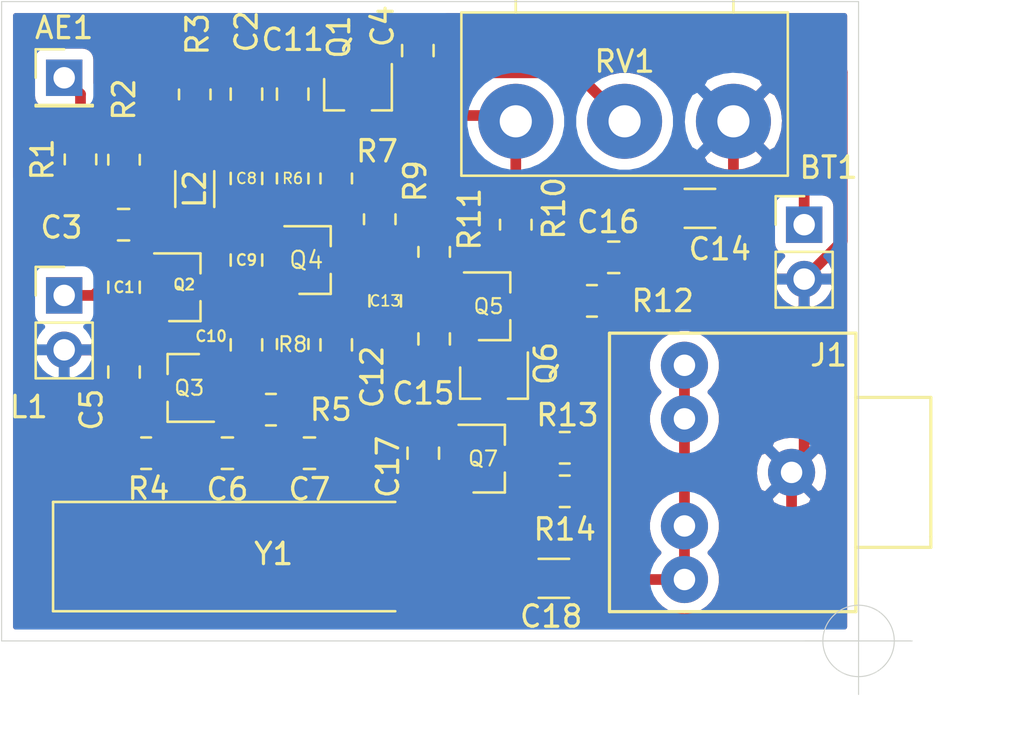
<source format=kicad_pcb>
(kicad_pcb (version 20171130) (host pcbnew 5.1.10-88a1d61d58~88~ubuntu16.04.1)

  (general
    (thickness 1.6)
    (drawings 7)
    (tracks 179)
    (zones 0)
    (modules 46)
    (nets 22)
  )

  (page A4)
  (layers
    (0 F.Cu signal hide)
    (31 B.Cu signal hide)
    (32 B.Adhes user)
    (33 F.Adhes user)
    (34 B.Paste user)
    (35 F.Paste user)
    (36 B.SilkS user)
    (37 F.SilkS user)
    (38 B.Mask user)
    (39 F.Mask user)
    (40 Dwgs.User user)
    (41 Cmts.User user)
    (42 Eco1.User user)
    (43 Eco2.User user)
    (44 Edge.Cuts user)
    (45 Margin user)
    (46 B.CrtYd user)
    (47 F.CrtYd user)
    (48 B.Fab user)
    (49 F.Fab user hide)
  )

  (setup
    (last_trace_width 0.25)
    (user_trace_width 0.25)
    (user_trace_width 0.5)
    (user_trace_width 1)
    (trace_clearance 0.2)
    (zone_clearance 0.508)
    (zone_45_only no)
    (trace_min 0.2)
    (via_size 0.8)
    (via_drill 0.4)
    (via_min_size 0.4)
    (via_min_drill 0.3)
    (uvia_size 0.3)
    (uvia_drill 0.1)
    (uvias_allowed no)
    (uvia_min_size 0.2)
    (uvia_min_drill 0.1)
    (edge_width 0.05)
    (segment_width 0.2)
    (pcb_text_width 0.3)
    (pcb_text_size 1.5 1.5)
    (mod_edge_width 0.12)
    (mod_text_size 1 1)
    (mod_text_width 0.15)
    (pad_size 1.524 1.524)
    (pad_drill 0.762)
    (pad_to_mask_clearance 0)
    (aux_axis_origin 165.1 109.855)
    (visible_elements FFFFFF7F)
    (pcbplotparams
      (layerselection 0x010fc_ffffffff)
      (usegerberextensions false)
      (usegerberattributes true)
      (usegerberadvancedattributes true)
      (creategerberjobfile true)
      (excludeedgelayer true)
      (linewidth 0.100000)
      (plotframeref false)
      (viasonmask false)
      (mode 1)
      (useauxorigin false)
      (hpglpennumber 1)
      (hpglpenspeed 20)
      (hpglpendiameter 15.000000)
      (psnegative false)
      (psa4output false)
      (plotreference true)
      (plotvalue true)
      (plotinvisibletext false)
      (padsonsilk false)
      (subtractmaskfromsilk false)
      (outputformat 1)
      (mirror false)
      (drillshape 0)
      (scaleselection 1)
      (outputdirectory ""))
  )

  (net 0 "")
  (net 1 "Net-(AE1-Pad1)")
  (net 2 GND)
  (net 3 +6V)
  (net 4 "Net-(C1-Pad1)")
  (net 5 "Net-(C2-Pad1)")
  (net 6 "Net-(C3-Pad1)")
  (net 7 "Net-(C4-Pad1)")
  (net 8 "Net-(C10-Pad1)")
  (net 9 "Net-(C6-Pad2)")
  (net 10 "Net-(C8-Pad2)")
  (net 11 "Net-(C9-Pad2)")
  (net 12 "Net-(C10-Pad2)")
  (net 13 "Net-(C12-Pad1)")
  (net 14 "Net-(C13-Pad1)")
  (net 15 "Net-(C16-Pad2)")
  (net 16 "Net-(C17-Pad2)")
  (net 17 "Net-(C18-Pad1)")
  (net 18 "Net-(C18-Pad2)")
  (net 19 "Net-(Q1-Pad2)")
  (net 20 "Net-(Q4-Pad3)")
  (net 21 "Net-(Q5-Pad3)")

  (net_class Default "This is the default net class."
    (clearance 0.2)
    (trace_width 0.25)
    (via_dia 0.8)
    (via_drill 0.4)
    (uvia_dia 0.3)
    (uvia_drill 0.1)
    (add_net +6V)
    (add_net GND)
    (add_net "Net-(AE1-Pad1)")
    (add_net "Net-(C1-Pad1)")
    (add_net "Net-(C10-Pad1)")
    (add_net "Net-(C10-Pad2)")
    (add_net "Net-(C12-Pad1)")
    (add_net "Net-(C13-Pad1)")
    (add_net "Net-(C16-Pad2)")
    (add_net "Net-(C17-Pad2)")
    (add_net "Net-(C18-Pad1)")
    (add_net "Net-(C18-Pad2)")
    (add_net "Net-(C2-Pad1)")
    (add_net "Net-(C3-Pad1)")
    (add_net "Net-(C4-Pad1)")
    (add_net "Net-(C6-Pad2)")
    (add_net "Net-(C8-Pad2)")
    (add_net "Net-(C9-Pad2)")
    (add_net "Net-(Q1-Pad2)")
    (add_net "Net-(Q4-Pad3)")
    (add_net "Net-(Q5-Pad3)")
  )

  (module Crystal:Crystal_SMD_HC49-SD_HandSoldering (layer F.Cu) (tedit 5A1AD52C) (tstamp 6125C053)
    (at 137.5725 105.918)
    (descr "SMD Crystal HC-49-SD http://cdn-reichelt.de/documents/datenblatt/B400/xxx-HC49-SMD.pdf, hand-soldering, 11.4x4.7mm^2 package")
    (tags "SMD SMT crystal hand-soldering")
    (path /6125AD04)
    (attr smd)
    (fp_text reference Y1 (at 0.2225 -0.127) (layer F.SilkS)
      (effects (font (size 1 1) (thickness 0.15)))
    )
    (fp_text value 3579kHz (at 0 3.55) (layer F.Fab)
      (effects (font (size 1 1) (thickness 0.15)))
    )
    (fp_line (start 10.2 -2.6) (end -10.2 -2.6) (layer F.CrtYd) (width 0.05))
    (fp_line (start 10.2 2.6) (end 10.2 -2.6) (layer F.CrtYd) (width 0.05))
    (fp_line (start -10.2 2.6) (end 10.2 2.6) (layer F.CrtYd) (width 0.05))
    (fp_line (start -10.2 -2.6) (end -10.2 2.6) (layer F.CrtYd) (width 0.05))
    (fp_line (start -10.075 2.55) (end 5.9 2.55) (layer F.SilkS) (width 0.12))
    (fp_line (start -10.075 -2.55) (end -10.075 2.55) (layer F.SilkS) (width 0.12))
    (fp_line (start 5.9 -2.55) (end -10.075 -2.55) (layer F.SilkS) (width 0.12))
    (fp_line (start -3.015 2.115) (end 3.015 2.115) (layer F.Fab) (width 0.1))
    (fp_line (start -3.015 -2.115) (end 3.015 -2.115) (layer F.Fab) (width 0.1))
    (fp_line (start 5.7 -2.35) (end -5.7 -2.35) (layer F.Fab) (width 0.1))
    (fp_line (start 5.7 2.35) (end 5.7 -2.35) (layer F.Fab) (width 0.1))
    (fp_line (start -5.7 2.35) (end 5.7 2.35) (layer F.Fab) (width 0.1))
    (fp_line (start -5.7 -2.35) (end -5.7 2.35) (layer F.Fab) (width 0.1))
    (fp_text user %R (at 0 0) (layer F.Fab)
      (effects (font (size 1 1) (thickness 0.15)))
    )
    (fp_arc (start -3.015 0) (end -3.015 -2.115) (angle -180) (layer F.Fab) (width 0.1))
    (fp_arc (start 3.015 0) (end 3.015 -2.115) (angle 180) (layer F.Fab) (width 0.1))
    (pad 1 smd rect (at -5.9375 0) (size 7.875 2) (layers F.Cu F.Paste F.Mask)
      (net 9 "Net-(C6-Pad2)"))
    (pad 2 smd rect (at 5.9375 0) (size 7.875 2) (layers F.Cu F.Paste F.Mask)
      (net 2 GND))
    (model ${KISYS3DMOD}/Crystal.3dshapes/Crystal_SMD_HC49-SD.wrl
      (at (xyz 0 0 0))
      (scale (xyz 1 1 1))
      (rotate (xyz 0 0 0))
    )
  )

  (module jack:jack (layer F.Cu) (tedit 5CED48EA) (tstamp 6125BE75)
    (at 156.972 94.488)
    (path /61279385)
    (fp_text reference J1 (at 6.731 2.032) (layer F.SilkS)
      (effects (font (size 1 1) (thickness 0.15)))
    )
    (fp_text value jack (at 0 -0.5) (layer F.Fab)
      (effects (font (size 1 1) (thickness 0.15)))
    )
    (fp_line (start -3.5 1) (end 8 1) (layer F.SilkS) (width 0.15))
    (fp_line (start -3.5 14) (end -3.5 1) (layer F.SilkS) (width 0.15))
    (fp_line (start 0 14) (end -3.5 14) (layer F.SilkS) (width 0.15))
    (fp_line (start 8 14) (end 0 14) (layer F.SilkS) (width 0.15))
    (fp_line (start 8 1) (end 8 14) (layer F.SilkS) (width 0.15))
    (fp_line (start 11.5 4) (end 8 4) (layer F.SilkS) (width 0.15))
    (fp_line (start 11.5 10.5) (end 11.5 4) (layer F.SilkS) (width 0.15))
    (fp_line (start 11.5 11) (end 8 11) (layer F.SilkS) (width 0.15))
    (fp_line (start 11.5 10.5) (end 11.5 11) (layer F.SilkS) (width 0.15))
    (pad 1 thru_hole circle (at 0 2.5) (size 2.2 2.2) (drill 1) (layers *.Cu *.Mask)
      (net 18 "Net-(C18-Pad2)"))
    (pad 2 thru_hole circle (at 0 5) (size 2.2 2.2) (drill 1) (layers *.Cu *.Mask)
      (net 18 "Net-(C18-Pad2)"))
    (pad 3 thru_hole circle (at 0 10) (size 2.2 2.2) (drill 1) (layers *.Cu *.Mask)
      (net 18 "Net-(C18-Pad2)"))
    (pad 4 thru_hole circle (at 0 12.5) (size 2.2 2.2) (drill 1) (layers *.Cu *.Mask)
      (net 18 "Net-(C18-Pad2)"))
    (pad 5 thru_hole circle (at 5 7.5) (size 2.2 2.2) (drill 1) (layers *.Cu *.Mask)
      (net 2 GND))
  )

  (module Connector_PinHeader_2.54mm:PinHeader_1x01_P2.54mm_Vertical (layer F.Cu) (tedit 59FED5CC) (tstamp 6125BD1B)
    (at 128.016 83.566)
    (descr "Through hole straight pin header, 1x01, 2.54mm pitch, single row")
    (tags "Through hole pin header THT 1x01 2.54mm single row")
    (path /6127E32F)
    (fp_text reference AE1 (at 0 -2.33) (layer F.SilkS)
      (effects (font (size 1 1) (thickness 0.15)))
    )
    (fp_text value Antenna (at 0 2.33) (layer F.Fab)
      (effects (font (size 1 1) (thickness 0.15)))
    )
    (fp_line (start 1.8 -1.8) (end -1.8 -1.8) (layer F.CrtYd) (width 0.05))
    (fp_line (start 1.8 1.8) (end 1.8 -1.8) (layer F.CrtYd) (width 0.05))
    (fp_line (start -1.8 1.8) (end 1.8 1.8) (layer F.CrtYd) (width 0.05))
    (fp_line (start -1.8 -1.8) (end -1.8 1.8) (layer F.CrtYd) (width 0.05))
    (fp_line (start -1.33 -1.33) (end 0 -1.33) (layer F.SilkS) (width 0.12))
    (fp_line (start -1.33 0) (end -1.33 -1.33) (layer F.SilkS) (width 0.12))
    (fp_line (start -1.33 1.27) (end 1.33 1.27) (layer F.SilkS) (width 0.12))
    (fp_line (start 1.33 1.27) (end 1.33 1.33) (layer F.SilkS) (width 0.12))
    (fp_line (start -1.33 1.27) (end -1.33 1.33) (layer F.SilkS) (width 0.12))
    (fp_line (start -1.33 1.33) (end 1.33 1.33) (layer F.SilkS) (width 0.12))
    (fp_line (start -1.27 -0.635) (end -0.635 -1.27) (layer F.Fab) (width 0.1))
    (fp_line (start -1.27 1.27) (end -1.27 -0.635) (layer F.Fab) (width 0.1))
    (fp_line (start 1.27 1.27) (end -1.27 1.27) (layer F.Fab) (width 0.1))
    (fp_line (start 1.27 -1.27) (end 1.27 1.27) (layer F.Fab) (width 0.1))
    (fp_line (start -0.635 -1.27) (end 1.27 -1.27) (layer F.Fab) (width 0.1))
    (fp_text user %R (at 0 0 90) (layer F.Fab)
      (effects (font (size 1 1) (thickness 0.15)))
    )
    (pad 1 thru_hole rect (at 0 0) (size 1.7 1.7) (drill 1) (layers *.Cu *.Mask)
      (net 1 "Net-(AE1-Pad1)"))
    (model ${KISYS3DMOD}/Connector_PinHeader_2.54mm.3dshapes/PinHeader_1x01_P2.54mm_Vertical.wrl
      (at (xyz 0 0 0))
      (scale (xyz 1 1 1))
      (rotate (xyz 0 0 0))
    )
  )

  (module Connector_PinHeader_2.54mm:PinHeader_1x02_P2.54mm_Vertical (layer F.Cu) (tedit 59FED5CC) (tstamp 6125BD31)
    (at 162.56 90.424)
    (descr "Through hole straight pin header, 1x02, 2.54mm pitch, single row")
    (tags "Through hole pin header THT 1x02 2.54mm single row")
    (path /61285D11)
    (fp_text reference BT1 (at 1.143 -2.667) (layer F.SilkS)
      (effects (font (size 1 1) (thickness 0.15)))
    )
    (fp_text value 6VDC (at 0 4.87) (layer F.Fab)
      (effects (font (size 1 1) (thickness 0.15)))
    )
    (fp_line (start -0.635 -1.27) (end 1.27 -1.27) (layer F.Fab) (width 0.1))
    (fp_line (start 1.27 -1.27) (end 1.27 3.81) (layer F.Fab) (width 0.1))
    (fp_line (start 1.27 3.81) (end -1.27 3.81) (layer F.Fab) (width 0.1))
    (fp_line (start -1.27 3.81) (end -1.27 -0.635) (layer F.Fab) (width 0.1))
    (fp_line (start -1.27 -0.635) (end -0.635 -1.27) (layer F.Fab) (width 0.1))
    (fp_line (start -1.33 3.87) (end 1.33 3.87) (layer F.SilkS) (width 0.12))
    (fp_line (start -1.33 1.27) (end -1.33 3.87) (layer F.SilkS) (width 0.12))
    (fp_line (start 1.33 1.27) (end 1.33 3.87) (layer F.SilkS) (width 0.12))
    (fp_line (start -1.33 1.27) (end 1.33 1.27) (layer F.SilkS) (width 0.12))
    (fp_line (start -1.33 0) (end -1.33 -1.33) (layer F.SilkS) (width 0.12))
    (fp_line (start -1.33 -1.33) (end 0 -1.33) (layer F.SilkS) (width 0.12))
    (fp_line (start -1.8 -1.8) (end -1.8 4.35) (layer F.CrtYd) (width 0.05))
    (fp_line (start -1.8 4.35) (end 1.8 4.35) (layer F.CrtYd) (width 0.05))
    (fp_line (start 1.8 4.35) (end 1.8 -1.8) (layer F.CrtYd) (width 0.05))
    (fp_line (start 1.8 -1.8) (end -1.8 -1.8) (layer F.CrtYd) (width 0.05))
    (fp_text user %R (at 0 1.27 90) (layer F.Fab)
      (effects (font (size 1 1) (thickness 0.15)))
    )
    (pad 2 thru_hole oval (at 0 2.54) (size 1.7 1.7) (drill 1) (layers *.Cu *.Mask)
      (net 2 GND))
    (pad 1 thru_hole rect (at 0 0) (size 1.7 1.7) (drill 1) (layers *.Cu *.Mask)
      (net 3 +6V))
    (model ${KISYS3DMOD}/Connector_PinHeader_2.54mm.3dshapes/PinHeader_1x02_P2.54mm_Vertical.wrl
      (at (xyz 0 0 0))
      (scale (xyz 1 1 1))
      (rotate (xyz 0 0 0))
    )
  )

  (module Capacitor_SMD:C_0805_2012Metric_Pad1.18x1.45mm_HandSolder (layer F.Cu) (tedit 5F68FEEF) (tstamp 6125BD42)
    (at 130.81 93.345 270)
    (descr "Capacitor SMD 0805 (2012 Metric), square (rectangular) end terminal, IPC_7351 nominal with elongated pad for handsoldering. (Body size source: IPC-SM-782 page 76, https://www.pcb-3d.com/wordpress/wp-content/uploads/ipc-sm-782a_amendment_1_and_2.pdf, https://docs.google.com/spreadsheets/d/1BsfQQcO9C6DZCsRaXUlFlo91Tg2WpOkGARC1WS5S8t0/edit?usp=sharing), generated with kicad-footprint-generator")
    (tags "capacitor handsolder")
    (path /61251A82)
    (attr smd)
    (fp_text reference C1 (at 0 0 180) (layer F.SilkS)
      (effects (font (size 0.5 0.5) (thickness 0.1)))
    )
    (fp_text value 180p (at 0 1.68 90) (layer F.Fab)
      (effects (font (size 1 1) (thickness 0.15)))
    )
    (fp_line (start -1 0.625) (end -1 -0.625) (layer F.Fab) (width 0.1))
    (fp_line (start -1 -0.625) (end 1 -0.625) (layer F.Fab) (width 0.1))
    (fp_line (start 1 -0.625) (end 1 0.625) (layer F.Fab) (width 0.1))
    (fp_line (start 1 0.625) (end -1 0.625) (layer F.Fab) (width 0.1))
    (fp_line (start -0.261252 -0.735) (end 0.261252 -0.735) (layer F.SilkS) (width 0.12))
    (fp_line (start -0.261252 0.735) (end 0.261252 0.735) (layer F.SilkS) (width 0.12))
    (fp_line (start -1.88 0.98) (end -1.88 -0.98) (layer F.CrtYd) (width 0.05))
    (fp_line (start -1.88 -0.98) (end 1.88 -0.98) (layer F.CrtYd) (width 0.05))
    (fp_line (start 1.88 -0.98) (end 1.88 0.98) (layer F.CrtYd) (width 0.05))
    (fp_line (start 1.88 0.98) (end -1.88 0.98) (layer F.CrtYd) (width 0.05))
    (fp_text user %R (at 0 0 90) (layer F.Fab)
      (effects (font (size 0.5 0.5) (thickness 0.08)))
    )
    (pad 2 smd roundrect (at 1.0375 0 270) (size 1.175 1.45) (layers F.Cu F.Paste F.Mask) (roundrect_rratio 0.2127659574468085)
      (net 2 GND))
    (pad 1 smd roundrect (at -1.0375 0 270) (size 1.175 1.45) (layers F.Cu F.Paste F.Mask) (roundrect_rratio 0.2127659574468085)
      (net 4 "Net-(C1-Pad1)"))
    (model ${KISYS3DMOD}/Capacitor_SMD.3dshapes/C_0805_2012Metric.wrl
      (at (xyz 0 0 0))
      (scale (xyz 1 1 1))
      (rotate (xyz 0 0 0))
    )
  )

  (module Capacitor_SMD:C_0805_2012Metric_Pad1.18x1.45mm_HandSolder (layer F.Cu) (tedit 5F68FEEF) (tstamp 6125BD53)
    (at 136.525 84.328 90)
    (descr "Capacitor SMD 0805 (2012 Metric), square (rectangular) end terminal, IPC_7351 nominal with elongated pad for handsoldering. (Body size source: IPC-SM-782 page 76, https://www.pcb-3d.com/wordpress/wp-content/uploads/ipc-sm-782a_amendment_1_and_2.pdf, https://docs.google.com/spreadsheets/d/1BsfQQcO9C6DZCsRaXUlFlo91Tg2WpOkGARC1WS5S8t0/edit?usp=sharing), generated with kicad-footprint-generator")
    (tags "capacitor handsolder")
    (path /61251237)
    (attr smd)
    (fp_text reference C2 (at 2.921 0 90) (layer F.SilkS)
      (effects (font (size 1 1) (thickness 0.15)))
    )
    (fp_text value 100n (at 0 1.68 90) (layer F.Fab)
      (effects (font (size 1 1) (thickness 0.15)))
    )
    (fp_line (start -1 0.625) (end -1 -0.625) (layer F.Fab) (width 0.1))
    (fp_line (start -1 -0.625) (end 1 -0.625) (layer F.Fab) (width 0.1))
    (fp_line (start 1 -0.625) (end 1 0.625) (layer F.Fab) (width 0.1))
    (fp_line (start 1 0.625) (end -1 0.625) (layer F.Fab) (width 0.1))
    (fp_line (start -0.261252 -0.735) (end 0.261252 -0.735) (layer F.SilkS) (width 0.12))
    (fp_line (start -0.261252 0.735) (end 0.261252 0.735) (layer F.SilkS) (width 0.12))
    (fp_line (start -1.88 0.98) (end -1.88 -0.98) (layer F.CrtYd) (width 0.05))
    (fp_line (start -1.88 -0.98) (end 1.88 -0.98) (layer F.CrtYd) (width 0.05))
    (fp_line (start 1.88 -0.98) (end 1.88 0.98) (layer F.CrtYd) (width 0.05))
    (fp_line (start 1.88 0.98) (end -1.88 0.98) (layer F.CrtYd) (width 0.05))
    (fp_text user %R (at 0 0 90) (layer F.Fab)
      (effects (font (size 0.5 0.5) (thickness 0.08)))
    )
    (pad 2 smd roundrect (at 1.0375 0 90) (size 1.175 1.45) (layers F.Cu F.Paste F.Mask) (roundrect_rratio 0.2127659574468085)
      (net 2 GND))
    (pad 1 smd roundrect (at -1.0375 0 90) (size 1.175 1.45) (layers F.Cu F.Paste F.Mask) (roundrect_rratio 0.2127659574468085)
      (net 5 "Net-(C2-Pad1)"))
    (model ${KISYS3DMOD}/Capacitor_SMD.3dshapes/C_0805_2012Metric.wrl
      (at (xyz 0 0 0))
      (scale (xyz 1 1 1))
      (rotate (xyz 0 0 0))
    )
  )

  (module Capacitor_SMD:C_0805_2012Metric_Pad1.18x1.45mm_HandSolder (layer F.Cu) (tedit 5F68FEEF) (tstamp 6125BD64)
    (at 130.7885 90.424 180)
    (descr "Capacitor SMD 0805 (2012 Metric), square (rectangular) end terminal, IPC_7351 nominal with elongated pad for handsoldering. (Body size source: IPC-SM-782 page 76, https://www.pcb-3d.com/wordpress/wp-content/uploads/ipc-sm-782a_amendment_1_and_2.pdf, https://docs.google.com/spreadsheets/d/1BsfQQcO9C6DZCsRaXUlFlo91Tg2WpOkGARC1WS5S8t0/edit?usp=sharing), generated with kicad-footprint-generator")
    (tags "capacitor handsolder")
    (path /612527D3)
    (attr smd)
    (fp_text reference C3 (at 2.8995 -0.127) (layer F.SilkS)
      (effects (font (size 1 1) (thickness 0.15)))
    )
    (fp_text value 150p (at 0 1.68) (layer F.Fab)
      (effects (font (size 1 1) (thickness 0.15)))
    )
    (fp_line (start 1.88 0.98) (end -1.88 0.98) (layer F.CrtYd) (width 0.05))
    (fp_line (start 1.88 -0.98) (end 1.88 0.98) (layer F.CrtYd) (width 0.05))
    (fp_line (start -1.88 -0.98) (end 1.88 -0.98) (layer F.CrtYd) (width 0.05))
    (fp_line (start -1.88 0.98) (end -1.88 -0.98) (layer F.CrtYd) (width 0.05))
    (fp_line (start -0.261252 0.735) (end 0.261252 0.735) (layer F.SilkS) (width 0.12))
    (fp_line (start -0.261252 -0.735) (end 0.261252 -0.735) (layer F.SilkS) (width 0.12))
    (fp_line (start 1 0.625) (end -1 0.625) (layer F.Fab) (width 0.1))
    (fp_line (start 1 -0.625) (end 1 0.625) (layer F.Fab) (width 0.1))
    (fp_line (start -1 -0.625) (end 1 -0.625) (layer F.Fab) (width 0.1))
    (fp_line (start -1 0.625) (end -1 -0.625) (layer F.Fab) (width 0.1))
    (fp_text user %R (at 0 0) (layer F.Fab)
      (effects (font (size 0.5 0.5) (thickness 0.08)))
    )
    (pad 1 smd roundrect (at -1.0375 0 180) (size 1.175 1.45) (layers F.Cu F.Paste F.Mask) (roundrect_rratio 0.2127659574468085)
      (net 6 "Net-(C3-Pad1)"))
    (pad 2 smd roundrect (at 1.0375 0 180) (size 1.175 1.45) (layers F.Cu F.Paste F.Mask) (roundrect_rratio 0.2127659574468085)
      (net 4 "Net-(C1-Pad1)"))
    (model ${KISYS3DMOD}/Capacitor_SMD.3dshapes/C_0805_2012Metric.wrl
      (at (xyz 0 0 0))
      (scale (xyz 1 1 1))
      (rotate (xyz 0 0 0))
    )
  )

  (module Capacitor_SMD:C_0805_2012Metric_Pad1.18x1.45mm_HandSolder (layer F.Cu) (tedit 5F68FEEF) (tstamp 6125BD75)
    (at 144.526 82.296 90)
    (descr "Capacitor SMD 0805 (2012 Metric), square (rectangular) end terminal, IPC_7351 nominal with elongated pad for handsoldering. (Body size source: IPC-SM-782 page 76, https://www.pcb-3d.com/wordpress/wp-content/uploads/ipc-sm-782a_amendment_1_and_2.pdf, https://docs.google.com/spreadsheets/d/1BsfQQcO9C6DZCsRaXUlFlo91Tg2WpOkGARC1WS5S8t0/edit?usp=sharing), generated with kicad-footprint-generator")
    (tags "capacitor handsolder")
    (path /6125756E)
    (attr smd)
    (fp_text reference C4 (at 1.143 -1.651 90) (layer F.SilkS)
      (effects (font (size 1 1) (thickness 0.15)))
    )
    (fp_text value 100n (at 0 1.68 90) (layer F.Fab)
      (effects (font (size 1 1) (thickness 0.15)))
    )
    (fp_line (start 1.88 0.98) (end -1.88 0.98) (layer F.CrtYd) (width 0.05))
    (fp_line (start 1.88 -0.98) (end 1.88 0.98) (layer F.CrtYd) (width 0.05))
    (fp_line (start -1.88 -0.98) (end 1.88 -0.98) (layer F.CrtYd) (width 0.05))
    (fp_line (start -1.88 0.98) (end -1.88 -0.98) (layer F.CrtYd) (width 0.05))
    (fp_line (start -0.261252 0.735) (end 0.261252 0.735) (layer F.SilkS) (width 0.12))
    (fp_line (start -0.261252 -0.735) (end 0.261252 -0.735) (layer F.SilkS) (width 0.12))
    (fp_line (start 1 0.625) (end -1 0.625) (layer F.Fab) (width 0.1))
    (fp_line (start 1 -0.625) (end 1 0.625) (layer F.Fab) (width 0.1))
    (fp_line (start -1 -0.625) (end 1 -0.625) (layer F.Fab) (width 0.1))
    (fp_line (start -1 0.625) (end -1 -0.625) (layer F.Fab) (width 0.1))
    (fp_text user %R (at 0 0 90) (layer F.Fab)
      (effects (font (size 0.5 0.5) (thickness 0.08)))
    )
    (pad 1 smd roundrect (at -1.0375 0 90) (size 1.175 1.45) (layers F.Cu F.Paste F.Mask) (roundrect_rratio 0.2127659574468085)
      (net 7 "Net-(C4-Pad1)"))
    (pad 2 smd roundrect (at 1.0375 0 90) (size 1.175 1.45) (layers F.Cu F.Paste F.Mask) (roundrect_rratio 0.2127659574468085)
      (net 2 GND))
    (model ${KISYS3DMOD}/Capacitor_SMD.3dshapes/C_0805_2012Metric.wrl
      (at (xyz 0 0 0))
      (scale (xyz 1 1 1))
      (rotate (xyz 0 0 0))
    )
  )

  (module Capacitor_SMD:C_0805_2012Metric_Pad1.18x1.45mm_HandSolder (layer F.Cu) (tedit 5F68FEEF) (tstamp 6125BD86)
    (at 130.81 97.3035 90)
    (descr "Capacitor SMD 0805 (2012 Metric), square (rectangular) end terminal, IPC_7351 nominal with elongated pad for handsoldering. (Body size source: IPC-SM-782 page 76, https://www.pcb-3d.com/wordpress/wp-content/uploads/ipc-sm-782a_amendment_1_and_2.pdf, https://docs.google.com/spreadsheets/d/1BsfQQcO9C6DZCsRaXUlFlo91Tg2WpOkGARC1WS5S8t0/edit?usp=sharing), generated with kicad-footprint-generator")
    (tags "capacitor handsolder")
    (path /61259CEB)
    (attr smd)
    (fp_text reference C5 (at -1.7565 -1.524 90) (layer F.SilkS)
      (effects (font (size 1 1) (thickness 0.15)))
    )
    (fp_text value 100n (at 0 1.68 90) (layer F.Fab)
      (effects (font (size 1 1) (thickness 0.15)))
    )
    (fp_line (start 1.88 0.98) (end -1.88 0.98) (layer F.CrtYd) (width 0.05))
    (fp_line (start 1.88 -0.98) (end 1.88 0.98) (layer F.CrtYd) (width 0.05))
    (fp_line (start -1.88 -0.98) (end 1.88 -0.98) (layer F.CrtYd) (width 0.05))
    (fp_line (start -1.88 0.98) (end -1.88 -0.98) (layer F.CrtYd) (width 0.05))
    (fp_line (start -0.261252 0.735) (end 0.261252 0.735) (layer F.SilkS) (width 0.12))
    (fp_line (start -0.261252 -0.735) (end 0.261252 -0.735) (layer F.SilkS) (width 0.12))
    (fp_line (start 1 0.625) (end -1 0.625) (layer F.Fab) (width 0.1))
    (fp_line (start 1 -0.625) (end 1 0.625) (layer F.Fab) (width 0.1))
    (fp_line (start -1 -0.625) (end 1 -0.625) (layer F.Fab) (width 0.1))
    (fp_line (start -1 0.625) (end -1 -0.625) (layer F.Fab) (width 0.1))
    (fp_text user %R (at 0 0 90) (layer F.Fab)
      (effects (font (size 0.5 0.5) (thickness 0.08)))
    )
    (pad 1 smd roundrect (at -1.0375 0 90) (size 1.175 1.45) (layers F.Cu F.Paste F.Mask) (roundrect_rratio 0.2127659574468085)
      (net 3 +6V))
    (pad 2 smd roundrect (at 1.0375 0 90) (size 1.175 1.45) (layers F.Cu F.Paste F.Mask) (roundrect_rratio 0.2127659574468085)
      (net 2 GND))
    (model ${KISYS3DMOD}/Capacitor_SMD.3dshapes/C_0805_2012Metric.wrl
      (at (xyz 0 0 0))
      (scale (xyz 1 1 1))
      (rotate (xyz 0 0 0))
    )
  )

  (module Capacitor_SMD:C_0805_2012Metric_Pad1.18x1.45mm_HandSolder (layer F.Cu) (tedit 5F68FEEF) (tstamp 6125BD97)
    (at 135.636 101.092 180)
    (descr "Capacitor SMD 0805 (2012 Metric), square (rectangular) end terminal, IPC_7351 nominal with elongated pad for handsoldering. (Body size source: IPC-SM-782 page 76, https://www.pcb-3d.com/wordpress/wp-content/uploads/ipc-sm-782a_amendment_1_and_2.pdf, https://docs.google.com/spreadsheets/d/1BsfQQcO9C6DZCsRaXUlFlo91Tg2WpOkGARC1WS5S8t0/edit?usp=sharing), generated with kicad-footprint-generator")
    (tags "capacitor handsolder")
    (path /61255B94)
    (attr smd)
    (fp_text reference C6 (at 0 -1.68) (layer F.SilkS)
      (effects (font (size 1 1) (thickness 0.15)))
    )
    (fp_text value 100p (at 0 1.68) (layer F.Fab)
      (effects (font (size 1 1) (thickness 0.15)))
    )
    (fp_line (start 1.88 0.98) (end -1.88 0.98) (layer F.CrtYd) (width 0.05))
    (fp_line (start 1.88 -0.98) (end 1.88 0.98) (layer F.CrtYd) (width 0.05))
    (fp_line (start -1.88 -0.98) (end 1.88 -0.98) (layer F.CrtYd) (width 0.05))
    (fp_line (start -1.88 0.98) (end -1.88 -0.98) (layer F.CrtYd) (width 0.05))
    (fp_line (start -0.261252 0.735) (end 0.261252 0.735) (layer F.SilkS) (width 0.12))
    (fp_line (start -0.261252 -0.735) (end 0.261252 -0.735) (layer F.SilkS) (width 0.12))
    (fp_line (start 1 0.625) (end -1 0.625) (layer F.Fab) (width 0.1))
    (fp_line (start 1 -0.625) (end 1 0.625) (layer F.Fab) (width 0.1))
    (fp_line (start -1 -0.625) (end 1 -0.625) (layer F.Fab) (width 0.1))
    (fp_line (start -1 0.625) (end -1 -0.625) (layer F.Fab) (width 0.1))
    (fp_text user %R (at 0 0) (layer F.Fab)
      (effects (font (size 0.5 0.5) (thickness 0.08)))
    )
    (pad 1 smd roundrect (at -1.0375 0 180) (size 1.175 1.45) (layers F.Cu F.Paste F.Mask) (roundrect_rratio 0.2127659574468085)
      (net 8 "Net-(C10-Pad1)"))
    (pad 2 smd roundrect (at 1.0375 0 180) (size 1.175 1.45) (layers F.Cu F.Paste F.Mask) (roundrect_rratio 0.2127659574468085)
      (net 9 "Net-(C6-Pad2)"))
    (model ${KISYS3DMOD}/Capacitor_SMD.3dshapes/C_0805_2012Metric.wrl
      (at (xyz 0 0 0))
      (scale (xyz 1 1 1))
      (rotate (xyz 0 0 0))
    )
  )

  (module Capacitor_SMD:C_0805_2012Metric_Pad1.18x1.45mm_HandSolder (layer F.Cu) (tedit 5F68FEEF) (tstamp 6125BDA8)
    (at 139.4675 101.092 180)
    (descr "Capacitor SMD 0805 (2012 Metric), square (rectangular) end terminal, IPC_7351 nominal with elongated pad for handsoldering. (Body size source: IPC-SM-782 page 76, https://www.pcb-3d.com/wordpress/wp-content/uploads/ipc-sm-782a_amendment_1_and_2.pdf, https://docs.google.com/spreadsheets/d/1BsfQQcO9C6DZCsRaXUlFlo91Tg2WpOkGARC1WS5S8t0/edit?usp=sharing), generated with kicad-footprint-generator")
    (tags "capacitor handsolder")
    (path /612568F3)
    (attr smd)
    (fp_text reference C7 (at 0 -1.68) (layer F.SilkS)
      (effects (font (size 1 1) (thickness 0.15)))
    )
    (fp_text value 100p (at 0 1.68) (layer F.Fab)
      (effects (font (size 1 1) (thickness 0.15)))
    )
    (fp_line (start -1 0.625) (end -1 -0.625) (layer F.Fab) (width 0.1))
    (fp_line (start -1 -0.625) (end 1 -0.625) (layer F.Fab) (width 0.1))
    (fp_line (start 1 -0.625) (end 1 0.625) (layer F.Fab) (width 0.1))
    (fp_line (start 1 0.625) (end -1 0.625) (layer F.Fab) (width 0.1))
    (fp_line (start -0.261252 -0.735) (end 0.261252 -0.735) (layer F.SilkS) (width 0.12))
    (fp_line (start -0.261252 0.735) (end 0.261252 0.735) (layer F.SilkS) (width 0.12))
    (fp_line (start -1.88 0.98) (end -1.88 -0.98) (layer F.CrtYd) (width 0.05))
    (fp_line (start -1.88 -0.98) (end 1.88 -0.98) (layer F.CrtYd) (width 0.05))
    (fp_line (start 1.88 -0.98) (end 1.88 0.98) (layer F.CrtYd) (width 0.05))
    (fp_line (start 1.88 0.98) (end -1.88 0.98) (layer F.CrtYd) (width 0.05))
    (fp_text user %R (at 0 0) (layer F.Fab)
      (effects (font (size 0.5 0.5) (thickness 0.08)))
    )
    (pad 2 smd roundrect (at 1.0375 0 180) (size 1.175 1.45) (layers F.Cu F.Paste F.Mask) (roundrect_rratio 0.2127659574468085)
      (net 8 "Net-(C10-Pad1)"))
    (pad 1 smd roundrect (at -1.0375 0 180) (size 1.175 1.45) (layers F.Cu F.Paste F.Mask) (roundrect_rratio 0.2127659574468085)
      (net 2 GND))
    (model ${KISYS3DMOD}/Capacitor_SMD.3dshapes/C_0805_2012Metric.wrl
      (at (xyz 0 0 0))
      (scale (xyz 1 1 1))
      (rotate (xyz 0 0 0))
    )
  )

  (module Capacitor_SMD:C_0805_2012Metric_Pad1.18x1.45mm_HandSolder (layer F.Cu) (tedit 5F68FEEF) (tstamp 6125BDB9)
    (at 136.525 88.265 270)
    (descr "Capacitor SMD 0805 (2012 Metric), square (rectangular) end terminal, IPC_7351 nominal with elongated pad for handsoldering. (Body size source: IPC-SM-782 page 76, https://www.pcb-3d.com/wordpress/wp-content/uploads/ipc-sm-782a_amendment_1_and_2.pdf, https://docs.google.com/spreadsheets/d/1BsfQQcO9C6DZCsRaXUlFlo91Tg2WpOkGARC1WS5S8t0/edit?usp=sharing), generated with kicad-footprint-generator")
    (tags "capacitor handsolder")
    (path /61255363)
    (attr smd)
    (fp_text reference C8 (at 0 0 180) (layer F.SilkS)
      (effects (font (size 0.5 0.5) (thickness 0.08)))
    )
    (fp_text value 180p (at 0 1.68 90) (layer F.Fab)
      (effects (font (size 1 1) (thickness 0.15)))
    )
    (fp_line (start -1 0.625) (end -1 -0.625) (layer F.Fab) (width 0.1))
    (fp_line (start -1 -0.625) (end 1 -0.625) (layer F.Fab) (width 0.1))
    (fp_line (start 1 -0.625) (end 1 0.625) (layer F.Fab) (width 0.1))
    (fp_line (start 1 0.625) (end -1 0.625) (layer F.Fab) (width 0.1))
    (fp_line (start -0.261252 -0.735) (end 0.261252 -0.735) (layer F.SilkS) (width 0.12))
    (fp_line (start -0.261252 0.735) (end 0.261252 0.735) (layer F.SilkS) (width 0.12))
    (fp_line (start -1.88 0.98) (end -1.88 -0.98) (layer F.CrtYd) (width 0.05))
    (fp_line (start -1.88 -0.98) (end 1.88 -0.98) (layer F.CrtYd) (width 0.05))
    (fp_line (start 1.88 -0.98) (end 1.88 0.98) (layer F.CrtYd) (width 0.05))
    (fp_line (start 1.88 0.98) (end -1.88 0.98) (layer F.CrtYd) (width 0.05))
    (fp_text user %R (at 0 0 90) (layer F.Fab)
      (effects (font (size 0.5 0.5) (thickness 0.08)))
    )
    (pad 2 smd roundrect (at 1.0375 0 270) (size 1.175 1.45) (layers F.Cu F.Paste F.Mask) (roundrect_rratio 0.2127659574468085)
      (net 10 "Net-(C8-Pad2)"))
    (pad 1 smd roundrect (at -1.0375 0 270) (size 1.175 1.45) (layers F.Cu F.Paste F.Mask) (roundrect_rratio 0.2127659574468085)
      (net 5 "Net-(C2-Pad1)"))
    (model ${KISYS3DMOD}/Capacitor_SMD.3dshapes/C_0805_2012Metric.wrl
      (at (xyz 0 0 0))
      (scale (xyz 1 1 1))
      (rotate (xyz 0 0 0))
    )
  )

  (module Capacitor_SMD:C_0805_2012Metric_Pad1.18x1.45mm_HandSolder (layer F.Cu) (tedit 5F68FEEF) (tstamp 6125BDCA)
    (at 136.525 92.075 90)
    (descr "Capacitor SMD 0805 (2012 Metric), square (rectangular) end terminal, IPC_7351 nominal with elongated pad for handsoldering. (Body size source: IPC-SM-782 page 76, https://www.pcb-3d.com/wordpress/wp-content/uploads/ipc-sm-782a_amendment_1_and_2.pdf, https://docs.google.com/spreadsheets/d/1BsfQQcO9C6DZCsRaXUlFlo91Tg2WpOkGARC1WS5S8t0/edit?usp=sharing), generated with kicad-footprint-generator")
    (tags "capacitor handsolder")
    (path /61262EF4)
    (attr smd)
    (fp_text reference C9 (at 0 0 180) (layer F.SilkS)
      (effects (font (size 0.5 0.5) (thickness 0.1)))
    )
    (fp_text value 100p (at 0 1.68 90) (layer F.Fab)
      (effects (font (size 1 1) (thickness 0.15)))
    )
    (fp_line (start -1 0.625) (end -1 -0.625) (layer F.Fab) (width 0.1))
    (fp_line (start -1 -0.625) (end 1 -0.625) (layer F.Fab) (width 0.1))
    (fp_line (start 1 -0.625) (end 1 0.625) (layer F.Fab) (width 0.1))
    (fp_line (start 1 0.625) (end -1 0.625) (layer F.Fab) (width 0.1))
    (fp_line (start -0.261252 -0.735) (end 0.261252 -0.735) (layer F.SilkS) (width 0.12))
    (fp_line (start -0.261252 0.735) (end 0.261252 0.735) (layer F.SilkS) (width 0.12))
    (fp_line (start -1.88 0.98) (end -1.88 -0.98) (layer F.CrtYd) (width 0.05))
    (fp_line (start -1.88 -0.98) (end 1.88 -0.98) (layer F.CrtYd) (width 0.05))
    (fp_line (start 1.88 -0.98) (end 1.88 0.98) (layer F.CrtYd) (width 0.05))
    (fp_line (start 1.88 0.98) (end -1.88 0.98) (layer F.CrtYd) (width 0.05))
    (fp_text user %R (at 0 0 90) (layer F.Fab)
      (effects (font (size 0.5 0.5) (thickness 0.08)))
    )
    (pad 2 smd roundrect (at 1.0375 0 90) (size 1.175 1.45) (layers F.Cu F.Paste F.Mask) (roundrect_rratio 0.2127659574468085)
      (net 11 "Net-(C9-Pad2)"))
    (pad 1 smd roundrect (at -1.0375 0 90) (size 1.175 1.45) (layers F.Cu F.Paste F.Mask) (roundrect_rratio 0.2127659574468085)
      (net 10 "Net-(C8-Pad2)"))
    (model ${KISYS3DMOD}/Capacitor_SMD.3dshapes/C_0805_2012Metric.wrl
      (at (xyz 0 0 0))
      (scale (xyz 1 1 1))
      (rotate (xyz 0 0 0))
    )
  )

  (module Capacitor_SMD:C_0805_2012Metric_Pad1.18x1.45mm_HandSolder (layer F.Cu) (tedit 5F68FEEF) (tstamp 61250C03)
    (at 136.525 96.0335 90)
    (descr "Capacitor SMD 0805 (2012 Metric), square (rectangular) end terminal, IPC_7351 nominal with elongated pad for handsoldering. (Body size source: IPC-SM-782 page 76, https://www.pcb-3d.com/wordpress/wp-content/uploads/ipc-sm-782a_amendment_1_and_2.pdf, https://docs.google.com/spreadsheets/d/1BsfQQcO9C6DZCsRaXUlFlo91Tg2WpOkGARC1WS5S8t0/edit?usp=sharing), generated with kicad-footprint-generator")
    (tags "capacitor handsolder")
    (path /6125FF7B)
    (attr smd)
    (fp_text reference C10 (at 0.4025 -1.651 180) (layer F.SilkS)
      (effects (font (size 0.5 0.5) (thickness 0.1)))
    )
    (fp_text value 47p (at 0 1.68 90) (layer F.Fab)
      (effects (font (size 1 1) (thickness 0.15)))
    )
    (fp_line (start -1 0.625) (end -1 -0.625) (layer F.Fab) (width 0.1))
    (fp_line (start -1 -0.625) (end 1 -0.625) (layer F.Fab) (width 0.1))
    (fp_line (start 1 -0.625) (end 1 0.625) (layer F.Fab) (width 0.1))
    (fp_line (start 1 0.625) (end -1 0.625) (layer F.Fab) (width 0.1))
    (fp_line (start -0.261252 -0.735) (end 0.261252 -0.735) (layer F.SilkS) (width 0.12))
    (fp_line (start -0.261252 0.735) (end 0.261252 0.735) (layer F.SilkS) (width 0.12))
    (fp_line (start -1.88 0.98) (end -1.88 -0.98) (layer F.CrtYd) (width 0.05))
    (fp_line (start -1.88 -0.98) (end 1.88 -0.98) (layer F.CrtYd) (width 0.05))
    (fp_line (start 1.88 -0.98) (end 1.88 0.98) (layer F.CrtYd) (width 0.05))
    (fp_line (start 1.88 0.98) (end -1.88 0.98) (layer F.CrtYd) (width 0.05))
    (fp_text user %R (at 0 0 90) (layer F.Fab)
      (effects (font (size 0.5 0.5) (thickness 0.08)))
    )
    (pad 2 smd roundrect (at 1.0375 0 90) (size 1.175 1.45) (layers F.Cu F.Paste F.Mask) (roundrect_rratio 0.2127659574468085)
      (net 12 "Net-(C10-Pad2)"))
    (pad 1 smd roundrect (at -1.0375 0 90) (size 1.175 1.45) (layers F.Cu F.Paste F.Mask) (roundrect_rratio 0.2127659574468085)
      (net 8 "Net-(C10-Pad1)"))
    (model ${KISYS3DMOD}/Capacitor_SMD.3dshapes/C_0805_2012Metric.wrl
      (at (xyz 0 0 0))
      (scale (xyz 1 1 1))
      (rotate (xyz 0 0 0))
    )
  )

  (module Capacitor_SMD:C_0805_2012Metric_Pad1.18x1.45mm_HandSolder (layer F.Cu) (tedit 5F68FEEF) (tstamp 6125BDEC)
    (at 138.684 84.328 90)
    (descr "Capacitor SMD 0805 (2012 Metric), square (rectangular) end terminal, IPC_7351 nominal with elongated pad for handsoldering. (Body size source: IPC-SM-782 page 76, https://www.pcb-3d.com/wordpress/wp-content/uploads/ipc-sm-782a_amendment_1_and_2.pdf, https://docs.google.com/spreadsheets/d/1BsfQQcO9C6DZCsRaXUlFlo91Tg2WpOkGARC1WS5S8t0/edit?usp=sharing), generated with kicad-footprint-generator")
    (tags "capacitor handsolder")
    (path /6128CDA3)
    (attr smd)
    (fp_text reference C11 (at 2.54 0 180) (layer F.SilkS)
      (effects (font (size 1 1) (thickness 0.15)))
    )
    (fp_text value 180p (at 0 1.68 90) (layer F.Fab)
      (effects (font (size 1 1) (thickness 0.15)))
    )
    (fp_line (start 1.88 0.98) (end -1.88 0.98) (layer F.CrtYd) (width 0.05))
    (fp_line (start 1.88 -0.98) (end 1.88 0.98) (layer F.CrtYd) (width 0.05))
    (fp_line (start -1.88 -0.98) (end 1.88 -0.98) (layer F.CrtYd) (width 0.05))
    (fp_line (start -1.88 0.98) (end -1.88 -0.98) (layer F.CrtYd) (width 0.05))
    (fp_line (start -0.261252 0.735) (end 0.261252 0.735) (layer F.SilkS) (width 0.12))
    (fp_line (start -0.261252 -0.735) (end 0.261252 -0.735) (layer F.SilkS) (width 0.12))
    (fp_line (start 1 0.625) (end -1 0.625) (layer F.Fab) (width 0.1))
    (fp_line (start 1 -0.625) (end 1 0.625) (layer F.Fab) (width 0.1))
    (fp_line (start -1 -0.625) (end 1 -0.625) (layer F.Fab) (width 0.1))
    (fp_line (start -1 0.625) (end -1 -0.625) (layer F.Fab) (width 0.1))
    (fp_text user %R (at 0 0 90) (layer F.Fab)
      (effects (font (size 0.5 0.5) (thickness 0.08)))
    )
    (pad 1 smd roundrect (at -1.0375 0 90) (size 1.175 1.45) (layers F.Cu F.Paste F.Mask) (roundrect_rratio 0.2127659574468085)
      (net 3 +6V))
    (pad 2 smd roundrect (at 1.0375 0 90) (size 1.175 1.45) (layers F.Cu F.Paste F.Mask) (roundrect_rratio 0.2127659574468085)
      (net 2 GND))
    (model ${KISYS3DMOD}/Capacitor_SMD.3dshapes/C_0805_2012Metric.wrl
      (at (xyz 0 0 0))
      (scale (xyz 1 1 1))
      (rotate (xyz 0 0 0))
    )
  )

  (module Capacitor_SMD:C_0805_2012Metric_Pad1.18x1.45mm_HandSolder (layer F.Cu) (tedit 5F68FEEF) (tstamp 6125BDFD)
    (at 140.716 96.0335 270)
    (descr "Capacitor SMD 0805 (2012 Metric), square (rectangular) end terminal, IPC_7351 nominal with elongated pad for handsoldering. (Body size source: IPC-SM-782 page 76, https://www.pcb-3d.com/wordpress/wp-content/uploads/ipc-sm-782a_amendment_1_and_2.pdf, https://docs.google.com/spreadsheets/d/1BsfQQcO9C6DZCsRaXUlFlo91Tg2WpOkGARC1WS5S8t0/edit?usp=sharing), generated with kicad-footprint-generator")
    (tags "capacitor handsolder")
    (path /612661AB)
    (attr smd)
    (fp_text reference C12 (at 1.5025 -1.68 270) (layer F.SilkS)
      (effects (font (size 1 1) (thickness 0.15)))
    )
    (fp_text value 10n (at 0 1.68 90) (layer F.Fab)
      (effects (font (size 1 1) (thickness 0.15)))
    )
    (fp_line (start 1.88 0.98) (end -1.88 0.98) (layer F.CrtYd) (width 0.05))
    (fp_line (start 1.88 -0.98) (end 1.88 0.98) (layer F.CrtYd) (width 0.05))
    (fp_line (start -1.88 -0.98) (end 1.88 -0.98) (layer F.CrtYd) (width 0.05))
    (fp_line (start -1.88 0.98) (end -1.88 -0.98) (layer F.CrtYd) (width 0.05))
    (fp_line (start -0.261252 0.735) (end 0.261252 0.735) (layer F.SilkS) (width 0.12))
    (fp_line (start -0.261252 -0.735) (end 0.261252 -0.735) (layer F.SilkS) (width 0.12))
    (fp_line (start 1 0.625) (end -1 0.625) (layer F.Fab) (width 0.1))
    (fp_line (start 1 -0.625) (end 1 0.625) (layer F.Fab) (width 0.1))
    (fp_line (start -1 -0.625) (end 1 -0.625) (layer F.Fab) (width 0.1))
    (fp_line (start -1 0.625) (end -1 -0.625) (layer F.Fab) (width 0.1))
    (fp_text user %R (at 0 0 90) (layer F.Fab)
      (effects (font (size 0.5 0.5) (thickness 0.08)))
    )
    (pad 1 smd roundrect (at -1.0375 0 270) (size 1.175 1.45) (layers F.Cu F.Paste F.Mask) (roundrect_rratio 0.2127659574468085)
      (net 13 "Net-(C12-Pad1)"))
    (pad 2 smd roundrect (at 1.0375 0 270) (size 1.175 1.45) (layers F.Cu F.Paste F.Mask) (roundrect_rratio 0.2127659574468085)
      (net 2 GND))
    (model ${KISYS3DMOD}/Capacitor_SMD.3dshapes/C_0805_2012Metric.wrl
      (at (xyz 0 0 0))
      (scale (xyz 1 1 1))
      (rotate (xyz 0 0 0))
    )
  )

  (module Capacitor_SMD:C_0805_2012Metric_Pad1.18x1.45mm_HandSolder (layer F.Cu) (tedit 5F68FEEF) (tstamp 6125BE0E)
    (at 143.002 93.98 90)
    (descr "Capacitor SMD 0805 (2012 Metric), square (rectangular) end terminal, IPC_7351 nominal with elongated pad for handsoldering. (Body size source: IPC-SM-782 page 76, https://www.pcb-3d.com/wordpress/wp-content/uploads/ipc-sm-782a_amendment_1_and_2.pdf, https://docs.google.com/spreadsheets/d/1BsfQQcO9C6DZCsRaXUlFlo91Tg2WpOkGARC1WS5S8t0/edit?usp=sharing), generated with kicad-footprint-generator")
    (tags "capacitor handsolder")
    (path /61266A5E)
    (attr smd)
    (fp_text reference C13 (at 0 0 180) (layer F.SilkS)
      (effects (font (size 0.5 0.5) (thickness 0.08)))
    )
    (fp_text value 100n (at 0 1.68 90) (layer F.Fab)
      (effects (font (size 1 1) (thickness 0.15)))
    )
    (fp_line (start -1 0.625) (end -1 -0.625) (layer F.Fab) (width 0.1))
    (fp_line (start -1 -0.625) (end 1 -0.625) (layer F.Fab) (width 0.1))
    (fp_line (start 1 -0.625) (end 1 0.625) (layer F.Fab) (width 0.1))
    (fp_line (start 1 0.625) (end -1 0.625) (layer F.Fab) (width 0.1))
    (fp_line (start -0.261252 -0.735) (end 0.261252 -0.735) (layer F.SilkS) (width 0.12))
    (fp_line (start -0.261252 0.735) (end 0.261252 0.735) (layer F.SilkS) (width 0.12))
    (fp_line (start -1.88 0.98) (end -1.88 -0.98) (layer F.CrtYd) (width 0.05))
    (fp_line (start -1.88 -0.98) (end 1.88 -0.98) (layer F.CrtYd) (width 0.05))
    (fp_line (start 1.88 -0.98) (end 1.88 0.98) (layer F.CrtYd) (width 0.05))
    (fp_line (start 1.88 0.98) (end -1.88 0.98) (layer F.CrtYd) (width 0.05))
    (fp_text user %R (at 0 0 90) (layer F.Fab)
      (effects (font (size 0.5 0.5) (thickness 0.08)))
    )
    (pad 2 smd roundrect (at 1.0375 0 90) (size 1.175 1.45) (layers F.Cu F.Paste F.Mask) (roundrect_rratio 0.2127659574468085)
      (net 13 "Net-(C12-Pad1)"))
    (pad 1 smd roundrect (at -1.0375 0 90) (size 1.175 1.45) (layers F.Cu F.Paste F.Mask) (roundrect_rratio 0.2127659574468085)
      (net 14 "Net-(C13-Pad1)"))
    (model ${KISYS3DMOD}/Capacitor_SMD.3dshapes/C_0805_2012Metric.wrl
      (at (xyz 0 0 0))
      (scale (xyz 1 1 1))
      (rotate (xyz 0 0 0))
    )
  )

  (module Capacitor_SMD:C_1206_3216Metric_Pad1.33x1.80mm_HandSolder (layer F.Cu) (tedit 5F68FEEF) (tstamp 6125BE1F)
    (at 157.6955 89.662)
    (descr "Capacitor SMD 1206 (3216 Metric), square (rectangular) end terminal, IPC_7351 nominal with elongated pad for handsoldering. (Body size source: IPC-SM-782 page 76, https://www.pcb-3d.com/wordpress/wp-content/uploads/ipc-sm-782a_amendment_1_and_2.pdf), generated with kicad-footprint-generator")
    (tags "capacitor handsolder")
    (path /6127BA71)
    (attr smd)
    (fp_text reference C14 (at 0.9275 1.905) (layer F.SilkS)
      (effects (font (size 1 1) (thickness 0.15)))
    )
    (fp_text value 47u (at 0 1.85) (layer F.Fab)
      (effects (font (size 1 1) (thickness 0.15)))
    )
    (fp_line (start -1.6 0.8) (end -1.6 -0.8) (layer F.Fab) (width 0.1))
    (fp_line (start -1.6 -0.8) (end 1.6 -0.8) (layer F.Fab) (width 0.1))
    (fp_line (start 1.6 -0.8) (end 1.6 0.8) (layer F.Fab) (width 0.1))
    (fp_line (start 1.6 0.8) (end -1.6 0.8) (layer F.Fab) (width 0.1))
    (fp_line (start -0.711252 -0.91) (end 0.711252 -0.91) (layer F.SilkS) (width 0.12))
    (fp_line (start -0.711252 0.91) (end 0.711252 0.91) (layer F.SilkS) (width 0.12))
    (fp_line (start -2.48 1.15) (end -2.48 -1.15) (layer F.CrtYd) (width 0.05))
    (fp_line (start -2.48 -1.15) (end 2.48 -1.15) (layer F.CrtYd) (width 0.05))
    (fp_line (start 2.48 -1.15) (end 2.48 1.15) (layer F.CrtYd) (width 0.05))
    (fp_line (start 2.48 1.15) (end -2.48 1.15) (layer F.CrtYd) (width 0.05))
    (fp_text user %R (at 0 0) (layer F.Fab)
      (effects (font (size 0.8 0.8) (thickness 0.12)))
    )
    (pad 2 smd roundrect (at 1.5625 0) (size 1.325 1.8) (layers F.Cu F.Paste F.Mask) (roundrect_rratio 0.1886777358490566)
      (net 2 GND))
    (pad 1 smd roundrect (at -1.5625 0) (size 1.325 1.8) (layers F.Cu F.Paste F.Mask) (roundrect_rratio 0.1886777358490566)
      (net 3 +6V))
    (model ${KISYS3DMOD}/Capacitor_SMD.3dshapes/C_1206_3216Metric.wrl
      (at (xyz 0 0 0))
      (scale (xyz 1 1 1))
      (rotate (xyz 0 0 0))
    )
  )

  (module Capacitor_SMD:C_0805_2012Metric_Pad1.18x1.45mm_HandSolder (layer F.Cu) (tedit 5F68FEEF) (tstamp 6125BE30)
    (at 145.288 95.758 90)
    (descr "Capacitor SMD 0805 (2012 Metric), square (rectangular) end terminal, IPC_7351 nominal with elongated pad for handsoldering. (Body size source: IPC-SM-782 page 76, https://www.pcb-3d.com/wordpress/wp-content/uploads/ipc-sm-782a_amendment_1_and_2.pdf, https://docs.google.com/spreadsheets/d/1BsfQQcO9C6DZCsRaXUlFlo91Tg2WpOkGARC1WS5S8t0/edit?usp=sharing), generated with kicad-footprint-generator")
    (tags "capacitor handsolder")
    (path /61267220)
    (attr smd)
    (fp_text reference C15 (at -2.54 -0.508 180) (layer F.SilkS)
      (effects (font (size 1 1) (thickness 0.15)))
    )
    (fp_text value 150p (at 0 1.68 90) (layer F.Fab)
      (effects (font (size 1 1) (thickness 0.15)))
    )
    (fp_line (start 1.88 0.98) (end -1.88 0.98) (layer F.CrtYd) (width 0.05))
    (fp_line (start 1.88 -0.98) (end 1.88 0.98) (layer F.CrtYd) (width 0.05))
    (fp_line (start -1.88 -0.98) (end 1.88 -0.98) (layer F.CrtYd) (width 0.05))
    (fp_line (start -1.88 0.98) (end -1.88 -0.98) (layer F.CrtYd) (width 0.05))
    (fp_line (start -0.261252 0.735) (end 0.261252 0.735) (layer F.SilkS) (width 0.12))
    (fp_line (start -0.261252 -0.735) (end 0.261252 -0.735) (layer F.SilkS) (width 0.12))
    (fp_line (start 1 0.625) (end -1 0.625) (layer F.Fab) (width 0.1))
    (fp_line (start 1 -0.625) (end 1 0.625) (layer F.Fab) (width 0.1))
    (fp_line (start -1 -0.625) (end 1 -0.625) (layer F.Fab) (width 0.1))
    (fp_line (start -1 0.625) (end -1 -0.625) (layer F.Fab) (width 0.1))
    (fp_text user %R (at 0 0 90) (layer F.Fab)
      (effects (font (size 0.5 0.5) (thickness 0.08)))
    )
    (pad 1 smd roundrect (at -1.0375 0 90) (size 1.175 1.45) (layers F.Cu F.Paste F.Mask) (roundrect_rratio 0.2127659574468085)
      (net 2 GND))
    (pad 2 smd roundrect (at 1.0375 0 90) (size 1.175 1.45) (layers F.Cu F.Paste F.Mask) (roundrect_rratio 0.2127659574468085)
      (net 14 "Net-(C13-Pad1)"))
    (model ${KISYS3DMOD}/Capacitor_SMD.3dshapes/C_0805_2012Metric.wrl
      (at (xyz 0 0 0))
      (scale (xyz 1 1 1))
      (rotate (xyz 0 0 0))
    )
  )

  (module Capacitor_SMD:C_0805_2012Metric_Pad1.18x1.45mm_HandSolder (layer F.Cu) (tedit 5F68FEEF) (tstamp 6125BE41)
    (at 153.67 91.948 180)
    (descr "Capacitor SMD 0805 (2012 Metric), square (rectangular) end terminal, IPC_7351 nominal with elongated pad for handsoldering. (Body size source: IPC-SM-782 page 76, https://www.pcb-3d.com/wordpress/wp-content/uploads/ipc-sm-782a_amendment_1_and_2.pdf, https://docs.google.com/spreadsheets/d/1BsfQQcO9C6DZCsRaXUlFlo91Tg2WpOkGARC1WS5S8t0/edit?usp=sharing), generated with kicad-footprint-generator")
    (tags "capacitor handsolder")
    (path /612714D2)
    (attr smd)
    (fp_text reference C16 (at 0.254 1.651) (layer F.SilkS)
      (effects (font (size 1 1) (thickness 0.15)))
    )
    (fp_text value 100n (at 0 1.68) (layer F.Fab)
      (effects (font (size 1 1) (thickness 0.15)))
    )
    (fp_line (start -1 0.625) (end -1 -0.625) (layer F.Fab) (width 0.1))
    (fp_line (start -1 -0.625) (end 1 -0.625) (layer F.Fab) (width 0.1))
    (fp_line (start 1 -0.625) (end 1 0.625) (layer F.Fab) (width 0.1))
    (fp_line (start 1 0.625) (end -1 0.625) (layer F.Fab) (width 0.1))
    (fp_line (start -0.261252 -0.735) (end 0.261252 -0.735) (layer F.SilkS) (width 0.12))
    (fp_line (start -0.261252 0.735) (end 0.261252 0.735) (layer F.SilkS) (width 0.12))
    (fp_line (start -1.88 0.98) (end -1.88 -0.98) (layer F.CrtYd) (width 0.05))
    (fp_line (start -1.88 -0.98) (end 1.88 -0.98) (layer F.CrtYd) (width 0.05))
    (fp_line (start 1.88 -0.98) (end 1.88 0.98) (layer F.CrtYd) (width 0.05))
    (fp_line (start 1.88 0.98) (end -1.88 0.98) (layer F.CrtYd) (width 0.05))
    (fp_text user %R (at 0 0) (layer F.Fab)
      (effects (font (size 0.5 0.5) (thickness 0.08)))
    )
    (pad 2 smd roundrect (at 1.0375 0 180) (size 1.175 1.45) (layers F.Cu F.Paste F.Mask) (roundrect_rratio 0.2127659574468085)
      (net 15 "Net-(C16-Pad2)"))
    (pad 1 smd roundrect (at -1.0375 0 180) (size 1.175 1.45) (layers F.Cu F.Paste F.Mask) (roundrect_rratio 0.2127659574468085)
      (net 2 GND))
    (model ${KISYS3DMOD}/Capacitor_SMD.3dshapes/C_0805_2012Metric.wrl
      (at (xyz 0 0 0))
      (scale (xyz 1 1 1))
      (rotate (xyz 0 0 0))
    )
  )

  (module Capacitor_SMD:C_0805_2012Metric_Pad1.18x1.45mm_HandSolder (layer F.Cu) (tedit 5F68FEEF) (tstamp 61251482)
    (at 144.78 101.092 90)
    (descr "Capacitor SMD 0805 (2012 Metric), square (rectangular) end terminal, IPC_7351 nominal with elongated pad for handsoldering. (Body size source: IPC-SM-782 page 76, https://www.pcb-3d.com/wordpress/wp-content/uploads/ipc-sm-782a_amendment_1_and_2.pdf, https://docs.google.com/spreadsheets/d/1BsfQQcO9C6DZCsRaXUlFlo91Tg2WpOkGARC1WS5S8t0/edit?usp=sharing), generated with kicad-footprint-generator")
    (tags "capacitor handsolder")
    (path /6126A718)
    (attr smd)
    (fp_text reference C17 (at -0.635 -1.651 90) (layer F.SilkS)
      (effects (font (size 1 1) (thickness 0.15)))
    )
    (fp_text value 1n (at 0 1.68 90) (layer F.Fab)
      (effects (font (size 1 1) (thickness 0.15)))
    )
    (fp_line (start 1.88 0.98) (end -1.88 0.98) (layer F.CrtYd) (width 0.05))
    (fp_line (start 1.88 -0.98) (end 1.88 0.98) (layer F.CrtYd) (width 0.05))
    (fp_line (start -1.88 -0.98) (end 1.88 -0.98) (layer F.CrtYd) (width 0.05))
    (fp_line (start -1.88 0.98) (end -1.88 -0.98) (layer F.CrtYd) (width 0.05))
    (fp_line (start -0.261252 0.735) (end 0.261252 0.735) (layer F.SilkS) (width 0.12))
    (fp_line (start -0.261252 -0.735) (end 0.261252 -0.735) (layer F.SilkS) (width 0.12))
    (fp_line (start 1 0.625) (end -1 0.625) (layer F.Fab) (width 0.1))
    (fp_line (start 1 -0.625) (end 1 0.625) (layer F.Fab) (width 0.1))
    (fp_line (start -1 -0.625) (end 1 -0.625) (layer F.Fab) (width 0.1))
    (fp_line (start -1 0.625) (end -1 -0.625) (layer F.Fab) (width 0.1))
    (fp_text user %R (at 0 0 90) (layer F.Fab)
      (effects (font (size 0.5 0.5) (thickness 0.08)))
    )
    (pad 1 smd roundrect (at -1.0375 0 90) (size 1.175 1.45) (layers F.Cu F.Paste F.Mask) (roundrect_rratio 0.2127659574468085)
      (net 2 GND))
    (pad 2 smd roundrect (at 1.0375 0 90) (size 1.175 1.45) (layers F.Cu F.Paste F.Mask) (roundrect_rratio 0.2127659574468085)
      (net 16 "Net-(C17-Pad2)"))
    (model ${KISYS3DMOD}/Capacitor_SMD.3dshapes/C_0805_2012Metric.wrl
      (at (xyz 0 0 0))
      (scale (xyz 1 1 1))
      (rotate (xyz 0 0 0))
    )
  )

  (module Capacitor_SMD:C_1206_3216Metric_Pad1.33x1.80mm_HandSolder (layer F.Cu) (tedit 5F68FEEF) (tstamp 61250F3B)
    (at 150.876 106.934)
    (descr "Capacitor SMD 1206 (3216 Metric), square (rectangular) end terminal, IPC_7351 nominal with elongated pad for handsoldering. (Body size source: IPC-SM-782 page 76, https://www.pcb-3d.com/wordpress/wp-content/uploads/ipc-sm-782a_amendment_1_and_2.pdf), generated with kicad-footprint-generator")
    (tags "capacitor handsolder")
    (path /61275C09)
    (attr smd)
    (fp_text reference C18 (at -0.127 1.778) (layer F.SilkS)
      (effects (font (size 1 1) (thickness 0.15)))
    )
    (fp_text value 47u (at 0 1.85) (layer F.Fab)
      (effects (font (size 1 1) (thickness 0.15)))
    )
    (fp_line (start 2.48 1.15) (end -2.48 1.15) (layer F.CrtYd) (width 0.05))
    (fp_line (start 2.48 -1.15) (end 2.48 1.15) (layer F.CrtYd) (width 0.05))
    (fp_line (start -2.48 -1.15) (end 2.48 -1.15) (layer F.CrtYd) (width 0.05))
    (fp_line (start -2.48 1.15) (end -2.48 -1.15) (layer F.CrtYd) (width 0.05))
    (fp_line (start -0.711252 0.91) (end 0.711252 0.91) (layer F.SilkS) (width 0.12))
    (fp_line (start -0.711252 -0.91) (end 0.711252 -0.91) (layer F.SilkS) (width 0.12))
    (fp_line (start 1.6 0.8) (end -1.6 0.8) (layer F.Fab) (width 0.1))
    (fp_line (start 1.6 -0.8) (end 1.6 0.8) (layer F.Fab) (width 0.1))
    (fp_line (start -1.6 -0.8) (end 1.6 -0.8) (layer F.Fab) (width 0.1))
    (fp_line (start -1.6 0.8) (end -1.6 -0.8) (layer F.Fab) (width 0.1))
    (fp_text user %R (at 0 0) (layer F.Fab)
      (effects (font (size 0.8 0.8) (thickness 0.12)))
    )
    (pad 1 smd roundrect (at -1.5625 0) (size 1.325 1.8) (layers F.Cu F.Paste F.Mask) (roundrect_rratio 0.1886777358490566)
      (net 17 "Net-(C18-Pad1)"))
    (pad 2 smd roundrect (at 1.5625 0) (size 1.325 1.8) (layers F.Cu F.Paste F.Mask) (roundrect_rratio 0.1886777358490566)
      (net 18 "Net-(C18-Pad2)"))
    (model ${KISYS3DMOD}/Capacitor_SMD.3dshapes/C_1206_3216Metric.wrl
      (at (xyz 0 0 0))
      (scale (xyz 1 1 1))
      (rotate (xyz 0 0 0))
    )
  )

  (module Connector_PinHeader_2.54mm:PinHeader_1x02_P2.54mm_Vertical (layer F.Cu) (tedit 59FED5CC) (tstamp 6125BE8B)
    (at 128.016 93.726)
    (descr "Through hole straight pin header, 1x02, 2.54mm pitch, single row")
    (tags "Through hole pin header THT 1x02 2.54mm single row")
    (path /61250F01)
    (fp_text reference L1 (at -1.651 5.207) (layer F.SilkS)
      (effects (font (size 1 1) (thickness 0.15)))
    )
    (fp_text value 210cm9me (at 0 4.87) (layer F.Fab)
      (effects (font (size 1 1) (thickness 0.15)))
    )
    (fp_line (start 1.8 -1.8) (end -1.8 -1.8) (layer F.CrtYd) (width 0.05))
    (fp_line (start 1.8 4.35) (end 1.8 -1.8) (layer F.CrtYd) (width 0.05))
    (fp_line (start -1.8 4.35) (end 1.8 4.35) (layer F.CrtYd) (width 0.05))
    (fp_line (start -1.8 -1.8) (end -1.8 4.35) (layer F.CrtYd) (width 0.05))
    (fp_line (start -1.33 -1.33) (end 0 -1.33) (layer F.SilkS) (width 0.12))
    (fp_line (start -1.33 0) (end -1.33 -1.33) (layer F.SilkS) (width 0.12))
    (fp_line (start -1.33 1.27) (end 1.33 1.27) (layer F.SilkS) (width 0.12))
    (fp_line (start 1.33 1.27) (end 1.33 3.87) (layer F.SilkS) (width 0.12))
    (fp_line (start -1.33 1.27) (end -1.33 3.87) (layer F.SilkS) (width 0.12))
    (fp_line (start -1.33 3.87) (end 1.33 3.87) (layer F.SilkS) (width 0.12))
    (fp_line (start -1.27 -0.635) (end -0.635 -1.27) (layer F.Fab) (width 0.1))
    (fp_line (start -1.27 3.81) (end -1.27 -0.635) (layer F.Fab) (width 0.1))
    (fp_line (start 1.27 3.81) (end -1.27 3.81) (layer F.Fab) (width 0.1))
    (fp_line (start 1.27 -1.27) (end 1.27 3.81) (layer F.Fab) (width 0.1))
    (fp_line (start -0.635 -1.27) (end 1.27 -1.27) (layer F.Fab) (width 0.1))
    (fp_text user %R (at 0 1.27 90) (layer F.Fab)
      (effects (font (size 1 1) (thickness 0.15)))
    )
    (pad 1 thru_hole rect (at 0 0) (size 1.7 1.7) (drill 1) (layers *.Cu *.Mask)
      (net 4 "Net-(C1-Pad1)"))
    (pad 2 thru_hole oval (at 0 2.54) (size 1.7 1.7) (drill 1) (layers *.Cu *.Mask)
      (net 2 GND))
    (model ${KISYS3DMOD}/Connector_PinHeader_2.54mm.3dshapes/PinHeader_1x02_P2.54mm_Vertical.wrl
      (at (xyz 0 0 0))
      (scale (xyz 1 1 1))
      (rotate (xyz 0 0 0))
    )
  )

  (module Inductor_SMD:L_1206_3216Metric_Pad1.22x1.90mm_HandSolder (layer F.Cu) (tedit 5F68FEF0) (tstamp 61250192)
    (at 134.112 88.7615 270)
    (descr "Inductor SMD 1206 (3216 Metric), square (rectangular) end terminal, IPC_7351 nominal with elongated pad for handsoldering. (Body size source: IPC-SM-782 page 80, https://www.pcb-3d.com/wordpress/wp-content/uploads/ipc-sm-782a_amendment_1_and_2.pdf), generated with kicad-footprint-generator")
    (tags "inductor handsolder")
    (path /612549C6)
    (attr smd)
    (fp_text reference L2 (at 0 0 90) (layer F.SilkS)
      (effects (font (size 1 1) (thickness 0.15)))
    )
    (fp_text value 10u (at 0 1.9 90) (layer F.Fab)
      (effects (font (size 1 1) (thickness 0.15)))
    )
    (fp_line (start 2.52 1.2) (end -2.52 1.2) (layer F.CrtYd) (width 0.05))
    (fp_line (start 2.52 -1.2) (end 2.52 1.2) (layer F.CrtYd) (width 0.05))
    (fp_line (start -2.52 -1.2) (end 2.52 -1.2) (layer F.CrtYd) (width 0.05))
    (fp_line (start -2.52 1.2) (end -2.52 -1.2) (layer F.CrtYd) (width 0.05))
    (fp_line (start -0.835242 0.91) (end 0.835242 0.91) (layer F.SilkS) (width 0.12))
    (fp_line (start -0.835242 -0.91) (end 0.835242 -0.91) (layer F.SilkS) (width 0.12))
    (fp_line (start 1.6 0.8) (end -1.6 0.8) (layer F.Fab) (width 0.1))
    (fp_line (start 1.6 -0.8) (end 1.6 0.8) (layer F.Fab) (width 0.1))
    (fp_line (start -1.6 -0.8) (end 1.6 -0.8) (layer F.Fab) (width 0.1))
    (fp_line (start -1.6 0.8) (end -1.6 -0.8) (layer F.Fab) (width 0.1))
    (fp_text user %R (at 0 0 90) (layer F.Fab)
      (effects (font (size 0.8 0.8) (thickness 0.12)))
    )
    (pad 1 smd roundrect (at -1.6625 0 270) (size 1.225 1.9) (layers F.Cu F.Paste F.Mask) (roundrect_rratio 0.2040808163265306)
      (net 5 "Net-(C2-Pad1)"))
    (pad 2 smd roundrect (at 1.6625 0 270) (size 1.225 1.9) (layers F.Cu F.Paste F.Mask) (roundrect_rratio 0.2040808163265306)
      (net 10 "Net-(C8-Pad2)"))
    (model ${KISYS3DMOD}/Inductor_SMD.3dshapes/L_1206_3216Metric.wrl
      (at (xyz 0 0 0))
      (scale (xyz 1 1 1))
      (rotate (xyz 0 0 0))
    )
  )

  (module Package_TO_SOT_SMD:SOT-23 (layer F.Cu) (tedit 5A02FF57) (tstamp 6125BEB1)
    (at 141.732 84.328 270)
    (descr "SOT-23, Standard")
    (tags SOT-23)
    (path /6125621C)
    (attr smd)
    (fp_text reference Q1 (at -2.667 0.889 90) (layer F.SilkS)
      (effects (font (size 1 1) (thickness 0.15)))
    )
    (fp_text value BC847 (at 0 2.5 90) (layer F.Fab)
      (effects (font (size 1 1) (thickness 0.15)))
    )
    (fp_line (start -0.7 -0.95) (end -0.7 1.5) (layer F.Fab) (width 0.1))
    (fp_line (start -0.15 -1.52) (end 0.7 -1.52) (layer F.Fab) (width 0.1))
    (fp_line (start -0.7 -0.95) (end -0.15 -1.52) (layer F.Fab) (width 0.1))
    (fp_line (start 0.7 -1.52) (end 0.7 1.52) (layer F.Fab) (width 0.1))
    (fp_line (start -0.7 1.52) (end 0.7 1.52) (layer F.Fab) (width 0.1))
    (fp_line (start 0.76 1.58) (end 0.76 0.65) (layer F.SilkS) (width 0.12))
    (fp_line (start 0.76 -1.58) (end 0.76 -0.65) (layer F.SilkS) (width 0.12))
    (fp_line (start -1.7 -1.75) (end 1.7 -1.75) (layer F.CrtYd) (width 0.05))
    (fp_line (start 1.7 -1.75) (end 1.7 1.75) (layer F.CrtYd) (width 0.05))
    (fp_line (start 1.7 1.75) (end -1.7 1.75) (layer F.CrtYd) (width 0.05))
    (fp_line (start -1.7 1.75) (end -1.7 -1.75) (layer F.CrtYd) (width 0.05))
    (fp_line (start 0.76 -1.58) (end -1.4 -1.58) (layer F.SilkS) (width 0.12))
    (fp_line (start 0.76 1.58) (end -0.7 1.58) (layer F.SilkS) (width 0.12))
    (fp_text user %R (at 0 0) (layer F.Fab)
      (effects (font (size 0.5 0.5) (thickness 0.075)))
    )
    (pad 3 smd rect (at 1 0 270) (size 0.9 0.8) (layers F.Cu F.Paste F.Mask)
      (net 3 +6V))
    (pad 2 smd rect (at -1 0.95 270) (size 0.9 0.8) (layers F.Cu F.Paste F.Mask)
      (net 19 "Net-(Q1-Pad2)"))
    (pad 1 smd rect (at -1 -0.95 270) (size 0.9 0.8) (layers F.Cu F.Paste F.Mask)
      (net 7 "Net-(C4-Pad1)"))
    (model ${KISYS3DMOD}/Package_TO_SOT_SMD.3dshapes/SOT-23.wrl
      (at (xyz 0 0 0))
      (scale (xyz 1 1 1))
      (rotate (xyz 0 0 0))
    )
  )

  (module Package_TO_SOT_SMD:SOT-23 (layer F.Cu) (tedit 5A02FF57) (tstamp 6125BEC6)
    (at 133.62 93.345)
    (descr "SOT-23, Standard")
    (tags SOT-23)
    (path /61253971)
    (attr smd)
    (fp_text reference Q2 (at 0 -0.127) (layer F.SilkS)
      (effects (font (size 0.5 0.5) (thickness 0.1)))
    )
    (fp_text value BC847 (at 0 2.5) (layer F.Fab)
      (effects (font (size 1 1) (thickness 0.15)))
    )
    (fp_line (start 0.76 1.58) (end -0.7 1.58) (layer F.SilkS) (width 0.12))
    (fp_line (start 0.76 -1.58) (end -1.4 -1.58) (layer F.SilkS) (width 0.12))
    (fp_line (start -1.7 1.75) (end -1.7 -1.75) (layer F.CrtYd) (width 0.05))
    (fp_line (start 1.7 1.75) (end -1.7 1.75) (layer F.CrtYd) (width 0.05))
    (fp_line (start 1.7 -1.75) (end 1.7 1.75) (layer F.CrtYd) (width 0.05))
    (fp_line (start -1.7 -1.75) (end 1.7 -1.75) (layer F.CrtYd) (width 0.05))
    (fp_line (start 0.76 -1.58) (end 0.76 -0.65) (layer F.SilkS) (width 0.12))
    (fp_line (start 0.76 1.58) (end 0.76 0.65) (layer F.SilkS) (width 0.12))
    (fp_line (start -0.7 1.52) (end 0.7 1.52) (layer F.Fab) (width 0.1))
    (fp_line (start 0.7 -1.52) (end 0.7 1.52) (layer F.Fab) (width 0.1))
    (fp_line (start -0.7 -0.95) (end -0.15 -1.52) (layer F.Fab) (width 0.1))
    (fp_line (start -0.15 -1.52) (end 0.7 -1.52) (layer F.Fab) (width 0.1))
    (fp_line (start -0.7 -0.95) (end -0.7 1.5) (layer F.Fab) (width 0.1))
    (fp_text user %R (at 0 0 90) (layer F.Fab)
      (effects (font (size 0.5 0.5) (thickness 0.075)))
    )
    (pad 1 smd rect (at -1 -0.95) (size 0.9 0.8) (layers F.Cu F.Paste F.Mask)
      (net 6 "Net-(C3-Pad1)"))
    (pad 2 smd rect (at -1 0.95) (size 0.9 0.8) (layers F.Cu F.Paste F.Mask)
      (net 2 GND))
    (pad 3 smd rect (at 1 0) (size 0.9 0.8) (layers F.Cu F.Paste F.Mask)
      (net 10 "Net-(C8-Pad2)"))
    (model ${KISYS3DMOD}/Package_TO_SOT_SMD.3dshapes/SOT-23.wrl
      (at (xyz 0 0 0))
      (scale (xyz 1 1 1))
      (rotate (xyz 0 0 0))
    )
  )

  (module Package_TO_SOT_SMD:SOT-23 (layer F.Cu) (tedit 5A02FF57) (tstamp 6125BEDB)
    (at 133.604 98.044 180)
    (descr "SOT-23, Standard")
    (tags SOT-23)
    (path /61255354)
    (attr smd)
    (fp_text reference Q3 (at -0.254 0) (layer F.SilkS)
      (effects (font (size 0.7 0.7) (thickness 0.1)))
    )
    (fp_text value BC847 (at 0 2.5) (layer F.Fab)
      (effects (font (size 1 1) (thickness 0.15)))
    )
    (fp_line (start -0.7 -0.95) (end -0.7 1.5) (layer F.Fab) (width 0.1))
    (fp_line (start -0.15 -1.52) (end 0.7 -1.52) (layer F.Fab) (width 0.1))
    (fp_line (start -0.7 -0.95) (end -0.15 -1.52) (layer F.Fab) (width 0.1))
    (fp_line (start 0.7 -1.52) (end 0.7 1.52) (layer F.Fab) (width 0.1))
    (fp_line (start -0.7 1.52) (end 0.7 1.52) (layer F.Fab) (width 0.1))
    (fp_line (start 0.76 1.58) (end 0.76 0.65) (layer F.SilkS) (width 0.12))
    (fp_line (start 0.76 -1.58) (end 0.76 -0.65) (layer F.SilkS) (width 0.12))
    (fp_line (start -1.7 -1.75) (end 1.7 -1.75) (layer F.CrtYd) (width 0.05))
    (fp_line (start 1.7 -1.75) (end 1.7 1.75) (layer F.CrtYd) (width 0.05))
    (fp_line (start 1.7 1.75) (end -1.7 1.75) (layer F.CrtYd) (width 0.05))
    (fp_line (start -1.7 1.75) (end -1.7 -1.75) (layer F.CrtYd) (width 0.05))
    (fp_line (start 0.76 -1.58) (end -1.4 -1.58) (layer F.SilkS) (width 0.12))
    (fp_line (start 0.76 1.58) (end -0.7 1.58) (layer F.SilkS) (width 0.12))
    (fp_text user %R (at 0 0 90) (layer F.Fab)
      (effects (font (size 0.5 0.5) (thickness 0.075)))
    )
    (pad 3 smd rect (at 1 0 180) (size 0.9 0.8) (layers F.Cu F.Paste F.Mask)
      (net 3 +6V))
    (pad 2 smd rect (at -1 0.95 180) (size 0.9 0.8) (layers F.Cu F.Paste F.Mask)
      (net 8 "Net-(C10-Pad1)"))
    (pad 1 smd rect (at -1 -0.95 180) (size 0.9 0.8) (layers F.Cu F.Paste F.Mask)
      (net 9 "Net-(C6-Pad2)"))
    (model ${KISYS3DMOD}/Package_TO_SOT_SMD.3dshapes/SOT-23.wrl
      (at (xyz 0 0 0))
      (scale (xyz 1 1 1))
      (rotate (xyz 0 0 0))
    )
  )

  (module Package_TO_SOT_SMD:SOT-23 (layer F.Cu) (tedit 5A02FF57) (tstamp 6125BEF0)
    (at 139.7 92.075)
    (descr "SOT-23, Standard")
    (tags SOT-23)
    (path /61263A7C)
    (attr smd)
    (fp_text reference Q4 (at -0.381 0) (layer F.SilkS)
      (effects (font (size 0.8 0.8) (thickness 0.1)))
    )
    (fp_text value BC847 (at 0 2.5) (layer F.Fab)
      (effects (font (size 1 1) (thickness 0.15)))
    )
    (fp_line (start 0.76 1.58) (end -0.7 1.58) (layer F.SilkS) (width 0.12))
    (fp_line (start 0.76 -1.58) (end -1.4 -1.58) (layer F.SilkS) (width 0.12))
    (fp_line (start -1.7 1.75) (end -1.7 -1.75) (layer F.CrtYd) (width 0.05))
    (fp_line (start 1.7 1.75) (end -1.7 1.75) (layer F.CrtYd) (width 0.05))
    (fp_line (start 1.7 -1.75) (end 1.7 1.75) (layer F.CrtYd) (width 0.05))
    (fp_line (start -1.7 -1.75) (end 1.7 -1.75) (layer F.CrtYd) (width 0.05))
    (fp_line (start 0.76 -1.58) (end 0.76 -0.65) (layer F.SilkS) (width 0.12))
    (fp_line (start 0.76 1.58) (end 0.76 0.65) (layer F.SilkS) (width 0.12))
    (fp_line (start -0.7 1.52) (end 0.7 1.52) (layer F.Fab) (width 0.1))
    (fp_line (start 0.7 -1.52) (end 0.7 1.52) (layer F.Fab) (width 0.1))
    (fp_line (start -0.7 -0.95) (end -0.15 -1.52) (layer F.Fab) (width 0.1))
    (fp_line (start -0.15 -1.52) (end 0.7 -1.52) (layer F.Fab) (width 0.1))
    (fp_line (start -0.7 -0.95) (end -0.7 1.5) (layer F.Fab) (width 0.1))
    (fp_text user %R (at 0 0 90) (layer F.Fab)
      (effects (font (size 0.5 0.5) (thickness 0.075)))
    )
    (pad 1 smd rect (at -1 -0.95) (size 0.9 0.8) (layers F.Cu F.Paste F.Mask)
      (net 11 "Net-(C9-Pad2)"))
    (pad 2 smd rect (at -1 0.95) (size 0.9 0.8) (layers F.Cu F.Paste F.Mask)
      (net 12 "Net-(C10-Pad2)"))
    (pad 3 smd rect (at 1 0) (size 0.9 0.8) (layers F.Cu F.Paste F.Mask)
      (net 20 "Net-(Q4-Pad3)"))
    (model ${KISYS3DMOD}/Package_TO_SOT_SMD.3dshapes/SOT-23.wrl
      (at (xyz 0 0 0))
      (scale (xyz 1 1 1))
      (rotate (xyz 0 0 0))
    )
  )

  (module Package_TO_SOT_SMD:SOT-23 (layer F.Cu) (tedit 5A02FF57) (tstamp 6125BF05)
    (at 148.082 94.234)
    (descr "SOT-23, Standard")
    (tags SOT-23)
    (path /61266A77)
    (attr smd)
    (fp_text reference Q5 (at -0.254 0) (layer F.SilkS)
      (effects (font (size 0.7 0.7) (thickness 0.1)))
    )
    (fp_text value BC847 (at 0 2.5) (layer F.Fab)
      (effects (font (size 1 1) (thickness 0.15)))
    )
    (fp_line (start 0.76 1.58) (end -0.7 1.58) (layer F.SilkS) (width 0.12))
    (fp_line (start 0.76 -1.58) (end -1.4 -1.58) (layer F.SilkS) (width 0.12))
    (fp_line (start -1.7 1.75) (end -1.7 -1.75) (layer F.CrtYd) (width 0.05))
    (fp_line (start 1.7 1.75) (end -1.7 1.75) (layer F.CrtYd) (width 0.05))
    (fp_line (start 1.7 -1.75) (end 1.7 1.75) (layer F.CrtYd) (width 0.05))
    (fp_line (start -1.7 -1.75) (end 1.7 -1.75) (layer F.CrtYd) (width 0.05))
    (fp_line (start 0.76 -1.58) (end 0.76 -0.65) (layer F.SilkS) (width 0.12))
    (fp_line (start 0.76 1.58) (end 0.76 0.65) (layer F.SilkS) (width 0.12))
    (fp_line (start -0.7 1.52) (end 0.7 1.52) (layer F.Fab) (width 0.1))
    (fp_line (start 0.7 -1.52) (end 0.7 1.52) (layer F.Fab) (width 0.1))
    (fp_line (start -0.7 -0.95) (end -0.15 -1.52) (layer F.Fab) (width 0.1))
    (fp_line (start -0.15 -1.52) (end 0.7 -1.52) (layer F.Fab) (width 0.1))
    (fp_line (start -0.7 -0.95) (end -0.7 1.5) (layer F.Fab) (width 0.1))
    (fp_text user %R (at 0 0 90) (layer F.Fab)
      (effects (font (size 0.5 0.5) (thickness 0.075)))
    )
    (pad 1 smd rect (at -1 -0.95) (size 0.9 0.8) (layers F.Cu F.Paste F.Mask)
      (net 14 "Net-(C13-Pad1)"))
    (pad 2 smd rect (at -1 0.95) (size 0.9 0.8) (layers F.Cu F.Paste F.Mask)
      (net 2 GND))
    (pad 3 smd rect (at 1 0) (size 0.9 0.8) (layers F.Cu F.Paste F.Mask)
      (net 21 "Net-(Q5-Pad3)"))
    (model ${KISYS3DMOD}/Package_TO_SOT_SMD.3dshapes/SOT-23.wrl
      (at (xyz 0 0 0))
      (scale (xyz 1 1 1))
      (rotate (xyz 0 0 0))
    )
  )

  (module Package_TO_SOT_SMD:SOT-23 (layer F.Cu) (tedit 5A02FF57) (tstamp 6125BF1A)
    (at 148.082 97.79 270)
    (descr "SOT-23, Standard")
    (tags SOT-23)
    (path /61267536)
    (attr smd)
    (fp_text reference Q6 (at -0.889 -2.413 90) (layer F.SilkS)
      (effects (font (size 1 1) (thickness 0.15)))
    )
    (fp_text value BC847 (at 0 2.5 90) (layer F.Fab)
      (effects (font (size 1 1) (thickness 0.15)))
    )
    (fp_line (start -0.7 -0.95) (end -0.7 1.5) (layer F.Fab) (width 0.1))
    (fp_line (start -0.15 -1.52) (end 0.7 -1.52) (layer F.Fab) (width 0.1))
    (fp_line (start -0.7 -0.95) (end -0.15 -1.52) (layer F.Fab) (width 0.1))
    (fp_line (start 0.7 -1.52) (end 0.7 1.52) (layer F.Fab) (width 0.1))
    (fp_line (start -0.7 1.52) (end 0.7 1.52) (layer F.Fab) (width 0.1))
    (fp_line (start 0.76 1.58) (end 0.76 0.65) (layer F.SilkS) (width 0.12))
    (fp_line (start 0.76 -1.58) (end 0.76 -0.65) (layer F.SilkS) (width 0.12))
    (fp_line (start -1.7 -1.75) (end 1.7 -1.75) (layer F.CrtYd) (width 0.05))
    (fp_line (start 1.7 -1.75) (end 1.7 1.75) (layer F.CrtYd) (width 0.05))
    (fp_line (start 1.7 1.75) (end -1.7 1.75) (layer F.CrtYd) (width 0.05))
    (fp_line (start -1.7 1.75) (end -1.7 -1.75) (layer F.CrtYd) (width 0.05))
    (fp_line (start 0.76 -1.58) (end -1.4 -1.58) (layer F.SilkS) (width 0.12))
    (fp_line (start 0.76 1.58) (end -0.7 1.58) (layer F.SilkS) (width 0.12))
    (fp_text user %R (at 0 0) (layer F.Fab)
      (effects (font (size 0.5 0.5) (thickness 0.075)))
    )
    (pad 3 smd rect (at 1 0 270) (size 0.9 0.8) (layers F.Cu F.Paste F.Mask)
      (net 16 "Net-(C17-Pad2)"))
    (pad 2 smd rect (at -1 0.95 270) (size 0.9 0.8) (layers F.Cu F.Paste F.Mask)
      (net 2 GND))
    (pad 1 smd rect (at -1 -0.95 270) (size 0.9 0.8) (layers F.Cu F.Paste F.Mask)
      (net 21 "Net-(Q5-Pad3)"))
    (model ${KISYS3DMOD}/Package_TO_SOT_SMD.3dshapes/SOT-23.wrl
      (at (xyz 0 0 0))
      (scale (xyz 1 1 1))
      (rotate (xyz 0 0 0))
    )
  )

  (module Package_TO_SOT_SMD:SOT-23 (layer F.Cu) (tedit 5A02FF57) (tstamp 61250ED3)
    (at 147.828 101.346)
    (descr "SOT-23, Standard")
    (tags SOT-23)
    (path /61267F42)
    (attr smd)
    (fp_text reference Q7 (at -0.254 0) (layer F.SilkS)
      (effects (font (size 0.7 0.7) (thickness 0.1)))
    )
    (fp_text value BC847 (at 0 2.5) (layer F.Fab)
      (effects (font (size 1 1) (thickness 0.15)))
    )
    (fp_line (start 0.76 1.58) (end -0.7 1.58) (layer F.SilkS) (width 0.12))
    (fp_line (start 0.76 -1.58) (end -1.4 -1.58) (layer F.SilkS) (width 0.12))
    (fp_line (start -1.7 1.75) (end -1.7 -1.75) (layer F.CrtYd) (width 0.05))
    (fp_line (start 1.7 1.75) (end -1.7 1.75) (layer F.CrtYd) (width 0.05))
    (fp_line (start 1.7 -1.75) (end 1.7 1.75) (layer F.CrtYd) (width 0.05))
    (fp_line (start -1.7 -1.75) (end 1.7 -1.75) (layer F.CrtYd) (width 0.05))
    (fp_line (start 0.76 -1.58) (end 0.76 -0.65) (layer F.SilkS) (width 0.12))
    (fp_line (start 0.76 1.58) (end 0.76 0.65) (layer F.SilkS) (width 0.12))
    (fp_line (start -0.7 1.52) (end 0.7 1.52) (layer F.Fab) (width 0.1))
    (fp_line (start 0.7 -1.52) (end 0.7 1.52) (layer F.Fab) (width 0.1))
    (fp_line (start -0.7 -0.95) (end -0.15 -1.52) (layer F.Fab) (width 0.1))
    (fp_line (start -0.15 -1.52) (end 0.7 -1.52) (layer F.Fab) (width 0.1))
    (fp_line (start -0.7 -0.95) (end -0.7 1.5) (layer F.Fab) (width 0.1))
    (fp_text user %R (at 0 0 90) (layer F.Fab)
      (effects (font (size 0.5 0.5) (thickness 0.075)))
    )
    (pad 1 smd rect (at -1 -0.95) (size 0.9 0.8) (layers F.Cu F.Paste F.Mask)
      (net 16 "Net-(C17-Pad2)"))
    (pad 2 smd rect (at -1 0.95) (size 0.9 0.8) (layers F.Cu F.Paste F.Mask)
      (net 2 GND))
    (pad 3 smd rect (at 1 0) (size 0.9 0.8) (layers F.Cu F.Paste F.Mask)
      (net 17 "Net-(C18-Pad1)"))
    (model ${KISYS3DMOD}/Package_TO_SOT_SMD.3dshapes/SOT-23.wrl
      (at (xyz 0 0 0))
      (scale (xyz 1 1 1))
      (rotate (xyz 0 0 0))
    )
  )

  (module Resistor_SMD:R_0805_2012Metric_Pad1.20x1.40mm_HandSolder (layer F.Cu) (tedit 5F68FEEE) (tstamp 6125BF40)
    (at 128.778 87.376 270)
    (descr "Resistor SMD 0805 (2012 Metric), square (rectangular) end terminal, IPC_7351 nominal with elongated pad for handsoldering. (Body size source: IPC-SM-782 page 72, https://www.pcb-3d.com/wordpress/wp-content/uploads/ipc-sm-782a_amendment_1_and_2.pdf), generated with kicad-footprint-generator")
    (tags "resistor handsolder")
    (path /6127D657)
    (attr smd)
    (fp_text reference R1 (at 0 1.778 90) (layer F.SilkS)
      (effects (font (size 1 1) (thickness 0.15)))
    )
    (fp_text value 1k (at 0 1.65 90) (layer F.Fab)
      (effects (font (size 1 1) (thickness 0.15)))
    )
    (fp_line (start -1 0.625) (end -1 -0.625) (layer F.Fab) (width 0.1))
    (fp_line (start -1 -0.625) (end 1 -0.625) (layer F.Fab) (width 0.1))
    (fp_line (start 1 -0.625) (end 1 0.625) (layer F.Fab) (width 0.1))
    (fp_line (start 1 0.625) (end -1 0.625) (layer F.Fab) (width 0.1))
    (fp_line (start -0.227064 -0.735) (end 0.227064 -0.735) (layer F.SilkS) (width 0.12))
    (fp_line (start -0.227064 0.735) (end 0.227064 0.735) (layer F.SilkS) (width 0.12))
    (fp_line (start -1.85 0.95) (end -1.85 -0.95) (layer F.CrtYd) (width 0.05))
    (fp_line (start -1.85 -0.95) (end 1.85 -0.95) (layer F.CrtYd) (width 0.05))
    (fp_line (start 1.85 -0.95) (end 1.85 0.95) (layer F.CrtYd) (width 0.05))
    (fp_line (start 1.85 0.95) (end -1.85 0.95) (layer F.CrtYd) (width 0.05))
    (fp_text user %R (at 0 0 270) (layer F.Fab)
      (effects (font (size 0.5 0.5) (thickness 0.08)))
    )
    (pad 2 smd roundrect (at 1 0 270) (size 1.2 1.4) (layers F.Cu F.Paste F.Mask) (roundrect_rratio 0.2083325)
      (net 4 "Net-(C1-Pad1)"))
    (pad 1 smd roundrect (at -1 0 270) (size 1.2 1.4) (layers F.Cu F.Paste F.Mask) (roundrect_rratio 0.2083325)
      (net 1 "Net-(AE1-Pad1)"))
    (model ${KISYS3DMOD}/Resistor_SMD.3dshapes/R_0805_2012Metric.wrl
      (at (xyz 0 0 0))
      (scale (xyz 1 1 1))
      (rotate (xyz 0 0 0))
    )
  )

  (module Resistor_SMD:R_0805_2012Metric_Pad1.20x1.40mm_HandSolder (layer F.Cu) (tedit 5F68FEEE) (tstamp 6125BF51)
    (at 130.81 87.392 270)
    (descr "Resistor SMD 0805 (2012 Metric), square (rectangular) end terminal, IPC_7351 nominal with elongated pad for handsoldering. (Body size source: IPC-SM-782 page 72, https://www.pcb-3d.com/wordpress/wp-content/uploads/ipc-sm-782a_amendment_1_and_2.pdf), generated with kicad-footprint-generator")
    (tags "resistor handsolder")
    (path /612531A5)
    (attr smd)
    (fp_text reference R2 (at -2.81 0 90) (layer F.SilkS)
      (effects (font (size 1 1) (thickness 0.15)))
    )
    (fp_text value 220k (at 0 1.65 90) (layer F.Fab)
      (effects (font (size 1 1) (thickness 0.15)))
    )
    (fp_line (start -1 0.625) (end -1 -0.625) (layer F.Fab) (width 0.1))
    (fp_line (start -1 -0.625) (end 1 -0.625) (layer F.Fab) (width 0.1))
    (fp_line (start 1 -0.625) (end 1 0.625) (layer F.Fab) (width 0.1))
    (fp_line (start 1 0.625) (end -1 0.625) (layer F.Fab) (width 0.1))
    (fp_line (start -0.227064 -0.735) (end 0.227064 -0.735) (layer F.SilkS) (width 0.12))
    (fp_line (start -0.227064 0.735) (end 0.227064 0.735) (layer F.SilkS) (width 0.12))
    (fp_line (start -1.85 0.95) (end -1.85 -0.95) (layer F.CrtYd) (width 0.05))
    (fp_line (start -1.85 -0.95) (end 1.85 -0.95) (layer F.CrtYd) (width 0.05))
    (fp_line (start 1.85 -0.95) (end 1.85 0.95) (layer F.CrtYd) (width 0.05))
    (fp_line (start 1.85 0.95) (end -1.85 0.95) (layer F.CrtYd) (width 0.05))
    (fp_text user %R (at 0 0 90) (layer F.Fab)
      (effects (font (size 0.5 0.5) (thickness 0.08)))
    )
    (pad 2 smd roundrect (at 1 0 270) (size 1.2 1.4) (layers F.Cu F.Paste F.Mask) (roundrect_rratio 0.2083325)
      (net 6 "Net-(C3-Pad1)"))
    (pad 1 smd roundrect (at -1 0 270) (size 1.2 1.4) (layers F.Cu F.Paste F.Mask) (roundrect_rratio 0.2083325)
      (net 5 "Net-(C2-Pad1)"))
    (model ${KISYS3DMOD}/Resistor_SMD.3dshapes/R_0805_2012Metric.wrl
      (at (xyz 0 0 0))
      (scale (xyz 1 1 1))
      (rotate (xyz 0 0 0))
    )
  )

  (module Resistor_SMD:R_0805_2012Metric_Pad1.20x1.40mm_HandSolder (layer F.Cu) (tedit 5F68FEEE) (tstamp 6125BF62)
    (at 134.112 84.344 270)
    (descr "Resistor SMD 0805 (2012 Metric), square (rectangular) end terminal, IPC_7351 nominal with elongated pad for handsoldering. (Body size source: IPC-SM-782 page 72, https://www.pcb-3d.com/wordpress/wp-content/uploads/ipc-sm-782a_amendment_1_and_2.pdf), generated with kicad-footprint-generator")
    (tags "resistor handsolder")
    (path /61255A8B)
    (attr smd)
    (fp_text reference R3 (at -2.81 -0.127 90) (layer F.SilkS)
      (effects (font (size 1 1) (thickness 0.15)))
    )
    (fp_text value 1k (at 0 1.65 90) (layer F.Fab)
      (effects (font (size 1 1) (thickness 0.15)))
    )
    (fp_line (start 1.85 0.95) (end -1.85 0.95) (layer F.CrtYd) (width 0.05))
    (fp_line (start 1.85 -0.95) (end 1.85 0.95) (layer F.CrtYd) (width 0.05))
    (fp_line (start -1.85 -0.95) (end 1.85 -0.95) (layer F.CrtYd) (width 0.05))
    (fp_line (start -1.85 0.95) (end -1.85 -0.95) (layer F.CrtYd) (width 0.05))
    (fp_line (start -0.227064 0.735) (end 0.227064 0.735) (layer F.SilkS) (width 0.12))
    (fp_line (start -0.227064 -0.735) (end 0.227064 -0.735) (layer F.SilkS) (width 0.12))
    (fp_line (start 1 0.625) (end -1 0.625) (layer F.Fab) (width 0.1))
    (fp_line (start 1 -0.625) (end 1 0.625) (layer F.Fab) (width 0.1))
    (fp_line (start -1 -0.625) (end 1 -0.625) (layer F.Fab) (width 0.1))
    (fp_line (start -1 0.625) (end -1 -0.625) (layer F.Fab) (width 0.1))
    (fp_text user %R (at 0 0 90) (layer F.Fab)
      (effects (font (size 0.5 0.5) (thickness 0.08)))
    )
    (pad 1 smd roundrect (at -1 0 270) (size 1.2 1.4) (layers F.Cu F.Paste F.Mask) (roundrect_rratio 0.2083325)
      (net 19 "Net-(Q1-Pad2)"))
    (pad 2 smd roundrect (at 1 0 270) (size 1.2 1.4) (layers F.Cu F.Paste F.Mask) (roundrect_rratio 0.2083325)
      (net 5 "Net-(C2-Pad1)"))
    (model ${KISYS3DMOD}/Resistor_SMD.3dshapes/R_0805_2012Metric.wrl
      (at (xyz 0 0 0))
      (scale (xyz 1 1 1))
      (rotate (xyz 0 0 0))
    )
  )

  (module Resistor_SMD:R_0805_2012Metric_Pad1.20x1.40mm_HandSolder (layer F.Cu) (tedit 5F68FEEE) (tstamp 61250A16)
    (at 131.842 101.092)
    (descr "Resistor SMD 0805 (2012 Metric), square (rectangular) end terminal, IPC_7351 nominal with elongated pad for handsoldering. (Body size source: IPC-SM-782 page 72, https://www.pcb-3d.com/wordpress/wp-content/uploads/ipc-sm-782a_amendment_1_and_2.pdf), generated with kicad-footprint-generator")
    (tags "resistor handsolder")
    (path /61257CF6)
    (attr smd)
    (fp_text reference R4 (at 0.111 1.651) (layer F.SilkS)
      (effects (font (size 1 1) (thickness 0.15)))
    )
    (fp_text value 220k (at 0 1.65) (layer F.Fab)
      (effects (font (size 1 1) (thickness 0.15)))
    )
    (fp_line (start -1 0.625) (end -1 -0.625) (layer F.Fab) (width 0.1))
    (fp_line (start -1 -0.625) (end 1 -0.625) (layer F.Fab) (width 0.1))
    (fp_line (start 1 -0.625) (end 1 0.625) (layer F.Fab) (width 0.1))
    (fp_line (start 1 0.625) (end -1 0.625) (layer F.Fab) (width 0.1))
    (fp_line (start -0.227064 -0.735) (end 0.227064 -0.735) (layer F.SilkS) (width 0.12))
    (fp_line (start -0.227064 0.735) (end 0.227064 0.735) (layer F.SilkS) (width 0.12))
    (fp_line (start -1.85 0.95) (end -1.85 -0.95) (layer F.CrtYd) (width 0.05))
    (fp_line (start -1.85 -0.95) (end 1.85 -0.95) (layer F.CrtYd) (width 0.05))
    (fp_line (start 1.85 -0.95) (end 1.85 0.95) (layer F.CrtYd) (width 0.05))
    (fp_line (start 1.85 0.95) (end -1.85 0.95) (layer F.CrtYd) (width 0.05))
    (fp_text user %R (at 0 0) (layer F.Fab)
      (effects (font (size 0.5 0.5) (thickness 0.08)))
    )
    (pad 2 smd roundrect (at 1 0) (size 1.2 1.4) (layers F.Cu F.Paste F.Mask) (roundrect_rratio 0.2083325)
      (net 9 "Net-(C6-Pad2)"))
    (pad 1 smd roundrect (at -1 0) (size 1.2 1.4) (layers F.Cu F.Paste F.Mask) (roundrect_rratio 0.2083325)
      (net 3 +6V))
    (model ${KISYS3DMOD}/Resistor_SMD.3dshapes/R_0805_2012Metric.wrl
      (at (xyz 0 0 0))
      (scale (xyz 1 1 1))
      (rotate (xyz 0 0 0))
    )
  )

  (module Resistor_SMD:R_0805_2012Metric_Pad1.20x1.40mm_HandSolder (layer F.Cu) (tedit 5F68FEEE) (tstamp 6125BF84)
    (at 137.668 99.06)
    (descr "Resistor SMD 0805 (2012 Metric), square (rectangular) end terminal, IPC_7351 nominal with elongated pad for handsoldering. (Body size source: IPC-SM-782 page 72, https://www.pcb-3d.com/wordpress/wp-content/uploads/ipc-sm-782a_amendment_1_and_2.pdf), generated with kicad-footprint-generator")
    (tags "resistor handsolder")
    (path /61257148)
    (attr smd)
    (fp_text reference R5 (at 2.794 0) (layer F.SilkS)
      (effects (font (size 1 1) (thickness 0.15)))
    )
    (fp_text value 1k (at 0 1.65) (layer F.Fab)
      (effects (font (size 1 1) (thickness 0.15)))
    )
    (fp_line (start 1.85 0.95) (end -1.85 0.95) (layer F.CrtYd) (width 0.05))
    (fp_line (start 1.85 -0.95) (end 1.85 0.95) (layer F.CrtYd) (width 0.05))
    (fp_line (start -1.85 -0.95) (end 1.85 -0.95) (layer F.CrtYd) (width 0.05))
    (fp_line (start -1.85 0.95) (end -1.85 -0.95) (layer F.CrtYd) (width 0.05))
    (fp_line (start -0.227064 0.735) (end 0.227064 0.735) (layer F.SilkS) (width 0.12))
    (fp_line (start -0.227064 -0.735) (end 0.227064 -0.735) (layer F.SilkS) (width 0.12))
    (fp_line (start 1 0.625) (end -1 0.625) (layer F.Fab) (width 0.1))
    (fp_line (start 1 -0.625) (end 1 0.625) (layer F.Fab) (width 0.1))
    (fp_line (start -1 -0.625) (end 1 -0.625) (layer F.Fab) (width 0.1))
    (fp_line (start -1 0.625) (end -1 -0.625) (layer F.Fab) (width 0.1))
    (fp_text user %R (at 0 0) (layer F.Fab)
      (effects (font (size 0.5 0.5) (thickness 0.08)))
    )
    (pad 1 smd roundrect (at -1 0) (size 1.2 1.4) (layers F.Cu F.Paste F.Mask) (roundrect_rratio 0.2083325)
      (net 8 "Net-(C10-Pad1)"))
    (pad 2 smd roundrect (at 1 0) (size 1.2 1.4) (layers F.Cu F.Paste F.Mask) (roundrect_rratio 0.2083325)
      (net 2 GND))
    (model ${KISYS3DMOD}/Resistor_SMD.3dshapes/R_0805_2012Metric.wrl
      (at (xyz 0 0 0))
      (scale (xyz 1 1 1))
      (rotate (xyz 0 0 0))
    )
  )

  (module Resistor_SMD:R_0805_2012Metric_Pad1.20x1.40mm_HandSolder (layer F.Cu) (tedit 5F68FEEE) (tstamp 6125BF95)
    (at 138.684 88.265 270)
    (descr "Resistor SMD 0805 (2012 Metric), square (rectangular) end terminal, IPC_7351 nominal with elongated pad for handsoldering. (Body size source: IPC-SM-782 page 72, https://www.pcb-3d.com/wordpress/wp-content/uploads/ipc-sm-782a_amendment_1_and_2.pdf), generated with kicad-footprint-generator")
    (tags "resistor handsolder")
    (path /612642E2)
    (attr smd)
    (fp_text reference R6 (at 0 0 180) (layer F.SilkS)
      (effects (font (size 0.5 0.5) (thickness 0.08)))
    )
    (fp_text value 220k (at 0 1.65 90) (layer F.Fab)
      (effects (font (size 1 1) (thickness 0.15)))
    )
    (fp_line (start 1.85 0.95) (end -1.85 0.95) (layer F.CrtYd) (width 0.05))
    (fp_line (start 1.85 -0.95) (end 1.85 0.95) (layer F.CrtYd) (width 0.05))
    (fp_line (start -1.85 -0.95) (end 1.85 -0.95) (layer F.CrtYd) (width 0.05))
    (fp_line (start -1.85 0.95) (end -1.85 -0.95) (layer F.CrtYd) (width 0.05))
    (fp_line (start -0.227064 0.735) (end 0.227064 0.735) (layer F.SilkS) (width 0.12))
    (fp_line (start -0.227064 -0.735) (end 0.227064 -0.735) (layer F.SilkS) (width 0.12))
    (fp_line (start 1 0.625) (end -1 0.625) (layer F.Fab) (width 0.1))
    (fp_line (start 1 -0.625) (end 1 0.625) (layer F.Fab) (width 0.1))
    (fp_line (start -1 -0.625) (end 1 -0.625) (layer F.Fab) (width 0.1))
    (fp_line (start -1 0.625) (end -1 -0.625) (layer F.Fab) (width 0.1))
    (fp_text user %R (at 0 0 90) (layer F.Fab)
      (effects (font (size 0.5 0.5) (thickness 0.08)))
    )
    (pad 1 smd roundrect (at -1 0 270) (size 1.2 1.4) (layers F.Cu F.Paste F.Mask) (roundrect_rratio 0.2083325)
      (net 3 +6V))
    (pad 2 smd roundrect (at 1 0 270) (size 1.2 1.4) (layers F.Cu F.Paste F.Mask) (roundrect_rratio 0.2083325)
      (net 11 "Net-(C9-Pad2)"))
    (model ${KISYS3DMOD}/Resistor_SMD.3dshapes/R_0805_2012Metric.wrl
      (at (xyz 0 0 0))
      (scale (xyz 1 1 1))
      (rotate (xyz 0 0 0))
    )
  )

  (module Resistor_SMD:R_0805_2012Metric_Pad1.20x1.40mm_HandSolder (layer F.Cu) (tedit 5F68FEEE) (tstamp 6125BFA6)
    (at 140.716 88.265 270)
    (descr "Resistor SMD 0805 (2012 Metric), square (rectangular) end terminal, IPC_7351 nominal with elongated pad for handsoldering. (Body size source: IPC-SM-782 page 72, https://www.pcb-3d.com/wordpress/wp-content/uploads/ipc-sm-782a_amendment_1_and_2.pdf), generated with kicad-footprint-generator")
    (tags "resistor handsolder")
    (path /61264A69)
    (attr smd)
    (fp_text reference R7 (at -1.27 -1.905 180) (layer F.SilkS)
      (effects (font (size 1 1) (thickness 0.15)))
    )
    (fp_text value 2,7k (at 0 1.65 90) (layer F.Fab)
      (effects (font (size 1 1) (thickness 0.15)))
    )
    (fp_line (start -1 0.625) (end -1 -0.625) (layer F.Fab) (width 0.1))
    (fp_line (start -1 -0.625) (end 1 -0.625) (layer F.Fab) (width 0.1))
    (fp_line (start 1 -0.625) (end 1 0.625) (layer F.Fab) (width 0.1))
    (fp_line (start 1 0.625) (end -1 0.625) (layer F.Fab) (width 0.1))
    (fp_line (start -0.227064 -0.735) (end 0.227064 -0.735) (layer F.SilkS) (width 0.12))
    (fp_line (start -0.227064 0.735) (end 0.227064 0.735) (layer F.SilkS) (width 0.12))
    (fp_line (start -1.85 0.95) (end -1.85 -0.95) (layer F.CrtYd) (width 0.05))
    (fp_line (start -1.85 -0.95) (end 1.85 -0.95) (layer F.CrtYd) (width 0.05))
    (fp_line (start 1.85 -0.95) (end 1.85 0.95) (layer F.CrtYd) (width 0.05))
    (fp_line (start 1.85 0.95) (end -1.85 0.95) (layer F.CrtYd) (width 0.05))
    (fp_text user %R (at 0 0 90) (layer F.Fab)
      (effects (font (size 0.5 0.5) (thickness 0.08)))
    )
    (pad 2 smd roundrect (at 1 0 270) (size 1.2 1.4) (layers F.Cu F.Paste F.Mask) (roundrect_rratio 0.2083325)
      (net 20 "Net-(Q4-Pad3)"))
    (pad 1 smd roundrect (at -1 0 270) (size 1.2 1.4) (layers F.Cu F.Paste F.Mask) (roundrect_rratio 0.2083325)
      (net 3 +6V))
    (model ${KISYS3DMOD}/Resistor_SMD.3dshapes/R_0805_2012Metric.wrl
      (at (xyz 0 0 0))
      (scale (xyz 1 1 1))
      (rotate (xyz 0 0 0))
    )
  )

  (module Resistor_SMD:R_0805_2012Metric_Pad1.20x1.40mm_HandSolder (layer F.Cu) (tedit 5F68FEEE) (tstamp 6125BFB7)
    (at 138.684 95.996 270)
    (descr "Resistor SMD 0805 (2012 Metric), square (rectangular) end terminal, IPC_7351 nominal with elongated pad for handsoldering. (Body size source: IPC-SM-782 page 72, https://www.pcb-3d.com/wordpress/wp-content/uploads/ipc-sm-782a_amendment_1_and_2.pdf), generated with kicad-footprint-generator")
    (tags "resistor handsolder")
    (path /61264D13)
    (attr smd)
    (fp_text reference R8 (at 0.016 0 180) (layer F.SilkS)
      (effects (font (size 0.7 0.7) (thickness 0.1)))
    )
    (fp_text value 2,7k (at 0 1.65 90) (layer F.Fab)
      (effects (font (size 1 1) (thickness 0.15)))
    )
    (fp_line (start 1.85 0.95) (end -1.85 0.95) (layer F.CrtYd) (width 0.05))
    (fp_line (start 1.85 -0.95) (end 1.85 0.95) (layer F.CrtYd) (width 0.05))
    (fp_line (start -1.85 -0.95) (end 1.85 -0.95) (layer F.CrtYd) (width 0.05))
    (fp_line (start -1.85 0.95) (end -1.85 -0.95) (layer F.CrtYd) (width 0.05))
    (fp_line (start -0.227064 0.735) (end 0.227064 0.735) (layer F.SilkS) (width 0.12))
    (fp_line (start -0.227064 -0.735) (end 0.227064 -0.735) (layer F.SilkS) (width 0.12))
    (fp_line (start 1 0.625) (end -1 0.625) (layer F.Fab) (width 0.1))
    (fp_line (start 1 -0.625) (end 1 0.625) (layer F.Fab) (width 0.1))
    (fp_line (start -1 -0.625) (end 1 -0.625) (layer F.Fab) (width 0.1))
    (fp_line (start -1 0.625) (end -1 -0.625) (layer F.Fab) (width 0.1))
    (fp_text user %R (at 0 0 90) (layer F.Fab)
      (effects (font (size 0.5 0.5) (thickness 0.08)))
    )
    (pad 1 smd roundrect (at -1 0 270) (size 1.2 1.4) (layers F.Cu F.Paste F.Mask) (roundrect_rratio 0.2083325)
      (net 12 "Net-(C10-Pad2)"))
    (pad 2 smd roundrect (at 1 0 270) (size 1.2 1.4) (layers F.Cu F.Paste F.Mask) (roundrect_rratio 0.2083325)
      (net 2 GND))
    (model ${KISYS3DMOD}/Resistor_SMD.3dshapes/R_0805_2012Metric.wrl
      (at (xyz 0 0 0))
      (scale (xyz 1 1 1))
      (rotate (xyz 0 0 0))
    )
  )

  (module Resistor_SMD:R_0805_2012Metric_Pad1.20x1.40mm_HandSolder (layer F.Cu) (tedit 5F68FEEE) (tstamp 6125BFC8)
    (at 142.748 90.17 90)
    (descr "Resistor SMD 0805 (2012 Metric), square (rectangular) end terminal, IPC_7351 nominal with elongated pad for handsoldering. (Body size source: IPC-SM-782 page 72, https://www.pcb-3d.com/wordpress/wp-content/uploads/ipc-sm-782a_amendment_1_and_2.pdf), generated with kicad-footprint-generator")
    (tags "resistor handsolder")
    (path /61265EC5)
    (attr smd)
    (fp_text reference R9 (at 1.778 1.651 90) (layer F.SilkS)
      (effects (font (size 1 1) (thickness 0.15)))
    )
    (fp_text value 2,7k (at 0 1.65 90) (layer F.Fab)
      (effects (font (size 1 1) (thickness 0.15)))
    )
    (fp_line (start 1.85 0.95) (end -1.85 0.95) (layer F.CrtYd) (width 0.05))
    (fp_line (start 1.85 -0.95) (end 1.85 0.95) (layer F.CrtYd) (width 0.05))
    (fp_line (start -1.85 -0.95) (end 1.85 -0.95) (layer F.CrtYd) (width 0.05))
    (fp_line (start -1.85 0.95) (end -1.85 -0.95) (layer F.CrtYd) (width 0.05))
    (fp_line (start -0.227064 0.735) (end 0.227064 0.735) (layer F.SilkS) (width 0.12))
    (fp_line (start -0.227064 -0.735) (end 0.227064 -0.735) (layer F.SilkS) (width 0.12))
    (fp_line (start 1 0.625) (end -1 0.625) (layer F.Fab) (width 0.1))
    (fp_line (start 1 -0.625) (end 1 0.625) (layer F.Fab) (width 0.1))
    (fp_line (start -1 -0.625) (end 1 -0.625) (layer F.Fab) (width 0.1))
    (fp_line (start -1 0.625) (end -1 -0.625) (layer F.Fab) (width 0.1))
    (fp_text user %R (at 0 0 90) (layer F.Fab)
      (effects (font (size 0.5 0.5) (thickness 0.08)))
    )
    (pad 1 smd roundrect (at -1 0 90) (size 1.2 1.4) (layers F.Cu F.Paste F.Mask) (roundrect_rratio 0.2083325)
      (net 13 "Net-(C12-Pad1)"))
    (pad 2 smd roundrect (at 1 0 90) (size 1.2 1.4) (layers F.Cu F.Paste F.Mask) (roundrect_rratio 0.2083325)
      (net 20 "Net-(Q4-Pad3)"))
    (model ${KISYS3DMOD}/Resistor_SMD.3dshapes/R_0805_2012Metric.wrl
      (at (xyz 0 0 0))
      (scale (xyz 1 1 1))
      (rotate (xyz 0 0 0))
    )
  )

  (module Resistor_SMD:R_0805_2012Metric_Pad1.20x1.40mm_HandSolder (layer F.Cu) (tedit 5F68FEEE) (tstamp 6125BFD9)
    (at 149.098 90.424 90)
    (descr "Resistor SMD 0805 (2012 Metric), square (rectangular) end terminal, IPC_7351 nominal with elongated pad for handsoldering. (Body size source: IPC-SM-782 page 72, https://www.pcb-3d.com/wordpress/wp-content/uploads/ipc-sm-782a_amendment_1_and_2.pdf), generated with kicad-footprint-generator")
    (tags "resistor handsolder")
    (path /6126CBDF)
    (attr smd)
    (fp_text reference R10 (at 0.762 1.778 90) (layer F.SilkS)
      (effects (font (size 1 1) (thickness 0.15)))
    )
    (fp_text value 100k (at 0 1.65 90) (layer F.Fab)
      (effects (font (size 1 1) (thickness 0.15)))
    )
    (fp_line (start -1 0.625) (end -1 -0.625) (layer F.Fab) (width 0.1))
    (fp_line (start -1 -0.625) (end 1 -0.625) (layer F.Fab) (width 0.1))
    (fp_line (start 1 -0.625) (end 1 0.625) (layer F.Fab) (width 0.1))
    (fp_line (start 1 0.625) (end -1 0.625) (layer F.Fab) (width 0.1))
    (fp_line (start -0.227064 -0.735) (end 0.227064 -0.735) (layer F.SilkS) (width 0.12))
    (fp_line (start -0.227064 0.735) (end 0.227064 0.735) (layer F.SilkS) (width 0.12))
    (fp_line (start -1.85 0.95) (end -1.85 -0.95) (layer F.CrtYd) (width 0.05))
    (fp_line (start -1.85 -0.95) (end 1.85 -0.95) (layer F.CrtYd) (width 0.05))
    (fp_line (start 1.85 -0.95) (end 1.85 0.95) (layer F.CrtYd) (width 0.05))
    (fp_line (start 1.85 0.95) (end -1.85 0.95) (layer F.CrtYd) (width 0.05))
    (fp_text user %R (at 0 0 90) (layer F.Fab)
      (effects (font (size 0.5 0.5) (thickness 0.08)))
    )
    (pad 2 smd roundrect (at 1 0 90) (size 1.2 1.4) (layers F.Cu F.Paste F.Mask) (roundrect_rratio 0.2083325)
      (net 3 +6V))
    (pad 1 smd roundrect (at -1 0 90) (size 1.2 1.4) (layers F.Cu F.Paste F.Mask) (roundrect_rratio 0.2083325)
      (net 21 "Net-(Q5-Pad3)"))
    (model ${KISYS3DMOD}/Resistor_SMD.3dshapes/R_0805_2012Metric.wrl
      (at (xyz 0 0 0))
      (scale (xyz 1 1 1))
      (rotate (xyz 0 0 0))
    )
  )

  (module Resistor_SMD:R_0805_2012Metric_Pad1.20x1.40mm_HandSolder (layer F.Cu) (tedit 5F68FEEE) (tstamp 6131E313)
    (at 145.288 91.694 90)
    (descr "Resistor SMD 0805 (2012 Metric), square (rectangular) end terminal, IPC_7351 nominal with elongated pad for handsoldering. (Body size source: IPC-SM-782 page 72, https://www.pcb-3d.com/wordpress/wp-content/uploads/ipc-sm-782a_amendment_1_and_2.pdf), generated with kicad-footprint-generator")
    (tags "resistor handsolder")
    (path /61270873)
    (attr smd)
    (fp_text reference R11 (at 1.524 1.651 90) (layer F.SilkS)
      (effects (font (size 1 1) (thickness 0.15)))
    )
    (fp_text value 1M (at 0 1.65 90) (layer F.Fab)
      (effects (font (size 1 1) (thickness 0.15)))
    )
    (fp_line (start 1.85 0.95) (end -1.85 0.95) (layer F.CrtYd) (width 0.05))
    (fp_line (start 1.85 -0.95) (end 1.85 0.95) (layer F.CrtYd) (width 0.05))
    (fp_line (start -1.85 -0.95) (end 1.85 -0.95) (layer F.CrtYd) (width 0.05))
    (fp_line (start -1.85 0.95) (end -1.85 -0.95) (layer F.CrtYd) (width 0.05))
    (fp_line (start -0.227064 0.735) (end 0.227064 0.735) (layer F.SilkS) (width 0.12))
    (fp_line (start -0.227064 -0.735) (end 0.227064 -0.735) (layer F.SilkS) (width 0.12))
    (fp_line (start 1 0.625) (end -1 0.625) (layer F.Fab) (width 0.1))
    (fp_line (start 1 -0.625) (end 1 0.625) (layer F.Fab) (width 0.1))
    (fp_line (start -1 -0.625) (end 1 -0.625) (layer F.Fab) (width 0.1))
    (fp_line (start -1 0.625) (end -1 -0.625) (layer F.Fab) (width 0.1))
    (fp_text user %R (at 0 0 90) (layer F.Fab)
      (effects (font (size 0.5 0.5) (thickness 0.08)))
    )
    (pad 1 smd roundrect (at -1 0 90) (size 1.2 1.4) (layers F.Cu F.Paste F.Mask) (roundrect_rratio 0.2083325)
      (net 14 "Net-(C13-Pad1)"))
    (pad 2 smd roundrect (at 1 0 90) (size 1.2 1.4) (layers F.Cu F.Paste F.Mask) (roundrect_rratio 0.2083325)
      (net 15 "Net-(C16-Pad2)"))
    (model ${KISYS3DMOD}/Resistor_SMD.3dshapes/R_0805_2012Metric.wrl
      (at (xyz 0 0 0))
      (scale (xyz 1 1 1))
      (rotate (xyz 0 0 0))
    )
  )

  (module Resistor_SMD:R_0805_2012Metric_Pad1.20x1.40mm_HandSolder (layer F.Cu) (tedit 5F68FEEE) (tstamp 61250F0B)
    (at 152.654 93.98)
    (descr "Resistor SMD 0805 (2012 Metric), square (rectangular) end terminal, IPC_7351 nominal with elongated pad for handsoldering. (Body size source: IPC-SM-782 page 72, https://www.pcb-3d.com/wordpress/wp-content/uploads/ipc-sm-782a_amendment_1_and_2.pdf), generated with kicad-footprint-generator")
    (tags "resistor handsolder")
    (path /6126B07B)
    (attr smd)
    (fp_text reference R12 (at 3.302 0) (layer F.SilkS)
      (effects (font (size 1 1) (thickness 0.15)))
    )
    (fp_text value 10k (at 0 1.65) (layer F.Fab)
      (effects (font (size 1 1) (thickness 0.15)))
    )
    (fp_line (start 1.85 0.95) (end -1.85 0.95) (layer F.CrtYd) (width 0.05))
    (fp_line (start 1.85 -0.95) (end 1.85 0.95) (layer F.CrtYd) (width 0.05))
    (fp_line (start -1.85 -0.95) (end 1.85 -0.95) (layer F.CrtYd) (width 0.05))
    (fp_line (start -1.85 0.95) (end -1.85 -0.95) (layer F.CrtYd) (width 0.05))
    (fp_line (start -0.227064 0.735) (end 0.227064 0.735) (layer F.SilkS) (width 0.12))
    (fp_line (start -0.227064 -0.735) (end 0.227064 -0.735) (layer F.SilkS) (width 0.12))
    (fp_line (start 1 0.625) (end -1 0.625) (layer F.Fab) (width 0.1))
    (fp_line (start 1 -0.625) (end 1 0.625) (layer F.Fab) (width 0.1))
    (fp_line (start -1 -0.625) (end 1 -0.625) (layer F.Fab) (width 0.1))
    (fp_line (start -1 0.625) (end -1 -0.625) (layer F.Fab) (width 0.1))
    (fp_text user %R (at 0 0) (layer F.Fab)
      (effects (font (size 0.5 0.5) (thickness 0.08)))
    )
    (pad 1 smd roundrect (at -1 0) (size 1.2 1.4) (layers F.Cu F.Paste F.Mask) (roundrect_rratio 0.2083325)
      (net 16 "Net-(C17-Pad2)"))
    (pad 2 smd roundrect (at 1 0) (size 1.2 1.4) (layers F.Cu F.Paste F.Mask) (roundrect_rratio 0.2083325)
      (net 3 +6V))
    (model ${KISYS3DMOD}/Resistor_SMD.3dshapes/R_0805_2012Metric.wrl
      (at (xyz 0 0 0))
      (scale (xyz 1 1 1))
      (rotate (xyz 0 0 0))
    )
  )

  (module Resistor_SMD:R_0805_2012Metric_Pad1.20x1.40mm_HandSolder (layer F.Cu) (tedit 5F68FEEE) (tstamp 61250F9B)
    (at 151.384 100.838 180)
    (descr "Resistor SMD 0805 (2012 Metric), square (rectangular) end terminal, IPC_7351 nominal with elongated pad for handsoldering. (Body size source: IPC-SM-782 page 72, https://www.pcb-3d.com/wordpress/wp-content/uploads/ipc-sm-782a_amendment_1_and_2.pdf), generated with kicad-footprint-generator")
    (tags "resistor handsolder")
    (path /6127101C)
    (attr smd)
    (fp_text reference R13 (at -0.127 1.524) (layer F.SilkS)
      (effects (font (size 1 1) (thickness 0.15)))
    )
    (fp_text value 1M (at 0 1.65) (layer F.Fab)
      (effects (font (size 1 1) (thickness 0.15)))
    )
    (fp_line (start -1 0.625) (end -1 -0.625) (layer F.Fab) (width 0.1))
    (fp_line (start -1 -0.625) (end 1 -0.625) (layer F.Fab) (width 0.1))
    (fp_line (start 1 -0.625) (end 1 0.625) (layer F.Fab) (width 0.1))
    (fp_line (start 1 0.625) (end -1 0.625) (layer F.Fab) (width 0.1))
    (fp_line (start -0.227064 -0.735) (end 0.227064 -0.735) (layer F.SilkS) (width 0.12))
    (fp_line (start -0.227064 0.735) (end 0.227064 0.735) (layer F.SilkS) (width 0.12))
    (fp_line (start -1.85 0.95) (end -1.85 -0.95) (layer F.CrtYd) (width 0.05))
    (fp_line (start -1.85 -0.95) (end 1.85 -0.95) (layer F.CrtYd) (width 0.05))
    (fp_line (start 1.85 -0.95) (end 1.85 0.95) (layer F.CrtYd) (width 0.05))
    (fp_line (start 1.85 0.95) (end -1.85 0.95) (layer F.CrtYd) (width 0.05))
    (fp_text user %R (at 0 0) (layer F.Fab)
      (effects (font (size 0.5 0.5) (thickness 0.08)))
    )
    (pad 2 smd roundrect (at 1 0 180) (size 1.2 1.4) (layers F.Cu F.Paste F.Mask) (roundrect_rratio 0.2083325)
      (net 17 "Net-(C18-Pad1)"))
    (pad 1 smd roundrect (at -1 0 180) (size 1.2 1.4) (layers F.Cu F.Paste F.Mask) (roundrect_rratio 0.2083325)
      (net 15 "Net-(C16-Pad2)"))
    (model ${KISYS3DMOD}/Resistor_SMD.3dshapes/R_0805_2012Metric.wrl
      (at (xyz 0 0 0))
      (scale (xyz 1 1 1))
      (rotate (xyz 0 0 0))
    )
  )

  (module Resistor_SMD:R_0805_2012Metric_Pad1.20x1.40mm_HandSolder (layer F.Cu) (tedit 5F68FEEE) (tstamp 61250F6B)
    (at 151.384 102.87)
    (descr "Resistor SMD 0805 (2012 Metric), square (rectangular) end terminal, IPC_7351 nominal with elongated pad for handsoldering. (Body size source: IPC-SM-782 page 72, https://www.pcb-3d.com/wordpress/wp-content/uploads/ipc-sm-782a_amendment_1_and_2.pdf), generated with kicad-footprint-generator")
    (tags "resistor handsolder")
    (path /61269605)
    (attr smd)
    (fp_text reference R14 (at 0 1.778) (layer F.SilkS)
      (effects (font (size 1 1) (thickness 0.15)))
    )
    (fp_text value 1k (at 0 1.65) (layer F.Fab)
      (effects (font (size 1 1) (thickness 0.15)))
    )
    (fp_line (start -1 0.625) (end -1 -0.625) (layer F.Fab) (width 0.1))
    (fp_line (start -1 -0.625) (end 1 -0.625) (layer F.Fab) (width 0.1))
    (fp_line (start 1 -0.625) (end 1 0.625) (layer F.Fab) (width 0.1))
    (fp_line (start 1 0.625) (end -1 0.625) (layer F.Fab) (width 0.1))
    (fp_line (start -0.227064 -0.735) (end 0.227064 -0.735) (layer F.SilkS) (width 0.12))
    (fp_line (start -0.227064 0.735) (end 0.227064 0.735) (layer F.SilkS) (width 0.12))
    (fp_line (start -1.85 0.95) (end -1.85 -0.95) (layer F.CrtYd) (width 0.05))
    (fp_line (start -1.85 -0.95) (end 1.85 -0.95) (layer F.CrtYd) (width 0.05))
    (fp_line (start 1.85 -0.95) (end 1.85 0.95) (layer F.CrtYd) (width 0.05))
    (fp_line (start 1.85 0.95) (end -1.85 0.95) (layer F.CrtYd) (width 0.05))
    (fp_text user %R (at 0 0) (layer F.Fab)
      (effects (font (size 0.5 0.5) (thickness 0.08)))
    )
    (pad 2 smd roundrect (at 1 0) (size 1.2 1.4) (layers F.Cu F.Paste F.Mask) (roundrect_rratio 0.2083325)
      (net 3 +6V))
    (pad 1 smd roundrect (at -1 0) (size 1.2 1.4) (layers F.Cu F.Paste F.Mask) (roundrect_rratio 0.2083325)
      (net 17 "Net-(C18-Pad1)"))
    (model ${KISYS3DMOD}/Resistor_SMD.3dshapes/R_0805_2012Metric.wrl
      (at (xyz 0 0 0))
      (scale (xyz 1 1 1))
      (rotate (xyz 0 0 0))
    )
  )

  (module jack:poti (layer F.Cu) (tedit 612635B4) (tstamp 6126A18D)
    (at 154.178 80.518)
    (path /61250A12)
    (fp_text reference RV1 (at 0 2.286) (layer F.SilkS)
      (effects (font (size 1 1) (thickness 0.15)))
    )
    (fp_text value 100k (at 0 -0.5) (layer F.Fab)
      (effects (font (size 1 1) (thickness 0.15)))
    )
    (fp_line (start -7.62 7.62) (end 7.62 7.62) (layer F.SilkS) (width 0.12))
    (fp_line (start 7.62 7.62) (end 7.62 0) (layer F.SilkS) (width 0.12))
    (fp_line (start 7.62 0) (end -7.62 0) (layer F.SilkS) (width 0.12))
    (fp_line (start -7.62 0) (end -7.62 7.62) (layer F.SilkS) (width 0.12))
    (fp_line (start -5.08 0) (end -5.08 -2.54) (layer F.SilkS) (width 0.12))
    (fp_line (start -5.08 -2.54) (end 5.08 -2.54) (layer F.SilkS) (width 0.12))
    (fp_line (start 5.08 -2.54) (end 5.08 0) (layer F.SilkS) (width 0.12))
    (pad 1 thru_hole circle (at -5.08 5.08) (size 3.5 3.5) (drill 1.5) (layers *.Cu *.Mask)
      (net 3 +6V))
    (pad 2 thru_hole circle (at 0 5.08) (size 3.5 3.5) (drill 1.5) (layers *.Cu *.Mask)
      (net 7 "Net-(C4-Pad1)"))
    (pad 3 thru_hole circle (at 5.08 5.08) (size 3.5 3.5) (drill 1.5) (layers *.Cu *.Mask)
      (net 2 GND))
  )

  (dimension 29.845 (width 0.15) (layer Dwgs.User)
    (gr_text "29,845 mm" (at 171.48 94.9325 90) (layer Dwgs.User)
      (effects (font (size 1 1) (thickness 0.15)))
    )
    (feature1 (pts (xy 165.1 80.01) (xy 170.766421 80.01)))
    (feature2 (pts (xy 165.1 109.855) (xy 170.766421 109.855)))
    (crossbar (pts (xy 170.18 109.855) (xy 170.18 80.01)))
    (arrow1a (pts (xy 170.18 80.01) (xy 170.766421 81.136504)))
    (arrow1b (pts (xy 170.18 80.01) (xy 169.593579 81.136504)))
    (arrow2a (pts (xy 170.18 109.855) (xy 170.766421 108.728496)))
    (arrow2b (pts (xy 170.18 109.855) (xy 169.593579 108.728496)))
  )
  (dimension 40.005 (width 0.15) (layer Dwgs.User)
    (gr_text "40,005 mm" (at 145.0975 115.6) (layer Dwgs.User)
      (effects (font (size 1 1) (thickness 0.15)))
    )
    (feature1 (pts (xy 165.1 109.855) (xy 165.1 114.886421)))
    (feature2 (pts (xy 125.095 109.855) (xy 125.095 114.886421)))
    (crossbar (pts (xy 125.095 114.3) (xy 165.1 114.3)))
    (arrow1a (pts (xy 165.1 114.3) (xy 163.973496 114.886421)))
    (arrow1b (pts (xy 165.1 114.3) (xy 163.973496 113.713579)))
    (arrow2a (pts (xy 125.095 114.3) (xy 126.221504 114.886421)))
    (arrow2b (pts (xy 125.095 114.3) (xy 126.221504 113.713579)))
  )
  (target plus (at 165.1 109.855) (size 5) (width 0.05) (layer Edge.Cuts))
  (gr_line (start 165.1 80.01) (end 165.1 109.855) (layer Edge.Cuts) (width 0.05) (tstamp 61251C00))
  (gr_line (start 125.095 80.01) (end 165.1 80.01) (layer Edge.Cuts) (width 0.05))
  (gr_line (start 125.095 109.855) (end 125.095 80.01) (layer Edge.Cuts) (width 0.05))
  (gr_line (start 165.1 109.855) (end 125.095 109.855) (layer Edge.Cuts) (width 0.05))

  (segment (start 128.778 84.328) (end 128.016 83.566) (width 0.5) (layer F.Cu) (net 1))
  (segment (start 128.778 86.376) (end 128.778 84.328) (width 0.5) (layer F.Cu) (net 1))
  (segment (start 130.8975 94.295) (end 130.81 94.3825) (width 0.5) (layer F.Cu) (net 2))
  (segment (start 132.62 94.295) (end 130.8975 94.295) (width 0.5) (layer F.Cu) (net 2))
  (segment (start 130.81 96.266) (end 130.81 94.3825) (width 0.5) (layer F.Cu) (net 2))
  (segment (start 138.668 97.012) (end 138.684 96.996) (width 0.5) (layer F.Cu) (net 2))
  (segment (start 138.668 99.06) (end 138.668 97.012) (width 0.5) (layer F.Cu) (net 2))
  (segment (start 138.759 97.071) (end 138.684 96.996) (width 0.5) (layer F.Cu) (net 2))
  (segment (start 140.716 97.071) (end 138.759 97.071) (width 0.5) (layer F.Cu) (net 2))
  (segment (start 138.922 98.806) (end 138.668 99.06) (width 0.5) (layer F.Cu) (net 2))
  (segment (start 140.505 101.092) (end 140.505 98.849) (width 0.5) (layer F.Cu) (net 2))
  (segment (start 140.505 98.849) (end 140.462 98.806) (width 0.5) (layer F.Cu) (net 2))
  (segment (start 140.462 98.806) (end 138.922 98.806) (width 0.5) (layer F.Cu) (net 2))
  (segment (start 140.9915 96.7955) (end 140.716 97.071) (width 0.5) (layer F.Cu) (net 2))
  (segment (start 145.288 96.7955) (end 140.9915 96.7955) (width 0.5) (layer F.Cu) (net 2))
  (segment (start 147.082 96.74) (end 147.132 96.79) (width 0.5) (layer F.Cu) (net 2))
  (segment (start 147.082 95.184) (end 147.082 96.74) (width 0.5) (layer F.Cu) (net 2))
  (segment (start 145.2935 96.79) (end 145.288 96.7955) (width 0.5) (layer F.Cu) (net 2))
  (segment (start 147.132 96.79) (end 145.2935 96.79) (width 0.5) (layer F.Cu) (net 2))
  (segment (start 138.684 96.996) (end 138.652 96.996) (width 0.25) (layer F.Cu) (net 2))
  (segment (start 138.652 96.996) (end 137.668 96.012) (width 0.25) (layer F.Cu) (net 2))
  (segment (start 134.337 96.012) (end 132.62 94.295) (width 0.25) (layer F.Cu) (net 2))
  (segment (start 137.668 96.012) (end 134.337 96.012) (width 0.25) (layer F.Cu) (net 2))
  (segment (start 140.716 81.2585) (end 138.684 83.2905) (width 0.5) (layer F.Cu) (net 2))
  (segment (start 144.526 81.2585) (end 140.716 81.2585) (width 0.5) (layer F.Cu) (net 2))
  (segment (start 138.684 83.2905) (end 136.525 83.2905) (width 0.5) (layer F.Cu) (net 2))
  (segment (start 159.258 89.662) (end 159.258 85.598) (width 0.5) (layer F.Cu) (net 2))
  (segment (start 130.81 96.266) (end 128.016 96.266) (width 0.5) (layer F.Cu) (net 2))
  (segment (start 159.258 89.662) (end 159.258 91.948) (width 0.5) (layer F.Cu) (net 2))
  (segment (start 160.274 92.964) (end 162.56 92.964) (width 0.5) (layer F.Cu) (net 2))
  (segment (start 159.258 91.948) (end 160.274 92.964) (width 0.5) (layer F.Cu) (net 2))
  (segment (start 162.56 101.4) (end 161.972 101.988) (width 0.5) (layer F.Cu) (net 2))
  (segment (start 162.56 92.964) (end 162.56 101.4) (width 0.5) (layer F.Cu) (net 2))
  (segment (start 154.7075 91.948) (end 159.258 91.948) (width 0.5) (layer F.Cu) (net 2))
  (segment (start 146.828 102.296) (end 144.9465 102.296) (width 0.5) (layer F.Cu) (net 2))
  (segment (start 141.5425 102.1295) (end 140.505 101.092) (width 0.5) (layer F.Cu) (net 2))
  (segment (start 144.78 102.1295) (end 141.5425 102.1295) (width 0.5) (layer F.Cu) (net 2))
  (segment (start 143.51 105.918) (end 144.526 105.918) (width 0.5) (layer F.Cu) (net 2))
  (segment (start 144.78 105.664) (end 144.78 102.1295) (width 0.5) (layer F.Cu) (net 2))
  (segment (start 144.526 105.918) (end 144.78 105.664) (width 0.5) (layer F.Cu) (net 2))
  (segment (start 161.972 101.988) (end 161.972 105.236) (width 0.5) (layer F.Cu) (net 2))
  (segment (start 161.972 105.236) (end 158.496 108.712) (width 0.5) (layer F.Cu) (net 2))
  (segment (start 158.496 108.712) (end 144.78 108.712) (width 0.5) (layer F.Cu) (net 2))
  (segment (start 143.51 107.442) (end 143.51 105.918) (width 0.5) (layer F.Cu) (net 2))
  (segment (start 144.78 108.712) (end 143.51 107.442) (width 0.5) (layer F.Cu) (net 2))
  (segment (start 144.526 81.2585) (end 162.2845 81.2585) (width 0.5) (layer F.Cu) (net 2))
  (segment (start 162.2845 81.2585) (end 164.338 83.312) (width 0.5) (layer F.Cu) (net 2))
  (segment (start 164.338 91.186) (end 162.56 92.964) (width 0.5) (layer F.Cu) (net 2))
  (segment (start 164.338 83.312) (end 164.338 91.186) (width 0.5) (layer F.Cu) (net 2))
  (segment (start 130.842 98.373) (end 130.81 98.341) (width 0.5) (layer F.Cu) (net 3))
  (segment (start 130.842 101.092) (end 130.842 98.373) (width 0.5) (layer F.Cu) (net 3))
  (segment (start 131.107 98.044) (end 130.81 98.341) (width 0.5) (layer F.Cu) (net 3))
  (segment (start 132.604 98.044) (end 131.107 98.044) (width 0.5) (layer F.Cu) (net 3))
  (segment (start 148.828 85.328) (end 149.098 85.598) (width 0.5) (layer F.Cu) (net 3))
  (segment (start 141.732 85.328) (end 148.828 85.328) (width 0.5) (layer F.Cu) (net 3))
  (segment (start 141.6945 85.3655) (end 141.732 85.328) (width 0.5) (layer F.Cu) (net 3))
  (segment (start 140.716 87.265) (end 140.716 85.598) (width 0.5) (layer F.Cu) (net 3))
  (segment (start 140.716 85.598) (end 140.4835 85.3655) (width 0.5) (layer F.Cu) (net 3))
  (segment (start 140.4835 85.3655) (end 141.6945 85.3655) (width 0.5) (layer F.Cu) (net 3))
  (segment (start 138.684 85.3655) (end 140.4835 85.3655) (width 0.5) (layer F.Cu) (net 3))
  (segment (start 138.684 87.265) (end 138.684 85.3655) (width 0.5) (layer F.Cu) (net 3))
  (segment (start 149.098 89.424) (end 149.098 85.598) (width 0.5) (layer F.Cu) (net 3))
  (segment (start 155.895 89.424) (end 156.133 89.662) (width 0.5) (layer F.Cu) (net 3))
  (segment (start 156.133 89.662) (end 156.133 87.961) (width 0.5) (layer F.Cu) (net 3))
  (segment (start 156.133 87.961) (end 156.718 87.376) (width 0.5) (layer F.Cu) (net 3))
  (segment (start 156.718 87.376) (end 156.718 84.074) (width 0.5) (layer F.Cu) (net 3))
  (segment (start 156.718 84.074) (end 157.988 82.804) (width 0.5) (layer F.Cu) (net 3))
  (segment (start 157.988 82.804) (end 161.798 82.804) (width 0.5) (layer F.Cu) (net 3))
  (segment (start 162.56 83.566) (end 162.56 90.424) (width 0.5) (layer F.Cu) (net 3))
  (segment (start 161.798 82.804) (end 162.56 83.566) (width 0.5) (layer F.Cu) (net 3))
  (segment (start 153.686 101.568) (end 152.384 102.87) (width 0.25) (layer F.Cu) (net 3))
  (segment (start 153.686 89.424) (end 153.686 101.568) (width 0.25) (layer F.Cu) (net 3))
  (segment (start 149.098 89.424) (end 153.686 89.424) (width 0.5) (layer F.Cu) (net 3))
  (segment (start 153.686 89.424) (end 155.895 89.424) (width 0.5) (layer F.Cu) (net 3))
  (segment (start 138.684 87.265) (end 138.668 87.265) (width 0.25) (layer F.Cu) (net 3))
  (segment (start 138.668 87.265) (end 137.668 88.265) (width 0.25) (layer F.Cu) (net 3))
  (segment (start 137.668 88.265) (end 132.715 88.265) (width 0.25) (layer F.Cu) (net 3))
  (segment (start 132.715 88.265) (end 131.826 87.376) (width 0.25) (layer F.Cu) (net 3))
  (segment (start 131.826 87.376) (end 127.635 87.376) (width 0.25) (layer F.Cu) (net 3))
  (segment (start 127.635 87.376) (end 126.111 88.9) (width 0.25) (layer F.Cu) (net 3))
  (segment (start 126.111 88.9) (end 126.111 97.663) (width 0.25) (layer F.Cu) (net 3))
  (segment (start 126.789 98.341) (end 130.81 98.341) (width 0.25) (layer F.Cu) (net 3))
  (segment (start 126.111 97.663) (end 126.789 98.341) (width 0.25) (layer F.Cu) (net 3))
  (segment (start 129.751 91.2485) (end 130.81 92.3075) (width 0.5) (layer F.Cu) (net 4))
  (segment (start 129.751 90.424) (end 129.751 91.2485) (width 0.5) (layer F.Cu) (net 4))
  (segment (start 129.3915 93.726) (end 130.81 92.3075) (width 0.5) (layer F.Cu) (net 4))
  (segment (start 128.016 93.726) (end 129.3915 93.726) (width 0.5) (layer F.Cu) (net 4))
  (segment (start 129.751 89.349) (end 128.778 88.376) (width 0.5) (layer F.Cu) (net 4))
  (segment (start 129.751 90.424) (end 129.751 89.349) (width 0.5) (layer F.Cu) (net 4))
  (segment (start 134.2405 87.2275) (end 134.112 87.099) (width 0.5) (layer F.Cu) (net 5))
  (segment (start 136.525 87.2275) (end 134.2405 87.2275) (width 0.5) (layer F.Cu) (net 5))
  (segment (start 136.525 85.3655) (end 136.525 87.2275) (width 0.5) (layer F.Cu) (net 5))
  (segment (start 134.112 85.344) (end 134.112 87.099) (width 0.5) (layer F.Cu) (net 5))
  (segment (start 130.81 86.392) (end 130.81 86.36) (width 0.5) (layer F.Cu) (net 5))
  (segment (start 131.826 85.344) (end 134.112 85.344) (width 0.5) (layer F.Cu) (net 5))
  (segment (start 130.81 86.36) (end 131.826 85.344) (width 0.5) (layer F.Cu) (net 5))
  (segment (start 132.62 91.218) (end 131.826 90.424) (width 0.5) (layer F.Cu) (net 6))
  (segment (start 132.62 92.395) (end 132.62 91.218) (width 0.5) (layer F.Cu) (net 6))
  (segment (start 131.826 89.408) (end 130.81 88.392) (width 0.5) (layer F.Cu) (net 6))
  (segment (start 131.826 90.424) (end 131.826 89.408) (width 0.5) (layer F.Cu) (net 6))
  (segment (start 144.5205 83.328) (end 144.526 83.3335) (width 0.5) (layer F.Cu) (net 7))
  (segment (start 142.682 83.328) (end 144.5205 83.328) (width 0.5) (layer F.Cu) (net 7))
  (segment (start 151.9135 83.3335) (end 154.178 85.598) (width 0.5) (layer F.Cu) (net 7))
  (segment (start 144.526 83.3335) (end 151.9135 83.3335) (width 0.5) (layer F.Cu) (net 7))
  (segment (start 136.502 97.094) (end 136.525 97.071) (width 0.5) (layer F.Cu) (net 8))
  (segment (start 134.604 97.094) (end 136.502 97.094) (width 0.5) (layer F.Cu) (net 8))
  (segment (start 136.525 98.917) (end 136.668 99.06) (width 0.5) (layer F.Cu) (net 8))
  (segment (start 136.525 97.071) (end 136.525 98.917) (width 0.5) (layer F.Cu) (net 8))
  (segment (start 138.43 101.092) (end 136.6735 101.092) (width 0.5) (layer F.Cu) (net 8))
  (segment (start 136.6735 99.0655) (end 136.668 99.06) (width 0.5) (layer F.Cu) (net 8))
  (segment (start 136.6735 101.092) (end 136.6735 99.0655) (width 0.5) (layer F.Cu) (net 8))
  (segment (start 132.842 101.092) (end 134.5985 101.092) (width 0.5) (layer F.Cu) (net 9))
  (segment (start 134.604 101.0865) (end 134.5985 101.092) (width 0.5) (layer F.Cu) (net 9))
  (segment (start 134.604 98.994) (end 134.604 101.0865) (width 0.5) (layer F.Cu) (net 9))
  (segment (start 131.635 105.918) (end 132.588 105.918) (width 0.5) (layer F.Cu) (net 9))
  (segment (start 132.842 105.664) (end 132.842 101.092) (width 0.5) (layer F.Cu) (net 9))
  (segment (start 132.588 105.918) (end 132.842 105.664) (width 0.5) (layer F.Cu) (net 9))
  (segment (start 134.8525 93.1125) (end 134.62 93.345) (width 0.5) (layer F.Cu) (net 10))
  (segment (start 136.525 93.1125) (end 134.8525 93.1125) (width 0.5) (layer F.Cu) (net 10))
  (segment (start 134.62 90.932) (end 134.112 90.424) (width 0.5) (layer F.Cu) (net 10))
  (segment (start 134.62 93.345) (end 134.62 90.932) (width 0.5) (layer F.Cu) (net 10))
  (segment (start 135.2335 89.3025) (end 134.112 90.424) (width 0.5) (layer F.Cu) (net 10))
  (segment (start 136.525 89.3025) (end 135.2335 89.3025) (width 0.5) (layer F.Cu) (net 10))
  (segment (start 138.6125 91.0375) (end 138.7 91.125) (width 0.5) (layer F.Cu) (net 11))
  (segment (start 136.525 91.0375) (end 138.6125 91.0375) (width 0.5) (layer F.Cu) (net 11))
  (segment (start 138.7 89.281) (end 138.684 89.265) (width 0.5) (layer F.Cu) (net 11))
  (segment (start 138.7 91.125) (end 138.7 89.281) (width 0.5) (layer F.Cu) (net 11))
  (segment (start 136.525 94.996) (end 138.684 94.996) (width 0.5) (layer F.Cu) (net 12))
  (segment (start 138.684 93.041) (end 138.7 93.025) (width 0.5) (layer F.Cu) (net 12))
  (segment (start 138.684 94.996) (end 138.684 93.041) (width 0.5) (layer F.Cu) (net 12))
  (segment (start 140.9485 94.996) (end 143.002 92.9425) (width 0.5) (layer F.Cu) (net 13))
  (segment (start 140.716 94.996) (end 140.9485 94.996) (width 0.5) (layer F.Cu) (net 13))
  (segment (start 142.748 92.6885) (end 143.002 92.9425) (width 0.5) (layer F.Cu) (net 13))
  (segment (start 142.748 91.17) (end 142.748 92.6885) (width 0.5) (layer F.Cu) (net 13))
  (segment (start 144.991 95.0175) (end 145.288 94.7205) (width 0.5) (layer F.Cu) (net 14))
  (segment (start 143.002 95.0175) (end 144.991 95.0175) (width 0.5) (layer F.Cu) (net 14))
  (segment (start 145.288 94.7205) (end 145.288 92.694) (width 0.5) (layer F.Cu) (net 14))
  (segment (start 146.492 92.694) (end 147.082 93.284) (width 0.5) (layer F.Cu) (net 14))
  (segment (start 145.288 92.694) (end 146.492 92.694) (width 0.5) (layer F.Cu) (net 14))
  (segment (start 152.384 100.838) (end 152.384 98.568) (width 0.25) (layer F.Cu) (net 15))
  (segment (start 152.6325 98.3195) (end 152.384 98.568) (width 0.25) (layer F.Cu) (net 15))
  (segment (start 152.6325 91.948) (end 152.6325 98.3195) (width 0.25) (layer F.Cu) (net 15))
  (segment (start 151.13 90.424) (end 145.558 90.424) (width 0.25) (layer F.Cu) (net 15))
  (segment (start 145.558 90.424) (end 145.288 90.694) (width 0.25) (layer F.Cu) (net 15))
  (segment (start 152.6325 91.9265) (end 151.13 90.424) (width 0.25) (layer F.Cu) (net 15))
  (segment (start 152.6325 91.948) (end 152.6325 91.9265) (width 0.25) (layer F.Cu) (net 15))
  (segment (start 148.082 98.79) (end 150.638 98.79) (width 0.5) (layer F.Cu) (net 16))
  (segment (start 151.654 97.774) (end 151.654 93.98) (width 0.5) (layer F.Cu) (net 16))
  (segment (start 150.638 98.79) (end 151.654 97.774) (width 0.5) (layer F.Cu) (net 16))
  (segment (start 148.082 99.142) (end 146.828 100.396) (width 0.5) (layer F.Cu) (net 16))
  (segment (start 148.082 98.79) (end 148.082 99.142) (width 0.5) (layer F.Cu) (net 16))
  (segment (start 145.1215 100.396) (end 144.78 100.0545) (width 0.5) (layer F.Cu) (net 16))
  (segment (start 146.828 100.396) (end 145.1215 100.396) (width 0.5) (layer F.Cu) (net 16))
  (segment (start 148.828 106.4485) (end 149.3135 106.934) (width 0.5) (layer F.Cu) (net 17))
  (segment (start 148.828 101.346) (end 148.844 101.346) (width 0.5) (layer F.Cu) (net 17))
  (segment (start 149.352 100.838) (end 150.384 100.838) (width 0.5) (layer F.Cu) (net 17))
  (segment (start 148.844 101.346) (end 149.352 100.838) (width 0.5) (layer F.Cu) (net 17))
  (segment (start 148.844 102.87) (end 148.828 102.854) (width 0.5) (layer F.Cu) (net 17))
  (segment (start 150.384 102.87) (end 148.844 102.87) (width 0.5) (layer F.Cu) (net 17))
  (segment (start 148.828 102.854) (end 148.828 106.4485) (width 0.5) (layer F.Cu) (net 17))
  (segment (start 148.828 101.346) (end 148.828 102.854) (width 0.5) (layer F.Cu) (net 17))
  (segment (start 156.972 106.988) (end 156.972 104.488) (width 0.5) (layer F.Cu) (net 18))
  (segment (start 156.972 104.488) (end 156.972 98.552) (width 0.5) (layer F.Cu) (net 18))
  (segment (start 156.972 98.552) (end 156.972 99.488) (width 0.5) (layer F.Cu) (net 18))
  (segment (start 156.972 99.488) (end 156.972 96.988) (width 0.5) (layer F.Cu) (net 18))
  (segment (start 152.4925 106.988) (end 152.4385 106.934) (width 0.5) (layer F.Cu) (net 18))
  (segment (start 156.972 106.988) (end 152.4925 106.988) (width 0.5) (layer F.Cu) (net 18))
  (segment (start 139.954 84.328) (end 135.096 84.328) (width 0.25) (layer F.Cu) (net 19))
  (segment (start 135.096 84.328) (end 134.112 83.344) (width 0.25) (layer F.Cu) (net 19))
  (segment (start 140.782 83.5) (end 139.954 84.328) (width 0.25) (layer F.Cu) (net 19))
  (segment (start 140.782 83.328) (end 140.782 83.5) (width 0.25) (layer F.Cu) (net 19))
  (segment (start 140.7 89.281) (end 140.716 89.265) (width 0.5) (layer F.Cu) (net 20))
  (segment (start 140.7 92.075) (end 140.7 89.281) (width 0.5) (layer F.Cu) (net 20))
  (segment (start 140.811 89.17) (end 140.716 89.265) (width 0.5) (layer F.Cu) (net 20))
  (segment (start 142.748 89.17) (end 140.811 89.17) (width 0.5) (layer F.Cu) (net 20))
  (segment (start 149.032 94.284) (end 149.082 94.234) (width 0.5) (layer F.Cu) (net 21))
  (segment (start 149.032 96.79) (end 149.032 94.284) (width 0.5) (layer F.Cu) (net 21))
  (segment (start 149.082 91.44) (end 149.098 91.424) (width 0.5) (layer F.Cu) (net 21))
  (segment (start 149.082 94.234) (end 149.082 91.44) (width 0.5) (layer F.Cu) (net 21))

  (zone (net 2) (net_name GND) (layer F.Cu) (tstamp 6126D2B9) (hatch edge 0.508)
    (connect_pads (clearance 0.508))
    (min_thickness 0.254)
    (fill yes (arc_segments 32) (thermal_gap 0.508) (thermal_bridge_width 0.508))
    (polygon
      (pts
        (xy 165.1 109.855) (xy 125.095 109.855) (xy 125.095 80.01) (xy 165.1 80.01)
      )
    )
    (filled_polygon
      (pts
        (xy 143.162928 80.671) (xy 143.166 80.97275) (xy 143.32475 81.1315) (xy 144.399 81.1315) (xy 144.399 81.1115)
        (xy 144.653 81.1115) (xy 144.653 81.1315) (xy 145.72725 81.1315) (xy 145.886 80.97275) (xy 145.889072 80.671)
        (xy 145.888974 80.67) (xy 164.44 80.67) (xy 164.440001 109.195) (xy 125.755 109.195) (xy 125.755 98.381801)
        (xy 126.225201 98.852002) (xy 126.248999 98.881001) (xy 126.364724 98.975974) (xy 126.496753 99.046546) (xy 126.640014 99.090003)
        (xy 126.751667 99.101) (xy 126.751675 99.101) (xy 126.789 99.104676) (xy 126.826325 99.101) (xy 129.558706 99.101)
        (xy 129.596595 99.171886) (xy 129.707038 99.306462) (xy 129.841614 99.416905) (xy 129.957001 99.478581) (xy 129.957 99.937746)
        (xy 129.864038 100.014038) (xy 129.753595 100.148613) (xy 129.671528 100.302149) (xy 129.620992 100.468745) (xy 129.603928 100.641999)
        (xy 129.603928 101.542001) (xy 129.620992 101.715255) (xy 129.671528 101.881851) (xy 129.753595 102.035387) (xy 129.864038 102.169962)
        (xy 129.998613 102.280405) (xy 130.152149 102.362472) (xy 130.318745 102.413008) (xy 130.491999 102.430072) (xy 131.192001 102.430072)
        (xy 131.365255 102.413008) (xy 131.531851 102.362472) (xy 131.685387 102.280405) (xy 131.819962 102.169962) (xy 131.842 102.143109)
        (xy 131.864038 102.169962) (xy 131.957001 102.246255) (xy 131.957 104.279928) (xy 127.6975 104.279928) (xy 127.573018 104.292188)
        (xy 127.45332 104.328498) (xy 127.343006 104.387463) (xy 127.246315 104.466815) (xy 127.166963 104.563506) (xy 127.107998 104.67382)
        (xy 127.071688 104.793518) (xy 127.059428 104.918) (xy 127.059428 106.918) (xy 127.071688 107.042482) (xy 127.107998 107.16218)
        (xy 127.166963 107.272494) (xy 127.246315 107.369185) (xy 127.343006 107.448537) (xy 127.45332 107.507502) (xy 127.573018 107.543812)
        (xy 127.6975 107.556072) (xy 135.5725 107.556072) (xy 135.696982 107.543812) (xy 135.81668 107.507502) (xy 135.926994 107.448537)
        (xy 136.023685 107.369185) (xy 136.103037 107.272494) (xy 136.162002 107.16218) (xy 136.198312 107.042482) (xy 136.210572 106.918)
        (xy 138.934428 106.918) (xy 138.946688 107.042482) (xy 138.982998 107.16218) (xy 139.041963 107.272494) (xy 139.121315 107.369185)
        (xy 139.218006 107.448537) (xy 139.32832 107.507502) (xy 139.448018 107.543812) (xy 139.5725 107.556072) (xy 143.22425 107.553)
        (xy 143.383 107.39425) (xy 143.383 106.045) (xy 139.09625 106.045) (xy 138.9375 106.20375) (xy 138.934428 106.918)
        (xy 136.210572 106.918) (xy 136.210572 104.918) (xy 138.934428 104.918) (xy 138.9375 105.63225) (xy 139.09625 105.791)
        (xy 143.383 105.791) (xy 143.383 104.44175) (xy 143.22425 104.283) (xy 139.5725 104.279928) (xy 139.448018 104.292188)
        (xy 139.32832 104.328498) (xy 139.218006 104.387463) (xy 139.121315 104.466815) (xy 139.041963 104.563506) (xy 138.982998 104.67382)
        (xy 138.946688 104.793518) (xy 138.934428 104.918) (xy 136.210572 104.918) (xy 136.198312 104.793518) (xy 136.162002 104.67382)
        (xy 136.103037 104.563506) (xy 136.023685 104.466815) (xy 135.926994 104.387463) (xy 135.81668 104.328498) (xy 135.696982 104.292188)
        (xy 135.5725 104.279928) (xy 133.727 104.279928) (xy 133.727 102.717) (xy 143.416928 102.717) (xy 143.429188 102.841482)
        (xy 143.465498 102.96118) (xy 143.524463 103.071494) (xy 143.603815 103.168185) (xy 143.700506 103.247537) (xy 143.81082 103.306502)
        (xy 143.930518 103.342812) (xy 144.055 103.355072) (xy 144.49425 103.352) (xy 144.653 103.19325) (xy 144.653 102.2565)
        (xy 143.57875 102.2565) (xy 143.42 102.41525) (xy 143.416928 102.717) (xy 133.727 102.717) (xy 133.727 102.272074)
        (xy 133.767614 102.305405) (xy 133.92115 102.387472) (xy 134.087746 102.438008) (xy 134.261 102.455072) (xy 134.936 102.455072)
        (xy 135.109254 102.438008) (xy 135.27585 102.387472) (xy 135.429386 102.305405) (xy 135.563962 102.194962) (xy 135.636 102.107183)
        (xy 135.708038 102.194962) (xy 135.842614 102.305405) (xy 135.99615 102.387472) (xy 136.162746 102.438008) (xy 136.336 102.455072)
        (xy 137.011 102.455072) (xy 137.184254 102.438008) (xy 137.35085 102.387472) (xy 137.504386 102.305405) (xy 137.55175 102.266535)
        (xy 137.599114 102.305405) (xy 137.75265 102.387472) (xy 137.919246 102.438008) (xy 138.0925 102.455072) (xy 138.7675 102.455072)
        (xy 138.940754 102.438008) (xy 139.10735 102.387472) (xy 139.260886 102.305405) (xy 139.395462 102.194962) (xy 139.400842 102.188406)
        (xy 139.466315 102.268185) (xy 139.563006 102.347537) (xy 139.67332 102.406502) (xy 139.793018 102.442812) (xy 139.9175 102.455072)
        (xy 140.21925 102.452) (xy 140.378 102.29325) (xy 140.378 101.219) (xy 140.632 101.219) (xy 140.632 102.29325)
        (xy 140.79075 102.452) (xy 141.0925 102.455072) (xy 141.216982 102.442812) (xy 141.33668 102.406502) (xy 141.446994 102.347537)
        (xy 141.543685 102.268185) (xy 141.623037 102.171494) (xy 141.682002 102.06118) (xy 141.718312 101.941482) (xy 141.730572 101.817)
        (xy 141.7275 101.37775) (xy 141.56875 101.219) (xy 140.632 101.219) (xy 140.378 101.219) (xy 140.358 101.219)
        (xy 140.358 100.965) (xy 140.378 100.965) (xy 140.378 99.89075) (xy 140.632 99.89075) (xy 140.632 100.965)
        (xy 141.56875 100.965) (xy 141.7275 100.80625) (xy 141.730572 100.367) (xy 141.718312 100.242518) (xy 141.682002 100.12282)
        (xy 141.623037 100.012506) (xy 141.543685 99.915815) (xy 141.446994 99.836463) (xy 141.33668 99.777498) (xy 141.216982 99.741188)
        (xy 141.0925 99.728928) (xy 140.79075 99.732) (xy 140.632 99.89075) (xy 140.378 99.89075) (xy 140.21925 99.732)
        (xy 139.9175 99.728928) (xy 139.90585 99.730075) (xy 139.903 99.34575) (xy 139.74425 99.187) (xy 138.795 99.187)
        (xy 138.795 99.207) (xy 138.541 99.207) (xy 138.541 99.187) (xy 138.521 99.187) (xy 138.521 98.933)
        (xy 138.541 98.933) (xy 138.541 98.08825) (xy 138.557 98.07225) (xy 138.557 97.88375) (xy 138.795 97.88375)
        (xy 138.795 98.933) (xy 139.74425 98.933) (xy 139.903 98.77425) (xy 139.906072 98.36) (xy 139.898932 98.287504)
        (xy 139.991 98.296572) (xy 140.43025 98.2935) (xy 140.589 98.13475) (xy 140.589 97.198) (xy 140.843 97.198)
        (xy 140.843 98.13475) (xy 141.00175 98.2935) (xy 141.441 98.296572) (xy 141.565482 98.284312) (xy 141.68518 98.248002)
        (xy 141.795494 98.189037) (xy 141.892185 98.109685) (xy 141.971537 98.012994) (xy 142.030502 97.90268) (xy 142.066812 97.782982)
        (xy 142.079072 97.6585) (xy 142.076268 97.383) (xy 143.924928 97.383) (xy 143.937188 97.507482) (xy 143.973498 97.62718)
        (xy 144.032463 97.737494) (xy 144.111815 97.834185) (xy 144.208506 97.913537) (xy 144.31882 97.972502) (xy 144.438518 98.008812)
        (xy 144.563 98.021072) (xy 145.00225 98.018) (xy 145.161 97.85925) (xy 145.161 96.9225) (xy 145.415 96.9225)
        (xy 145.415 97.85925) (xy 145.57375 98.018) (xy 146.013 98.021072) (xy 146.137482 98.008812) (xy 146.25718 97.972502)
        (xy 146.367494 97.913537) (xy 146.464185 97.834185) (xy 146.474063 97.822149) (xy 146.48782 97.829502) (xy 146.607518 97.865812)
        (xy 146.732 97.878072) (xy 146.84625 97.875) (xy 147.005 97.71625) (xy 147.005 96.917) (xy 146.25575 96.917)
        (xy 146.25025 96.9225) (xy 145.415 96.9225) (xy 145.161 96.9225) (xy 144.08675 96.9225) (xy 143.928 97.08125)
        (xy 143.924928 97.383) (xy 142.076268 97.383) (xy 142.076 97.35675) (xy 141.91725 97.198) (xy 140.843 97.198)
        (xy 140.589 97.198) (xy 139.93525 97.198) (xy 139.86025 97.123) (xy 138.811 97.123) (xy 138.811 97.86775)
        (xy 138.795 97.88375) (xy 138.557 97.88375) (xy 138.557 97.123) (xy 138.537 97.123) (xy 138.537 96.869)
        (xy 138.557 96.869) (xy 138.557 96.849) (xy 138.811 96.849) (xy 138.811 96.869) (xy 139.43975 96.869)
        (xy 139.51475 96.944) (xy 140.589 96.944) (xy 140.589 96.924) (xy 140.843 96.924) (xy 140.843 96.944)
        (xy 141.91725 96.944) (xy 142.076 96.78525) (xy 142.079072 96.4835) (xy 142.066812 96.359018) (xy 142.030502 96.23932)
        (xy 141.971537 96.129006) (xy 141.892185 96.032315) (xy 141.812406 95.966842) (xy 141.818962 95.961462) (xy 141.850178 95.923425)
        (xy 141.899038 95.982962) (xy 142.033614 96.093405) (xy 142.18715 96.175472) (xy 142.353746 96.226008) (xy 142.527 96.243072)
        (xy 143.477 96.243072) (xy 143.650254 96.226008) (xy 143.81685 96.175472) (xy 143.934315 96.112685) (xy 143.924928 96.208)
        (xy 143.928 96.50975) (xy 144.08675 96.6685) (xy 145.161 96.6685) (xy 145.161 96.6485) (xy 145.415 96.6485)
        (xy 145.415 96.6685) (xy 146.48925 96.6685) (xy 146.49475 96.663) (xy 147.005 96.663) (xy 147.005 95.86375)
        (xy 146.955 95.81375) (xy 146.955 95.311) (xy 146.935 95.311) (xy 146.935 95.057) (xy 146.955 95.057)
        (xy 146.955 95.037) (xy 147.209 95.037) (xy 147.209 95.057) (xy 147.229 95.057) (xy 147.229 95.311)
        (xy 147.209 95.311) (xy 147.209 96.06025) (xy 147.259 96.11025) (xy 147.259 96.663) (xy 147.279 96.663)
        (xy 147.279 96.917) (xy 147.259 96.917) (xy 147.259 97.71625) (xy 147.343607 97.800857) (xy 147.327506 97.809463)
        (xy 147.230815 97.888815) (xy 147.151463 97.985506) (xy 147.092498 98.09582) (xy 147.056188 98.215518) (xy 147.043928 98.34)
        (xy 147.043928 98.928493) (xy 146.614494 99.357928) (xy 146.378 99.357928) (xy 146.253518 99.370188) (xy 146.13382 99.406498)
        (xy 146.091273 99.42924) (xy 146.075472 99.37715) (xy 145.993405 99.223614) (xy 145.882962 99.089038) (xy 145.748386 98.978595)
        (xy 145.59485 98.896528) (xy 145.428254 98.845992) (xy 145.255 98.828928) (xy 144.305 98.828928) (xy 144.131746 98.845992)
        (xy 143.96515 98.896528) (xy 143.811614 98.978595) (xy 143.677038 99.089038) (xy 143.566595 99.223614) (xy 143.484528 99.37715)
        (xy 143.433992 99.543746) (xy 143.416928 99.717) (xy 143.416928 100.392) (xy 143.433992 100.565254) (xy 143.484528 100.73185)
        (xy 143.566595 100.885386) (xy 143.677038 101.019962) (xy 143.683594 101.025342) (xy 143.603815 101.090815) (xy 143.524463 101.187506)
        (xy 143.465498 101.29782) (xy 143.429188 101.417518) (xy 143.416928 101.542) (xy 143.42 101.84375) (xy 143.57875 102.0025)
        (xy 144.653 102.0025) (xy 144.653 101.9825) (xy 144.907 101.9825) (xy 144.907 102.0025) (xy 144.927 102.0025)
        (xy 144.927 102.2565) (xy 144.907 102.2565) (xy 144.907 103.19325) (xy 145.06575 103.352) (xy 145.505 103.355072)
        (xy 145.629482 103.342812) (xy 145.74918 103.306502) (xy 145.859494 103.247537) (xy 145.954294 103.169737) (xy 146.023506 103.226537)
        (xy 146.13382 103.285502) (xy 146.253518 103.321812) (xy 146.378 103.334072) (xy 146.54225 103.331) (xy 146.701 103.17225)
        (xy 146.701 102.423) (xy 146.955 102.423) (xy 146.955 103.17225) (xy 147.11375 103.331) (xy 147.278 103.334072)
        (xy 147.402482 103.321812) (xy 147.52218 103.285502) (xy 147.632494 103.226537) (xy 147.729185 103.147185) (xy 147.808537 103.050494)
        (xy 147.867502 102.94018) (xy 147.903812 102.820482) (xy 147.916072 102.696) (xy 147.913 102.58175) (xy 147.75425 102.423)
        (xy 146.955 102.423) (xy 146.701 102.423) (xy 146.681 102.423) (xy 146.681 102.169) (xy 146.701 102.169)
        (xy 146.701 102.149) (xy 146.955 102.149) (xy 146.955 102.169) (xy 147.75425 102.169) (xy 147.838857 102.084393)
        (xy 147.847463 102.100494) (xy 147.926815 102.197185) (xy 147.943001 102.210468) (xy 147.943001 102.810514) (xy 147.943 102.810524)
        (xy 147.943 102.810531) (xy 147.938719 102.854) (xy 147.943 102.897469) (xy 147.943 104.520814) (xy 147.898685 104.466815)
        (xy 147.801994 104.387463) (xy 147.69168 104.328498) (xy 147.571982 104.292188) (xy 147.4475 104.279928) (xy 143.79575 104.283)
        (xy 143.637 104.44175) (xy 143.637 105.791) (xy 143.657 105.791) (xy 143.657 106.045) (xy 143.637 106.045)
        (xy 143.637 107.39425) (xy 143.79575 107.553) (xy 147.4475 107.556072) (xy 147.571982 107.543812) (xy 147.69168 107.507502)
        (xy 147.801994 107.448537) (xy 147.898685 107.369185) (xy 147.978037 107.272494) (xy 148.012928 107.207219) (xy 148.012928 107.584002)
        (xy 148.029992 107.757256) (xy 148.080528 107.923852) (xy 148.162595 108.077387) (xy 148.273038 108.211962) (xy 148.407613 108.322405)
        (xy 148.561148 108.404472) (xy 148.727744 108.455008) (xy 148.900998 108.472072) (xy 149.726002 108.472072) (xy 149.899256 108.455008)
        (xy 150.065852 108.404472) (xy 150.219387 108.322405) (xy 150.353962 108.211962) (xy 150.464405 108.077387) (xy 150.546472 107.923852)
        (xy 150.597008 107.757256) (xy 150.614072 107.584002) (xy 150.614072 106.283998) (xy 151.137928 106.283998) (xy 151.137928 107.584002)
        (xy 151.154992 107.757256) (xy 151.205528 107.923852) (xy 151.287595 108.077387) (xy 151.398038 108.211962) (xy 151.532613 108.322405)
        (xy 151.686148 108.404472) (xy 151.852744 108.455008) (xy 152.025998 108.472072) (xy 152.851002 108.472072) (xy 153.024256 108.455008)
        (xy 153.190852 108.404472) (xy 153.344387 108.322405) (xy 153.478962 108.211962) (xy 153.589405 108.077387) (xy 153.671472 107.923852)
        (xy 153.686898 107.873) (xy 155.476671 107.873) (xy 155.624337 108.093998) (xy 155.866002 108.335663) (xy 156.150169 108.525537)
        (xy 156.465919 108.656325) (xy 156.801117 108.723) (xy 157.142883 108.723) (xy 157.478081 108.656325) (xy 157.793831 108.525537)
        (xy 158.077998 108.335663) (xy 158.319663 108.093998) (xy 158.509537 107.809831) (xy 158.640325 107.494081) (xy 158.707 107.158883)
        (xy 158.707 106.817117) (xy 158.640325 106.481919) (xy 158.509537 106.166169) (xy 158.319663 105.882002) (xy 158.175661 105.738)
        (xy 158.319663 105.593998) (xy 158.509537 105.309831) (xy 158.640325 104.994081) (xy 158.707 104.658883) (xy 158.707 104.317117)
        (xy 158.640325 103.981919) (xy 158.509537 103.666169) (xy 158.319663 103.382002) (xy 158.132373 103.194712) (xy 160.944893 103.194712)
        (xy 161.052726 103.469338) (xy 161.359384 103.620216) (xy 161.689585 103.708369) (xy 162.030639 103.730409) (xy 162.369439 103.685489)
        (xy 162.692966 103.575336) (xy 162.891274 103.469338) (xy 162.999107 103.194712) (xy 161.972 102.167605) (xy 160.944893 103.194712)
        (xy 158.132373 103.194712) (xy 158.077998 103.140337) (xy 157.857 102.992671) (xy 157.857 102.046639) (xy 160.229591 102.046639)
        (xy 160.274511 102.385439) (xy 160.384664 102.708966) (xy 160.490662 102.907274) (xy 160.765288 103.015107) (xy 161.792395 101.988)
        (xy 162.151605 101.988) (xy 163.178712 103.015107) (xy 163.453338 102.907274) (xy 163.604216 102.600616) (xy 163.692369 102.270415)
        (xy 163.714409 101.929361) (xy 163.669489 101.590561) (xy 163.559336 101.267034) (xy 163.453338 101.068726) (xy 163.178712 100.960893)
        (xy 162.151605 101.988) (xy 161.792395 101.988) (xy 160.765288 100.960893) (xy 160.490662 101.068726) (xy 160.339784 101.375384)
        (xy 160.251631 101.705585) (xy 160.229591 102.046639) (xy 157.857 102.046639) (xy 157.857 100.983329) (xy 158.077998 100.835663)
        (xy 158.132373 100.781288) (xy 160.944893 100.781288) (xy 161.972 101.808395) (xy 162.999107 100.781288) (xy 162.891274 100.506662)
        (xy 162.584616 100.355784) (xy 162.254415 100.267631) (xy 161.913361 100.245591) (xy 161.574561 100.290511) (xy 161.251034 100.400664)
        (xy 161.052726 100.506662) (xy 160.944893 100.781288) (xy 158.132373 100.781288) (xy 158.319663 100.593998) (xy 158.509537 100.309831)
        (xy 158.640325 99.994081) (xy 158.707 99.658883) (xy 158.707 99.317117) (xy 158.640325 98.981919) (xy 158.509537 98.666169)
        (xy 158.319663 98.382002) (xy 158.175661 98.238) (xy 158.319663 98.093998) (xy 158.509537 97.809831) (xy 158.640325 97.494081)
        (xy 158.707 97.158883) (xy 158.707 96.817117) (xy 158.640325 96.481919) (xy 158.509537 96.166169) (xy 158.319663 95.882002)
        (xy 158.077998 95.640337) (xy 157.793831 95.450463) (xy 157.478081 95.319675) (xy 157.142883 95.253) (xy 156.801117 95.253)
        (xy 156.465919 95.319675) (xy 156.150169 95.450463) (xy 155.866002 95.640337) (xy 155.624337 95.882002) (xy 155.434463 96.166169)
        (xy 155.303675 96.481919) (xy 155.237 96.817117) (xy 155.237 97.158883) (xy 155.303675 97.494081) (xy 155.434463 97.809831)
        (xy 155.624337 98.093998) (xy 155.768339 98.238) (xy 155.624337 98.382002) (xy 155.434463 98.666169) (xy 155.303675 98.981919)
        (xy 155.237 99.317117) (xy 155.237 99.658883) (xy 155.303675 99.994081) (xy 155.434463 100.309831) (xy 155.624337 100.593998)
        (xy 155.866002 100.835663) (xy 156.087001 100.983329) (xy 156.087 102.992671) (xy 155.866002 103.140337) (xy 155.624337 103.382002)
        (xy 155.434463 103.666169) (xy 155.303675 103.981919) (xy 155.237 104.317117) (xy 155.237 104.658883) (xy 155.303675 104.994081)
        (xy 155.434463 105.309831) (xy 155.624337 105.593998) (xy 155.768339 105.738) (xy 155.624337 105.882002) (xy 155.476671 106.103)
        (xy 153.719659 106.103) (xy 153.671472 105.944148) (xy 153.589405 105.790613) (xy 153.478962 105.656038) (xy 153.344387 105.545595)
        (xy 153.190852 105.463528) (xy 153.024256 105.412992) (xy 152.851002 105.395928) (xy 152.025998 105.395928) (xy 151.852744 105.412992)
        (xy 151.686148 105.463528) (xy 151.532613 105.545595) (xy 151.398038 105.656038) (xy 151.287595 105.790613) (xy 151.205528 105.944148)
        (xy 151.154992 106.110744) (xy 151.137928 106.283998) (xy 150.614072 106.283998) (xy 150.597008 106.110744) (xy 150.546472 105.944148)
        (xy 150.464405 105.790613) (xy 150.353962 105.656038) (xy 150.219387 105.545595) (xy 150.065852 105.463528) (xy 149.899256 105.412992)
        (xy 149.726002 105.395928) (xy 149.713 105.395928) (xy 149.713 104.14619) (xy 149.860745 104.191008) (xy 150.033999 104.208072)
        (xy 150.734001 104.208072) (xy 150.907255 104.191008) (xy 151.073851 104.140472) (xy 151.227387 104.058405) (xy 151.361962 103.947962)
        (xy 151.384 103.921109) (xy 151.406038 103.947962) (xy 151.540613 104.058405) (xy 151.694149 104.140472) (xy 151.860745 104.191008)
        (xy 152.033999 104.208072) (xy 152.734001 104.208072) (xy 152.907255 104.191008) (xy 153.073851 104.140472) (xy 153.227387 104.058405)
        (xy 153.361962 103.947962) (xy 153.472405 103.813387) (xy 153.554472 103.659851) (xy 153.605008 103.493255) (xy 153.622072 103.320001)
        (xy 153.622072 102.70673) (xy 154.197003 102.131799) (xy 154.226001 102.108001) (xy 154.274905 102.048411) (xy 154.320974 101.992277)
        (xy 154.391546 101.860247) (xy 154.400293 101.83141) (xy 154.435003 101.716986) (xy 154.446 101.605333) (xy 154.446 101.605324)
        (xy 154.449676 101.568001) (xy 154.446 101.530678) (xy 154.446 95.195872) (xy 154.497387 95.168405) (xy 154.631962 95.057962)
        (xy 154.742405 94.923387) (xy 154.824472 94.769851) (xy 154.875008 94.603255) (xy 154.892072 94.430001) (xy 154.892072 93.529999)
        (xy 154.875008 93.356745) (xy 154.864132 93.32089) (xy 161.118524 93.32089) (xy 161.163175 93.468099) (xy 161.288359 93.73092)
        (xy 161.462412 93.964269) (xy 161.678645 94.159178) (xy 161.928748 94.308157) (xy 162.203109 94.405481) (xy 162.433 94.284814)
        (xy 162.433 93.091) (xy 162.687 93.091) (xy 162.687 94.284814) (xy 162.916891 94.405481) (xy 163.191252 94.308157)
        (xy 163.441355 94.159178) (xy 163.657588 93.964269) (xy 163.831641 93.73092) (xy 163.956825 93.468099) (xy 164.001476 93.32089)
        (xy 163.880155 93.091) (xy 162.687 93.091) (xy 162.433 93.091) (xy 161.239845 93.091) (xy 161.118524 93.32089)
        (xy 154.864132 93.32089) (xy 154.834502 93.223214) (xy 154.834502 93.149252) (xy 154.99325 93.308) (xy 155.295 93.311072)
        (xy 155.419482 93.298812) (xy 155.53918 93.262502) (xy 155.649494 93.203537) (xy 155.746185 93.124185) (xy 155.825537 93.027494)
        (xy 155.884502 92.91718) (xy 155.920812 92.797482) (xy 155.933072 92.673) (xy 155.93 92.23375) (xy 155.77125 92.075)
        (xy 154.8345 92.075) (xy 154.8345 92.095) (xy 154.5805 92.095) (xy 154.5805 92.075) (xy 154.5605 92.075)
        (xy 154.5605 91.821) (xy 154.5805 91.821) (xy 154.5805 90.74675) (xy 154.446 90.61225) (xy 154.446 90.309)
        (xy 154.832428 90.309) (xy 154.832428 90.312002) (xy 154.849492 90.485256) (xy 154.900028 90.651852) (xy 154.910258 90.670992)
        (xy 154.8345 90.74675) (xy 154.8345 91.821) (xy 155.77125 91.821) (xy 155.93 91.66225) (xy 155.933072 91.223)
        (xy 155.930814 91.200072) (xy 156.545502 91.200072) (xy 156.718756 91.183008) (xy 156.885352 91.132472) (xy 157.038887 91.050405)
        (xy 157.173462 90.939962) (xy 157.283905 90.805387) (xy 157.365972 90.651852) (xy 157.393228 90.562) (xy 157.957428 90.562)
        (xy 157.969688 90.686482) (xy 158.005998 90.80618) (xy 158.064963 90.916494) (xy 158.144315 91.013185) (xy 158.241006 91.092537)
        (xy 158.35132 91.151502) (xy 158.471018 91.187812) (xy 158.5955 91.200072) (xy 158.97225 91.197) (xy 159.131 91.03825)
        (xy 159.131 89.789) (xy 159.385 89.789) (xy 159.385 91.03825) (xy 159.54375 91.197) (xy 159.9205 91.200072)
        (xy 160.044982 91.187812) (xy 160.16468 91.151502) (xy 160.274994 91.092537) (xy 160.371685 91.013185) (xy 160.451037 90.916494)
        (xy 160.510002 90.80618) (xy 160.546312 90.686482) (xy 160.558572 90.562) (xy 160.5555 89.94775) (xy 160.39675 89.789)
        (xy 159.385 89.789) (xy 159.131 89.789) (xy 158.11925 89.789) (xy 157.9605 89.94775) (xy 157.957428 90.562)
        (xy 157.393228 90.562) (xy 157.416508 90.485256) (xy 157.433572 90.312002) (xy 157.433572 89.011998) (xy 157.416508 88.838744)
        (xy 157.393229 88.762) (xy 157.957428 88.762) (xy 157.9605 89.37625) (xy 158.11925 89.535) (xy 159.131 89.535)
        (xy 159.131 88.28575) (xy 159.385 88.28575) (xy 159.385 89.535) (xy 160.39675 89.535) (xy 160.5555 89.37625)
        (xy 160.558572 88.762) (xy 160.546312 88.637518) (xy 160.510002 88.51782) (xy 160.451037 88.407506) (xy 160.371685 88.310815)
        (xy 160.274994 88.231463) (xy 160.16468 88.172498) (xy 160.044982 88.136188) (xy 159.9205 88.123928) (xy 159.54375 88.127)
        (xy 159.385 88.28575) (xy 159.131 88.28575) (xy 158.97225 88.127) (xy 158.5955 88.123928) (xy 158.471018 88.136188)
        (xy 158.35132 88.172498) (xy 158.241006 88.231463) (xy 158.144315 88.310815) (xy 158.064963 88.407506) (xy 158.005998 88.51782)
        (xy 157.969688 88.637518) (xy 157.957428 88.762) (xy 157.393229 88.762) (xy 157.365972 88.672148) (xy 157.283905 88.518613)
        (xy 157.173462 88.384038) (xy 157.057065 88.288513) (xy 157.313045 88.032533) (xy 157.346817 88.004817) (xy 157.457411 87.870059)
        (xy 157.539589 87.716313) (xy 157.586257 87.562472) (xy 157.590195 87.549491) (xy 157.592608 87.524986) (xy 157.603 87.419477)
        (xy 157.603 87.419469) (xy 157.607281 87.376) (xy 157.603 87.332531) (xy 157.603 87.33135) (xy 157.653629 87.381979)
        (xy 157.767998 87.26761) (xy 157.954073 87.608766) (xy 158.371409 87.824513) (xy 158.822815 87.954696) (xy 159.290946 87.994313)
        (xy 159.757811 87.941842) (xy 160.205468 87.799297) (xy 160.561927 87.608766) (xy 160.748003 87.267609) (xy 159.258 85.777605)
        (xy 159.243858 85.791748) (xy 159.064252 85.612142) (xy 159.078395 85.598) (xy 159.437605 85.598) (xy 160.927609 87.088003)
        (xy 161.268766 86.901927) (xy 161.484513 86.484591) (xy 161.614696 86.033185) (xy 161.654313 85.565054) (xy 161.601842 85.098189)
        (xy 161.459297 84.650532) (xy 161.268766 84.294073) (xy 160.927609 84.107997) (xy 159.437605 85.598) (xy 159.078395 85.598)
        (xy 159.064252 85.583858) (xy 159.243858 85.404252) (xy 159.258 85.418395) (xy 160.748003 83.928391) (xy 160.617433 83.689)
        (xy 161.431422 83.689) (xy 161.675 83.932579) (xy 161.675001 88.939375) (xy 161.585518 88.948188) (xy 161.46582 88.984498)
        (xy 161.355506 89.043463) (xy 161.258815 89.122815) (xy 161.179463 89.219506) (xy 161.120498 89.32982) (xy 161.084188 89.449518)
        (xy 161.071928 89.574) (xy 161.071928 91.274) (xy 161.084188 91.398482) (xy 161.120498 91.51818) (xy 161.179463 91.628494)
        (xy 161.258815 91.725185) (xy 161.355506 91.804537) (xy 161.46582 91.863502) (xy 161.546466 91.887966) (xy 161.462412 91.963731)
        (xy 161.288359 92.19708) (xy 161.163175 92.459901) (xy 161.118524 92.60711) (xy 161.239845 92.837) (xy 162.433 92.837)
        (xy 162.433 92.817) (xy 162.687 92.817) (xy 162.687 92.837) (xy 163.880155 92.837) (xy 164.001476 92.60711)
        (xy 163.956825 92.459901) (xy 163.831641 92.19708) (xy 163.657588 91.963731) (xy 163.573534 91.887966) (xy 163.65418 91.863502)
        (xy 163.764494 91.804537) (xy 163.861185 91.725185) (xy 163.940537 91.628494) (xy 163.999502 91.51818) (xy 164.035812 91.398482)
        (xy 164.048072 91.274) (xy 164.048072 89.574) (xy 164.035812 89.449518) (xy 163.999502 89.32982) (xy 163.940537 89.219506)
        (xy 163.861185 89.122815) (xy 163.764494 89.043463) (xy 163.65418 88.984498) (xy 163.534482 88.948188) (xy 163.445 88.939375)
        (xy 163.445 83.609469) (xy 163.449281 83.566) (xy 163.445 83.522531) (xy 163.445 83.522523) (xy 163.432195 83.39251)
        (xy 163.381589 83.225687) (xy 163.299411 83.071941) (xy 163.269712 83.035753) (xy 163.216532 82.970953) (xy 163.21653 82.970951)
        (xy 163.188817 82.937183) (xy 163.15505 82.909471) (xy 162.454534 82.208956) (xy 162.426817 82.175183) (xy 162.292059 82.064589)
        (xy 162.138313 81.982411) (xy 161.97149 81.931805) (xy 161.841477 81.919) (xy 161.841469 81.919) (xy 161.798 81.914719)
        (xy 161.754531 81.919) (xy 158.031465 81.919) (xy 157.987999 81.914719) (xy 157.944533 81.919) (xy 157.944523 81.919)
        (xy 157.81451 81.931805) (xy 157.647687 81.982411) (xy 157.493941 82.064589) (xy 157.493939 82.06459) (xy 157.49394 82.06459)
        (xy 157.392953 82.147468) (xy 157.392951 82.14747) (xy 157.359183 82.175183) (xy 157.33147 82.208951) (xy 156.122951 83.417471)
        (xy 156.089184 83.445183) (xy 156.061471 83.478951) (xy 156.061468 83.478954) (xy 155.97859 83.579941) (xy 155.896412 83.733687)
        (xy 155.847575 83.894676) (xy 155.698349 83.74545) (xy 155.307721 83.48444) (xy 154.873679 83.304654) (xy 154.412902 83.213)
        (xy 153.943098 83.213) (xy 153.482321 83.304654) (xy 153.237599 83.406021) (xy 152.570032 82.738454) (xy 152.542317 82.704683)
        (xy 152.407559 82.594089) (xy 152.253813 82.511911) (xy 152.08699 82.461305) (xy 151.956977 82.4485) (xy 151.956969 82.4485)
        (xy 151.9135 82.444219) (xy 151.870031 82.4485) (xy 145.694995 82.4485) (xy 145.628962 82.368038) (xy 145.622406 82.362658)
        (xy 145.702185 82.297185) (xy 145.781537 82.200494) (xy 145.840502 82.09018) (xy 145.876812 81.970482) (xy 145.889072 81.846)
        (xy 145.886 81.54425) (xy 145.72725 81.3855) (xy 144.653 81.3855) (xy 144.653 81.4055) (xy 144.399 81.4055)
        (xy 144.399 81.3855) (xy 143.32475 81.3855) (xy 143.166 81.54425) (xy 143.162928 81.846) (xy 143.175188 81.970482)
        (xy 143.211498 82.09018) (xy 143.270463 82.200494) (xy 143.349815 82.297185) (xy 143.363606 82.308503) (xy 143.32618 82.288498)
        (xy 143.206482 82.252188) (xy 143.082 82.239928) (xy 142.282 82.239928) (xy 142.157518 82.252188) (xy 142.03782 82.288498)
        (xy 141.927506 82.347463) (xy 141.830815 82.426815) (xy 141.751463 82.523506) (xy 141.732 82.559918) (xy 141.712537 82.523506)
        (xy 141.633185 82.426815) (xy 141.536494 82.347463) (xy 141.42618 82.288498) (xy 141.306482 82.252188) (xy 141.182 82.239928)
        (xy 140.382 82.239928) (xy 140.257518 82.252188) (xy 140.13782 82.288498) (xy 140.027506 82.347463) (xy 139.965972 82.397962)
        (xy 139.939537 82.348506) (xy 139.860185 82.251815) (xy 139.763494 82.172463) (xy 139.65318 82.113498) (xy 139.533482 82.077188)
        (xy 139.409 82.064928) (xy 138.96975 82.068) (xy 138.811 82.22675) (xy 138.811 83.1635) (xy 138.831 83.1635)
        (xy 138.831 83.4175) (xy 138.811 83.4175) (xy 138.811 83.4375) (xy 138.557 83.4375) (xy 138.557 83.4175)
        (xy 136.652 83.4175) (xy 136.652 83.4375) (xy 136.398 83.4375) (xy 136.398 83.4175) (xy 136.378 83.4175)
        (xy 136.378 83.1635) (xy 136.398 83.1635) (xy 136.398 82.22675) (xy 136.652 82.22675) (xy 136.652 83.1635)
        (xy 138.557 83.1635) (xy 138.557 82.22675) (xy 138.39825 82.068) (xy 137.959 82.064928) (xy 137.834518 82.077188)
        (xy 137.71482 82.113498) (xy 137.604506 82.172463) (xy 137.6045 82.172468) (xy 137.604494 82.172463) (xy 137.49418 82.113498)
        (xy 137.374482 82.077188) (xy 137.25 82.064928) (xy 136.81075 82.068) (xy 136.652 82.22675) (xy 136.398 82.22675)
        (xy 136.23925 82.068) (xy 135.8 82.064928) (xy 135.675518 82.077188) (xy 135.55582 82.113498) (xy 135.445506 82.172463)
        (xy 135.348815 82.251815) (xy 135.269463 82.348506) (xy 135.232431 82.417787) (xy 135.189962 82.366038) (xy 135.055387 82.255595)
        (xy 134.901851 82.173528) (xy 134.735255 82.122992) (xy 134.562001 82.105928) (xy 133.661999 82.105928) (xy 133.488745 82.122992)
        (xy 133.322149 82.173528) (xy 133.168613 82.255595) (xy 133.034038 82.366038) (xy 132.923595 82.500613) (xy 132.841528 82.654149)
        (xy 132.790992 82.820745) (xy 132.773928 82.993999) (xy 132.773928 83.694001) (xy 132.790992 83.867255) (xy 132.841528 84.033851)
        (xy 132.923595 84.187387) (xy 133.034038 84.321962) (xy 133.060891 84.344) (xy 133.034038 84.366038) (xy 132.957746 84.459)
        (xy 131.869469 84.459) (xy 131.826 84.454719) (xy 131.782531 84.459) (xy 131.782523 84.459) (xy 131.667306 84.470348)
        (xy 131.652509 84.471805) (xy 131.601903 84.487157) (xy 131.485687 84.522411) (xy 131.331941 84.604589) (xy 131.331939 84.60459)
        (xy 131.33194 84.60459) (xy 131.230953 84.687468) (xy 131.230951 84.68747) (xy 131.197183 84.715183) (xy 131.16947 84.748951)
        (xy 130.764493 85.153928) (xy 130.359999 85.153928) (xy 130.186745 85.170992) (xy 130.020149 85.221528) (xy 129.866613 85.303595)
        (xy 129.803748 85.355187) (xy 129.721387 85.287595) (xy 129.663 85.256386) (xy 129.663 84.371469) (xy 129.667281 84.328)
        (xy 129.663 84.284531) (xy 129.663 84.284523) (xy 129.650195 84.15451) (xy 129.599589 83.987687) (xy 129.517411 83.833941)
        (xy 129.504072 83.817688) (xy 129.504072 82.716) (xy 129.491812 82.591518) (xy 129.455502 82.47182) (xy 129.396537 82.361506)
        (xy 129.317185 82.264815) (xy 129.220494 82.185463) (xy 129.11018 82.126498) (xy 128.990482 82.090188) (xy 128.866 82.077928)
        (xy 127.166 82.077928) (xy 127.041518 82.090188) (xy 126.92182 82.126498) (xy 126.811506 82.185463) (xy 126.714815 82.264815)
        (xy 126.635463 82.361506) (xy 126.576498 82.47182) (xy 126.540188 82.591518) (xy 126.527928 82.716) (xy 126.527928 84.416)
        (xy 126.540188 84.540482) (xy 126.576498 84.66018) (xy 126.635463 84.770494) (xy 126.714815 84.867185) (xy 126.811506 84.946537)
        (xy 126.92182 85.005502) (xy 127.041518 85.041812) (xy 127.166 85.054072) (xy 127.893001 85.054072) (xy 127.893001 85.256386)
        (xy 127.834613 85.287595) (xy 127.700038 85.398038) (xy 127.589595 85.532613) (xy 127.507528 85.686149) (xy 127.456992 85.852745)
        (xy 127.439928 86.025999) (xy 127.439928 86.640977) (xy 127.342753 86.670454) (xy 127.210724 86.741026) (xy 127.210722 86.741027)
        (xy 127.210723 86.741027) (xy 127.123996 86.812201) (xy 127.123992 86.812205) (xy 127.094999 86.835999) (xy 127.071205 86.864992)
        (xy 125.755 88.181199) (xy 125.755 80.67) (xy 143.163026 80.67)
      )
    )
    (filled_polygon
      (pts
        (xy 133.639463 94.099494) (xy 133.718815 94.196185) (xy 133.815506 94.275537) (xy 133.92582 94.334502) (xy 134.045518 94.370812)
        (xy 134.17 94.383072) (xy 135.07 94.383072) (xy 135.194482 94.370812) (xy 135.215653 94.36439) (xy 135.178992 94.485246)
        (xy 135.161928 94.6585) (xy 135.161928 95.3335) (xy 135.178992 95.506754) (xy 135.229528 95.67335) (xy 135.311595 95.826886)
        (xy 135.422038 95.961462) (xy 135.509817 96.0335) (xy 135.422038 96.105538) (xy 135.384865 96.150833) (xy 135.29818 96.104498)
        (xy 135.178482 96.068188) (xy 135.054 96.055928) (xy 134.154 96.055928) (xy 134.029518 96.068188) (xy 133.90982 96.104498)
        (xy 133.799506 96.163463) (xy 133.702815 96.242815) (xy 133.623463 96.339506) (xy 133.564498 96.44982) (xy 133.528188 96.569518)
        (xy 133.515928 96.694) (xy 133.515928 97.205905) (xy 133.505185 97.192815) (xy 133.408494 97.113463) (xy 133.29818 97.054498)
        (xy 133.178482 97.018188) (xy 133.054 97.005928) (xy 132.154 97.005928) (xy 132.152283 97.006097) (xy 132.160812 96.977982)
        (xy 132.173072 96.8535) (xy 132.17 96.55175) (xy 132.01125 96.393) (xy 130.937 96.393) (xy 130.937 96.413)
        (xy 130.683 96.413) (xy 130.683 96.393) (xy 129.60875 96.393) (xy 129.45 96.55175) (xy 129.449431 96.607646)
        (xy 129.336155 96.393) (xy 128.143 96.393) (xy 128.143 96.413) (xy 127.889 96.413) (xy 127.889 96.393)
        (xy 127.869 96.393) (xy 127.869 96.139) (xy 127.889 96.139) (xy 127.889 96.119) (xy 128.143 96.119)
        (xy 128.143 96.139) (xy 129.336155 96.139) (xy 129.449431 95.924354) (xy 129.45 95.98025) (xy 129.60875 96.139)
        (xy 130.683 96.139) (xy 130.683 94.5095) (xy 130.937 94.5095) (xy 130.937 96.139) (xy 132.01125 96.139)
        (xy 132.17 95.98025) (xy 132.173072 95.6785) (xy 132.160812 95.554018) (xy 132.124502 95.43432) (xy 132.065667 95.32425)
        (xy 132.066406 95.322869) (xy 132.17 95.333072) (xy 132.33425 95.33) (xy 132.493 95.17125) (xy 132.493 94.422)
        (xy 132.747 94.422) (xy 132.747 95.17125) (xy 132.90575 95.33) (xy 133.07 95.333072) (xy 133.194482 95.320812)
        (xy 133.31418 95.284502) (xy 133.424494 95.225537) (xy 133.521185 95.146185) (xy 133.600537 95.049494) (xy 133.659502 94.93918)
        (xy 133.695812 94.819482) (xy 133.708072 94.695) (xy 133.705 94.58075) (xy 133.54625 94.422) (xy 132.747 94.422)
        (xy 132.493 94.422) (xy 131.69375 94.422) (xy 131.60625 94.5095) (xy 130.937 94.5095) (xy 130.683 94.5095)
        (xy 130.663 94.5095) (xy 130.663 94.2555) (xy 130.683 94.2555) (xy 130.683 94.2355) (xy 130.937 94.2355)
        (xy 130.937 94.2555) (xy 132.01125 94.2555) (xy 132.09875 94.168) (xy 132.493 94.168) (xy 132.493 94.148)
        (xy 132.747 94.148) (xy 132.747 94.168) (xy 133.54625 94.168) (xy 133.630857 94.083393)
      )
    )
  )
  (zone (net 2) (net_name GND) (layer B.Cu) (tstamp 6126D2B6) (hatch edge 0.508)
    (connect_pads (clearance 0.508))
    (min_thickness 0.254)
    (fill yes (arc_segments 32) (thermal_gap 0.508) (thermal_bridge_width 0.508))
    (polygon
      (pts
        (xy 165.1 109.855) (xy 125.095 109.855) (xy 125.095 80.01) (xy 165.1 80.01)
      )
    )
    (filled_polygon
      (pts
        (xy 164.440001 109.195) (xy 125.755 109.195) (xy 125.755 104.317117) (xy 155.237 104.317117) (xy 155.237 104.658883)
        (xy 155.303675 104.994081) (xy 155.434463 105.309831) (xy 155.624337 105.593998) (xy 155.768339 105.738) (xy 155.624337 105.882002)
        (xy 155.434463 106.166169) (xy 155.303675 106.481919) (xy 155.237 106.817117) (xy 155.237 107.158883) (xy 155.303675 107.494081)
        (xy 155.434463 107.809831) (xy 155.624337 108.093998) (xy 155.866002 108.335663) (xy 156.150169 108.525537) (xy 156.465919 108.656325)
        (xy 156.801117 108.723) (xy 157.142883 108.723) (xy 157.478081 108.656325) (xy 157.793831 108.525537) (xy 158.077998 108.335663)
        (xy 158.319663 108.093998) (xy 158.509537 107.809831) (xy 158.640325 107.494081) (xy 158.707 107.158883) (xy 158.707 106.817117)
        (xy 158.640325 106.481919) (xy 158.509537 106.166169) (xy 158.319663 105.882002) (xy 158.175661 105.738) (xy 158.319663 105.593998)
        (xy 158.509537 105.309831) (xy 158.640325 104.994081) (xy 158.707 104.658883) (xy 158.707 104.317117) (xy 158.640325 103.981919)
        (xy 158.509537 103.666169) (xy 158.319663 103.382002) (xy 158.132373 103.194712) (xy 160.944893 103.194712) (xy 161.052726 103.469338)
        (xy 161.359384 103.620216) (xy 161.689585 103.708369) (xy 162.030639 103.730409) (xy 162.369439 103.685489) (xy 162.692966 103.575336)
        (xy 162.891274 103.469338) (xy 162.999107 103.194712) (xy 161.972 102.167605) (xy 160.944893 103.194712) (xy 158.132373 103.194712)
        (xy 158.077998 103.140337) (xy 157.793831 102.950463) (xy 157.478081 102.819675) (xy 157.142883 102.753) (xy 156.801117 102.753)
        (xy 156.465919 102.819675) (xy 156.150169 102.950463) (xy 155.866002 103.140337) (xy 155.624337 103.382002) (xy 155.434463 103.666169)
        (xy 155.303675 103.981919) (xy 155.237 104.317117) (xy 125.755 104.317117) (xy 125.755 102.046639) (xy 160.229591 102.046639)
        (xy 160.274511 102.385439) (xy 160.384664 102.708966) (xy 160.490662 102.907274) (xy 160.765288 103.015107) (xy 161.792395 101.988)
        (xy 162.151605 101.988) (xy 163.178712 103.015107) (xy 163.453338 102.907274) (xy 163.604216 102.600616) (xy 163.692369 102.270415)
        (xy 163.714409 101.929361) (xy 163.669489 101.590561) (xy 163.559336 101.267034) (xy 163.453338 101.068726) (xy 163.178712 100.960893)
        (xy 162.151605 101.988) (xy 161.792395 101.988) (xy 160.765288 100.960893) (xy 160.490662 101.068726) (xy 160.339784 101.375384)
        (xy 160.251631 101.705585) (xy 160.229591 102.046639) (xy 125.755 102.046639) (xy 125.755 96.62289) (xy 126.574524 96.62289)
        (xy 126.619175 96.770099) (xy 126.744359 97.03292) (xy 126.918412 97.266269) (xy 127.134645 97.461178) (xy 127.384748 97.610157)
        (xy 127.659109 97.707481) (xy 127.889 97.586814) (xy 127.889 96.393) (xy 128.143 96.393) (xy 128.143 97.586814)
        (xy 128.372891 97.707481) (xy 128.647252 97.610157) (xy 128.897355 97.461178) (xy 129.113588 97.266269) (xy 129.287641 97.03292)
        (xy 129.390429 96.817117) (xy 155.237 96.817117) (xy 155.237 97.158883) (xy 155.303675 97.494081) (xy 155.434463 97.809831)
        (xy 155.624337 98.093998) (xy 155.768339 98.238) (xy 155.624337 98.382002) (xy 155.434463 98.666169) (xy 155.303675 98.981919)
        (xy 155.237 99.317117) (xy 155.237 99.658883) (xy 155.303675 99.994081) (xy 155.434463 100.309831) (xy 155.624337 100.593998)
        (xy 155.866002 100.835663) (xy 156.150169 101.025537) (xy 156.465919 101.156325) (xy 156.801117 101.223) (xy 157.142883 101.223)
        (xy 157.478081 101.156325) (xy 157.793831 101.025537) (xy 158.077998 100.835663) (xy 158.132373 100.781288) (xy 160.944893 100.781288)
        (xy 161.972 101.808395) (xy 162.999107 100.781288) (xy 162.891274 100.506662) (xy 162.584616 100.355784) (xy 162.254415 100.267631)
        (xy 161.913361 100.245591) (xy 161.574561 100.290511) (xy 161.251034 100.400664) (xy 161.052726 100.506662) (xy 160.944893 100.781288)
        (xy 158.132373 100.781288) (xy 158.319663 100.593998) (xy 158.509537 100.309831) (xy 158.640325 99.994081) (xy 158.707 99.658883)
        (xy 158.707 99.317117) (xy 158.640325 98.981919) (xy 158.509537 98.666169) (xy 158.319663 98.382002) (xy 158.175661 98.238)
        (xy 158.319663 98.093998) (xy 158.509537 97.809831) (xy 158.640325 97.494081) (xy 158.707 97.158883) (xy 158.707 96.817117)
        (xy 158.640325 96.481919) (xy 158.509537 96.166169) (xy 158.319663 95.882002) (xy 158.077998 95.640337) (xy 157.793831 95.450463)
        (xy 157.478081 95.319675) (xy 157.142883 95.253) (xy 156.801117 95.253) (xy 156.465919 95.319675) (xy 156.150169 95.450463)
        (xy 155.866002 95.640337) (xy 155.624337 95.882002) (xy 155.434463 96.166169) (xy 155.303675 96.481919) (xy 155.237 96.817117)
        (xy 129.390429 96.817117) (xy 129.412825 96.770099) (xy 129.457476 96.62289) (xy 129.336155 96.393) (xy 128.143 96.393)
        (xy 127.889 96.393) (xy 126.695845 96.393) (xy 126.574524 96.62289) (xy 125.755 96.62289) (xy 125.755 92.876)
        (xy 126.527928 92.876) (xy 126.527928 94.576) (xy 126.540188 94.700482) (xy 126.576498 94.82018) (xy 126.635463 94.930494)
        (xy 126.714815 95.027185) (xy 126.811506 95.106537) (xy 126.92182 95.165502) (xy 127.002466 95.189966) (xy 126.918412 95.265731)
        (xy 126.744359 95.49908) (xy 126.619175 95.761901) (xy 126.574524 95.90911) (xy 126.695845 96.139) (xy 127.889 96.139)
        (xy 127.889 96.119) (xy 128.143 96.119) (xy 128.143 96.139) (xy 129.336155 96.139) (xy 129.457476 95.90911)
        (xy 129.412825 95.761901) (xy 129.287641 95.49908) (xy 129.113588 95.265731) (xy 129.029534 95.189966) (xy 129.11018 95.165502)
        (xy 129.220494 95.106537) (xy 129.317185 95.027185) (xy 129.396537 94.930494) (xy 129.455502 94.82018) (xy 129.491812 94.700482)
        (xy 129.504072 94.576) (xy 129.504072 93.32089) (xy 161.118524 93.32089) (xy 161.163175 93.468099) (xy 161.288359 93.73092)
        (xy 161.462412 93.964269) (xy 161.678645 94.159178) (xy 161.928748 94.308157) (xy 162.203109 94.405481) (xy 162.433 94.284814)
        (xy 162.433 93.091) (xy 162.687 93.091) (xy 162.687 94.284814) (xy 162.916891 94.405481) (xy 163.191252 94.308157)
        (xy 163.441355 94.159178) (xy 163.657588 93.964269) (xy 163.831641 93.73092) (xy 163.956825 93.468099) (xy 164.001476 93.32089)
        (xy 163.880155 93.091) (xy 162.687 93.091) (xy 162.433 93.091) (xy 161.239845 93.091) (xy 161.118524 93.32089)
        (xy 129.504072 93.32089) (xy 129.504072 92.876) (xy 129.491812 92.751518) (xy 129.455502 92.63182) (xy 129.396537 92.521506)
        (xy 129.317185 92.424815) (xy 129.220494 92.345463) (xy 129.11018 92.286498) (xy 128.990482 92.250188) (xy 128.866 92.237928)
        (xy 127.166 92.237928) (xy 127.041518 92.250188) (xy 126.92182 92.286498) (xy 126.811506 92.345463) (xy 126.714815 92.424815)
        (xy 126.635463 92.521506) (xy 126.576498 92.63182) (xy 126.540188 92.751518) (xy 126.527928 92.876) (xy 125.755 92.876)
        (xy 125.755 89.574) (xy 161.071928 89.574) (xy 161.071928 91.274) (xy 161.084188 91.398482) (xy 161.120498 91.51818)
        (xy 161.179463 91.628494) (xy 161.258815 91.725185) (xy 161.355506 91.804537) (xy 161.46582 91.863502) (xy 161.546466 91.887966)
        (xy 161.462412 91.963731) (xy 161.288359 92.19708) (xy 161.163175 92.459901) (xy 161.118524 92.60711) (xy 161.239845 92.837)
        (xy 162.433 92.837) (xy 162.433 92.817) (xy 162.687 92.817) (xy 162.687 92.837) (xy 163.880155 92.837)
        (xy 164.001476 92.60711) (xy 163.956825 92.459901) (xy 163.831641 92.19708) (xy 163.657588 91.963731) (xy 163.573534 91.887966)
        (xy 163.65418 91.863502) (xy 163.764494 91.804537) (xy 163.861185 91.725185) (xy 163.940537 91.628494) (xy 163.999502 91.51818)
        (xy 164.035812 91.398482) (xy 164.048072 91.274) (xy 164.048072 89.574) (xy 164.035812 89.449518) (xy 163.999502 89.32982)
        (xy 163.940537 89.219506) (xy 163.861185 89.122815) (xy 163.764494 89.043463) (xy 163.65418 88.984498) (xy 163.534482 88.948188)
        (xy 163.41 88.935928) (xy 161.71 88.935928) (xy 161.585518 88.948188) (xy 161.46582 88.984498) (xy 161.355506 89.043463)
        (xy 161.258815 89.122815) (xy 161.179463 89.219506) (xy 161.120498 89.32982) (xy 161.084188 89.449518) (xy 161.071928 89.574)
        (xy 125.755 89.574) (xy 125.755 85.363098) (xy 146.713 85.363098) (xy 146.713 85.832902) (xy 146.804654 86.293679)
        (xy 146.98444 86.727721) (xy 147.24545 87.118349) (xy 147.577651 87.45055) (xy 147.968279 87.71156) (xy 148.402321 87.891346)
        (xy 148.863098 87.983) (xy 149.332902 87.983) (xy 149.793679 87.891346) (xy 150.227721 87.71156) (xy 150.618349 87.45055)
        (xy 150.95055 87.118349) (xy 151.21156 86.727721) (xy 151.391346 86.293679) (xy 151.483 85.832902) (xy 151.483 85.363098)
        (xy 151.793 85.363098) (xy 151.793 85.832902) (xy 151.884654 86.293679) (xy 152.06444 86.727721) (xy 152.32545 87.118349)
        (xy 152.657651 87.45055) (xy 153.048279 87.71156) (xy 153.482321 87.891346) (xy 153.943098 87.983) (xy 154.412902 87.983)
        (xy 154.873679 87.891346) (xy 155.307721 87.71156) (xy 155.698349 87.45055) (xy 155.88129 87.267609) (xy 157.767997 87.267609)
        (xy 157.954073 87.608766) (xy 158.371409 87.824513) (xy 158.822815 87.954696) (xy 159.290946 87.994313) (xy 159.757811 87.941842)
        (xy 160.205468 87.799297) (xy 160.561927 87.608766) (xy 160.748003 87.267609) (xy 159.258 85.777605) (xy 157.767997 87.267609)
        (xy 155.88129 87.267609) (xy 156.03055 87.118349) (xy 156.29156 86.727721) (xy 156.471346 86.293679) (xy 156.563 85.832902)
        (xy 156.563 85.630946) (xy 156.861687 85.630946) (xy 156.914158 86.097811) (xy 157.056703 86.545468) (xy 157.247234 86.901927)
        (xy 157.588391 87.088003) (xy 159.078395 85.598) (xy 159.437605 85.598) (xy 160.927609 87.088003) (xy 161.268766 86.901927)
        (xy 161.484513 86.484591) (xy 161.614696 86.033185) (xy 161.654313 85.565054) (xy 161.601842 85.098189) (xy 161.459297 84.650532)
        (xy 161.268766 84.294073) (xy 160.927609 84.107997) (xy 159.437605 85.598) (xy 159.078395 85.598) (xy 157.588391 84.107997)
        (xy 157.247234 84.294073) (xy 157.031487 84.711409) (xy 156.901304 85.162815) (xy 156.861687 85.630946) (xy 156.563 85.630946)
        (xy 156.563 85.363098) (xy 156.471346 84.902321) (xy 156.29156 84.468279) (xy 156.03055 84.077651) (xy 155.88129 83.928391)
        (xy 157.767997 83.928391) (xy 159.258 85.418395) (xy 160.748003 83.928391) (xy 160.561927 83.587234) (xy 160.144591 83.371487)
        (xy 159.693185 83.241304) (xy 159.225054 83.201687) (xy 158.758189 83.254158) (xy 158.310532 83.396703) (xy 157.954073 83.587234)
        (xy 157.767997 83.928391) (xy 155.88129 83.928391) (xy 155.698349 83.74545) (xy 155.307721 83.48444) (xy 154.873679 83.304654)
        (xy 154.412902 83.213) (xy 153.943098 83.213) (xy 153.482321 83.304654) (xy 153.048279 83.48444) (xy 152.657651 83.74545)
        (xy 152.32545 84.077651) (xy 152.06444 84.468279) (xy 151.884654 84.902321) (xy 151.793 85.363098) (xy 151.483 85.363098)
        (xy 151.391346 84.902321) (xy 151.21156 84.468279) (xy 150.95055 84.077651) (xy 150.618349 83.74545) (xy 150.227721 83.48444)
        (xy 149.793679 83.304654) (xy 149.332902 83.213) (xy 148.863098 83.213) (xy 148.402321 83.304654) (xy 147.968279 83.48444)
        (xy 147.577651 83.74545) (xy 147.24545 84.077651) (xy 146.98444 84.468279) (xy 146.804654 84.902321) (xy 146.713 85.363098)
        (xy 125.755 85.363098) (xy 125.755 82.716) (xy 126.527928 82.716) (xy 126.527928 84.416) (xy 126.540188 84.540482)
        (xy 126.576498 84.66018) (xy 126.635463 84.770494) (xy 126.714815 84.867185) (xy 126.811506 84.946537) (xy 126.92182 85.005502)
        (xy 127.041518 85.041812) (xy 127.166 85.054072) (xy 128.866 85.054072) (xy 128.990482 85.041812) (xy 129.11018 85.005502)
        (xy 129.220494 84.946537) (xy 129.317185 84.867185) (xy 129.396537 84.770494) (xy 129.455502 84.66018) (xy 129.491812 84.540482)
        (xy 129.504072 84.416) (xy 129.504072 82.716) (xy 129.491812 82.591518) (xy 129.455502 82.47182) (xy 129.396537 82.361506)
        (xy 129.317185 82.264815) (xy 129.220494 82.185463) (xy 129.11018 82.126498) (xy 128.990482 82.090188) (xy 128.866 82.077928)
        (xy 127.166 82.077928) (xy 127.041518 82.090188) (xy 126.92182 82.126498) (xy 126.811506 82.185463) (xy 126.714815 82.264815)
        (xy 126.635463 82.361506) (xy 126.576498 82.47182) (xy 126.540188 82.591518) (xy 126.527928 82.716) (xy 125.755 82.716)
        (xy 125.755 80.67) (xy 164.44 80.67)
      )
    )
  )
)

</source>
